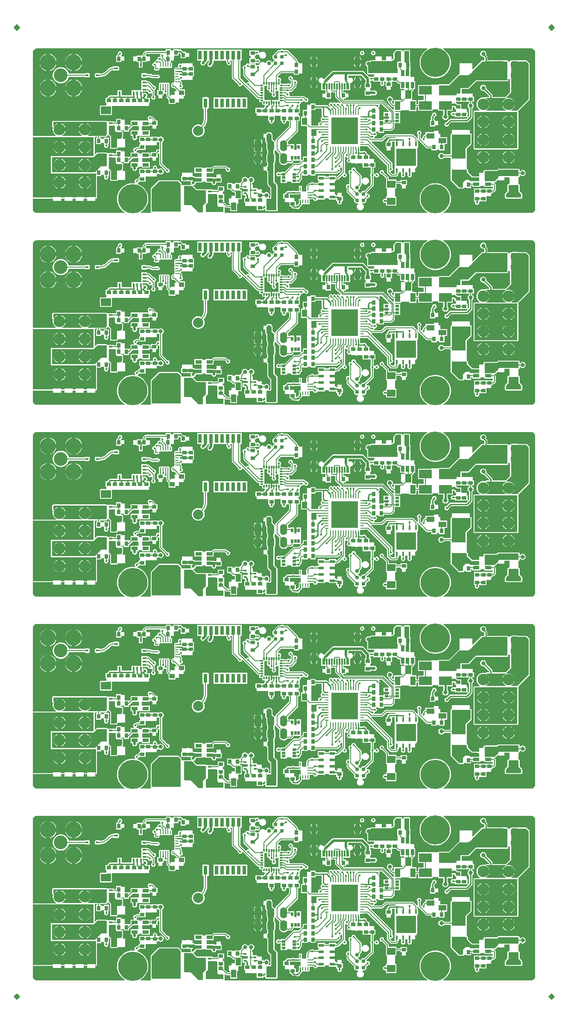
<source format=gtl>
G04*
G04 #@! TF.GenerationSoftware,Altium Limited,Altium Designer,22.1.2 (22)*
G04*
G04 Layer_Physical_Order=1*
G04 Layer_Color=255*
%FSLAX44Y44*%
%MOMM*%
G71*
G04*
G04 #@! TF.SameCoordinates,E043F6CF-6A60-43DD-A528-41309D8B8766*
G04*
G04*
G04 #@! TF.FilePolarity,Positive*
G04*
G01*
G75*
%ADD10C,0.1000*%
%ADD11C,0.2540*%
%ADD12C,0.1524*%
%ADD13R,0.8890X0.6350*%
%ADD14R,0.6350X0.8890*%
%ADD15R,0.5000X0.8000*%
%ADD16C,0.7870*%
%ADD17R,0.8500X2.0000*%
%ADD18R,0.7000X1.2000*%
%ADD19R,1.1000X1.4000*%
%ADD20R,1.2500X1.0000*%
G04:AMPARAMS|DCode=21|XSize=5mm|YSize=3.5mm|CornerRadius=0.875mm|HoleSize=0mm|Usage=FLASHONLY|Rotation=180.000|XOffset=0mm|YOffset=0mm|HoleType=Round|Shape=RoundedRectangle|*
%AMROUNDEDRECTD21*
21,1,5.0000,1.7500,0,0,180.0*
21,1,3.2500,3.5000,0,0,180.0*
1,1,1.7500,-1.6250,0.8750*
1,1,1.7500,1.6250,0.8750*
1,1,1.7500,1.6250,-0.8750*
1,1,1.7500,-1.6250,-0.8750*
%
%ADD21ROUNDEDRECTD21*%
G04:AMPARAMS|DCode=22|XSize=1.5mm|YSize=1.5mm|CornerRadius=0.375mm|HoleSize=0mm|Usage=FLASHONLY|Rotation=180.000|XOffset=0mm|YOffset=0mm|HoleType=Round|Shape=RoundedRectangle|*
%AMROUNDEDRECTD22*
21,1,1.5000,0.7500,0,0,180.0*
21,1,0.7500,1.5000,0,0,180.0*
1,1,0.7500,-0.3750,0.3750*
1,1,0.7500,0.3750,0.3750*
1,1,0.7500,0.3750,-0.3750*
1,1,0.7500,-0.3750,-0.3750*
%
%ADD22ROUNDEDRECTD22*%
%ADD23C,0.8000*%
%ADD24R,1.0160X1.7780*%
%ADD25R,0.8000X0.5000*%
%ADD26R,1.7780X1.0160*%
%ADD27R,1.5000X1.0000*%
%ADD28R,1.8000X2.0000*%
%ADD29R,0.3000X0.3500*%
%ADD30R,0.3000X0.5500*%
%ADD31R,0.3500X0.3000*%
%ADD32R,0.5500X0.3000*%
%ADD33R,1.2000X0.7000*%
%ADD34R,0.2500X0.6750*%
%ADD35R,0.6750X0.2500*%
%ADD36R,1.2500X0.5500*%
%ADD37R,0.5500X0.3500*%
%ADD38R,1.0000X0.9000*%
%ADD39R,0.6000X0.4200*%
%ADD40R,2.5000X1.7000*%
%ADD41R,1.7000X1.4000*%
%ADD42R,1.0000X1.5000*%
%ADD43R,5.3000X5.3000*%
%ADD44O,0.2500X0.8000*%
%ADD45O,0.8000X0.2500*%
%ADD46R,0.7000X1.8000*%
%ADD47R,0.8000X1.8000*%
%ADD48R,0.3000X1.2500*%
%ADD49R,0.6000X1.2500*%
%ADD50R,0.8000X0.3500*%
%ADD51R,0.4500X1.6800*%
%ADD52R,1.5500X2.3600*%
%ADD53R,1.6510X1.1430*%
%ADD54R,0.9000X0.9000*%
%ADD55O,0.2200X0.7000*%
%ADD56O,0.7000X0.2200*%
%ADD57R,2.6800X2.6800*%
%ADD58R,3.8750X3.8750*%
%ADD59R,0.7000X0.4000*%
%ADD60R,0.4000X0.7000*%
%ADD61R,4.0000X3.4000*%
%ADD62R,0.4500X0.9000*%
%ADD63R,2.7900X2.0000*%
%ADD64R,1.1430X1.6510*%
%ADD65R,1.1000X0.6000*%
%ADD66C,1.0160*%
%ADD67C,0.5080*%
%ADD68C,0.3810*%
%ADD69C,0.6350*%
%ADD70C,0.2032*%
%ADD71C,0.3048*%
%ADD72C,2.3000*%
%ADD73O,1.2000X2.1000*%
%ADD74O,1.2000X2.3000*%
%ADD75O,1.4000X2.2000*%
%ADD76R,1.4000X2.2000*%
%ADD77C,2.0000*%
%ADD78C,3.2000*%
%ADD79C,2.7000*%
%ADD80C,5.8000*%
%ADD81C,0.4500*%
%ADD82C,0.6000*%
G36*
X1085000Y1940000D02*
X1080000Y1935000D01*
X1075000Y1940000D01*
X1080000Y1945000D01*
X1085000Y1940000D01*
D02*
G37*
G36*
X25000D02*
X20000Y1935000D01*
X15000Y1940000D01*
X20000Y1945000D01*
X25000Y1940000D01*
D02*
G37*
G36*
X782000Y1873000D02*
X777000D01*
X775445Y1871445D01*
X774705D01*
Y1858555D01*
X775000D01*
Y1849000D01*
X717000D01*
Y1867000D01*
X723000Y1873000D01*
X764250D01*
X769000Y1877750D01*
Y1889000D01*
X773000Y1893000D01*
X782000D01*
Y1873000D01*
D02*
G37*
G36*
X798000Y1843000D02*
X792000D01*
Y1869000D01*
X789000Y1872000D01*
Y1893000D01*
X798000D01*
Y1843000D01*
D02*
G37*
G36*
X1042322Y1897655D02*
X1043771Y1897055D01*
X1045075Y1896184D01*
X1046184Y1895075D01*
X1047055Y1893771D01*
X1047655Y1892322D01*
X1047961Y1890784D01*
Y1890000D01*
Y1580000D01*
X1047961Y1579216D01*
X1047655Y1577678D01*
X1047055Y1576229D01*
X1046184Y1574925D01*
X1045075Y1573816D01*
X1043771Y1572945D01*
X1042322Y1572345D01*
X1040784Y1572039D01*
X866133D01*
X865775Y1573309D01*
X868278Y1574843D01*
X871988Y1578012D01*
X875157Y1581722D01*
X877707Y1585883D01*
X879574Y1590391D01*
X880713Y1595135D01*
X881096Y1600000D01*
X880713Y1604865D01*
X879574Y1609609D01*
X877707Y1614117D01*
X875157Y1618278D01*
X871988Y1621988D01*
X868278Y1625157D01*
X864117Y1627707D01*
X859609Y1629574D01*
X854865Y1630713D01*
X850000Y1631096D01*
X845136Y1630713D01*
X840391Y1629574D01*
X835883Y1627707D01*
X831722Y1625157D01*
X828012Y1621988D01*
X824843Y1618278D01*
X822293Y1614117D01*
X820426Y1609609D01*
X819287Y1604865D01*
X818904Y1600000D01*
X819287Y1595135D01*
X820426Y1590391D01*
X822293Y1585883D01*
X824843Y1581722D01*
X828012Y1578012D01*
X831722Y1574843D01*
X834225Y1573309D01*
X833867Y1572039D01*
X432623D01*
X431908Y1573181D01*
X431902Y1573309D01*
X432039Y1574000D01*
Y1583572D01*
X433168Y1584132D01*
X433264Y1584143D01*
X434406Y1583002D01*
X435320Y1582391D01*
X436397Y1582177D01*
X443001D01*
Y1575493D01*
X457001D01*
Y1590000D01*
X459000D01*
Y1599493D01*
X466501D01*
Y1618493D01*
X464039D01*
X462795Y1618555D01*
Y1621184D01*
X468000D01*
Y1619900D01*
X476893D01*
X477780Y1618991D01*
X477686Y1615100D01*
X468000D01*
Y1606900D01*
X472250D01*
X473293Y1605633D01*
X473167Y1605000D01*
X473353Y1604065D01*
X472451Y1602795D01*
X471055D01*
Y1592445D01*
X473000D01*
Y1586000D01*
X496055D01*
Y1577205D01*
X508945D01*
Y1579046D01*
X509380D01*
X510656Y1579300D01*
X511292Y1579725D01*
X511691Y1579804D01*
X512961Y1578788D01*
Y1577500D01*
X513116Y1576720D01*
X513558Y1576058D01*
X514220Y1575616D01*
X515000Y1575461D01*
X535000D01*
X535780Y1575616D01*
X536442Y1576058D01*
X536884Y1576720D01*
X537039Y1577500D01*
Y1589226D01*
X537141Y1590000D01*
Y1625000D01*
X537141Y1625000D01*
X536898Y1626848D01*
X536184Y1628571D01*
X535050Y1630049D01*
X535049Y1630050D01*
X531141Y1633958D01*
Y1670522D01*
X531861Y1671461D01*
X532768Y1673651D01*
X533078Y1676000D01*
Y1684000D01*
X532768Y1686349D01*
X531861Y1688539D01*
X531141Y1689478D01*
Y1695922D01*
X531861Y1696861D01*
X531953Y1697081D01*
X533273Y1696951D01*
X533398Y1696322D01*
X534009Y1695409D01*
X541345Y1688072D01*
X540632Y1686349D01*
X540322Y1684000D01*
Y1676000D01*
X540632Y1673651D01*
X541539Y1671461D01*
X542981Y1669581D01*
X544861Y1668138D01*
X547051Y1667232D01*
X549400Y1666922D01*
X551749Y1667232D01*
X553939Y1668138D01*
X555819Y1669581D01*
X556752Y1670797D01*
X564613D01*
X565690Y1671011D01*
X566604Y1671622D01*
X567991Y1673009D01*
X568602Y1673922D01*
X568816Y1675000D01*
Y1676000D01*
X582553Y1676000D01*
X582619D01*
D01*
X582721Y1676000D01*
X582806Y1675796D01*
X583247Y1674730D01*
X579084Y1670566D01*
X569750D01*
X568672Y1670352D01*
X567759Y1669741D01*
X551517Y1653500D01*
X543500D01*
Y1651816D01*
X542230D01*
X542064Y1652064D01*
X540658Y1653003D01*
X539000Y1653333D01*
X537342Y1653003D01*
X535936Y1652064D01*
X534997Y1650658D01*
X534667Y1649000D01*
X534997Y1647342D01*
X535936Y1645936D01*
X537342Y1644997D01*
X539000Y1644667D01*
X540658Y1644997D01*
X542064Y1645936D01*
X542230Y1646184D01*
X543500D01*
Y1637999D01*
Y1631500D01*
X555500D01*
Y1634000D01*
X564500D01*
Y1631500D01*
X576500D01*
X576500Y1631500D01*
Y1631500D01*
X577770Y1631812D01*
X578500Y1631667D01*
X580158Y1631997D01*
X581564Y1632936D01*
X582503Y1634342D01*
X582833Y1636000D01*
X582775Y1636293D01*
X584991Y1638509D01*
X585602Y1639422D01*
X585816Y1640500D01*
Y1646764D01*
X585935Y1646843D01*
X587205Y1646164D01*
Y1646055D01*
X597555D01*
Y1648000D01*
X602445D01*
Y1646055D01*
X612795D01*
Y1649684D01*
X654500D01*
X655578Y1649898D01*
X656491Y1650509D01*
X657708Y1651725D01*
X658000Y1651667D01*
X659658Y1651997D01*
X661064Y1652936D01*
X662003Y1654342D01*
X662333Y1656000D01*
X662003Y1657658D01*
X661064Y1659064D01*
X660465Y1659464D01*
X660733Y1660813D01*
X661658Y1660997D01*
X663064Y1661936D01*
X663239Y1662197D01*
X664955Y1662479D01*
X665184Y1662303D01*
Y1654167D01*
X654834Y1643816D01*
X653500D01*
Y1646250D01*
X638500D01*
Y1644000D01*
X631500D01*
Y1646250D01*
X616500D01*
Y1636250D01*
X619000D01*
Y1633750D01*
X616500D01*
Y1631816D01*
X609230D01*
X609064Y1632064D01*
X607658Y1633003D01*
X606000Y1633333D01*
X604342Y1633003D01*
X602936Y1632064D01*
X602770Y1631816D01*
X601000D01*
X599922Y1631602D01*
X599009Y1630991D01*
X595509Y1627491D01*
X594898Y1626578D01*
X594684Y1625500D01*
X594250D01*
Y1615000D01*
X585750D01*
Y1625500D01*
X579250D01*
Y1615834D01*
X571390D01*
X570388Y1616503D01*
X568730Y1616833D01*
X567072Y1616503D01*
X566070Y1615834D01*
X557500D01*
X556224Y1615580D01*
X555142Y1614857D01*
X552643Y1612357D01*
X551920Y1611276D01*
X551824Y1610795D01*
X548555D01*
Y1600445D01*
X552000D01*
Y1593000D01*
X560555D01*
Y1585205D01*
X563824D01*
X563920Y1584724D01*
X564642Y1583642D01*
X566642Y1581642D01*
X567724Y1580920D01*
X569000Y1580666D01*
X574340D01*
X575342Y1579997D01*
X577000Y1579667D01*
X578658Y1579997D01*
X580064Y1580936D01*
X581003Y1582342D01*
X581238Y1583523D01*
X584857Y1587142D01*
X585580Y1588224D01*
X585834Y1589500D01*
X600750D01*
Y1599250D01*
X605415D01*
Y1599590D01*
X607622D01*
X607780Y1599433D01*
X607997Y1598342D01*
X608936Y1596936D01*
X610342Y1595997D01*
X612000Y1595667D01*
X613658Y1595997D01*
X615064Y1596936D01*
X615660Y1597828D01*
X616500Y1598750D01*
X631500D01*
Y1601000D01*
X638500D01*
Y1598750D01*
X653500D01*
X653555Y1597503D01*
Y1595205D01*
X654951D01*
X655853Y1593935D01*
X655667Y1593000D01*
X655997Y1591342D01*
X656936Y1589936D01*
X658342Y1588997D01*
X660000Y1588667D01*
X661658Y1588997D01*
X663064Y1589936D01*
X664003Y1591342D01*
X664333Y1593000D01*
X664147Y1593935D01*
X665049Y1595205D01*
X666445D01*
Y1605555D01*
X664000D01*
Y1612000D01*
X656000D01*
X655635Y1607292D01*
X655360Y1607084D01*
X653500D01*
Y1608750D01*
X651000D01*
Y1636250D01*
X653500D01*
Y1638184D01*
X656000D01*
X657078Y1638398D01*
X657991Y1639009D01*
X664767Y1645784D01*
X665838Y1645459D01*
X666046Y1645268D01*
X666936Y1643936D01*
X668342Y1642997D01*
X670000Y1642667D01*
X671658Y1642997D01*
X673064Y1643936D01*
X674003Y1645342D01*
X674333Y1647000D01*
X674003Y1648658D01*
X673064Y1650064D01*
X671658Y1651003D01*
X670922Y1651150D01*
X670602Y1651922D01*
X670816Y1653000D01*
Y1682489D01*
X672086Y1683167D01*
X672342Y1682997D01*
X674000Y1682667D01*
X674914Y1682849D01*
X676184Y1681937D01*
Y1679230D01*
X675936Y1679064D01*
X674997Y1677658D01*
X674667Y1676000D01*
X674997Y1674342D01*
X675936Y1672936D01*
X677342Y1671997D01*
X679000Y1671667D01*
X680658Y1671997D01*
X681730Y1672713D01*
X683000Y1672225D01*
Y1670000D01*
X706055D01*
Y1662205D01*
X722184D01*
Y1650230D01*
X721936Y1650064D01*
X720997Y1648658D01*
X720667Y1647000D01*
X720997Y1645342D01*
X721936Y1643936D01*
X722184Y1643770D01*
Y1628667D01*
X709225Y1615708D01*
X707500Y1616051D01*
X705184Y1615591D01*
X703221Y1614279D01*
X701909Y1612316D01*
X701797Y1611753D01*
X700502D01*
X700391Y1612316D01*
X699079Y1614279D01*
X697116Y1615591D01*
X696553Y1615703D01*
Y1616998D01*
X697116Y1617109D01*
X699079Y1618421D01*
X700391Y1620384D01*
X700851Y1622700D01*
X700508Y1624426D01*
X702991Y1626909D01*
X703602Y1627822D01*
X703816Y1628900D01*
Y1631999D01*
X705086Y1632251D01*
X705235Y1631893D01*
X706350Y1630440D01*
X707803Y1629325D01*
X709494Y1628624D01*
X711310Y1628385D01*
X713126Y1628624D01*
X714818Y1629325D01*
X716270Y1630440D01*
X717385Y1631893D01*
X718086Y1633584D01*
X718325Y1635400D01*
X718086Y1637216D01*
X717385Y1638907D01*
X716270Y1640360D01*
X714818Y1641475D01*
X713126Y1642176D01*
X711310Y1642415D01*
X709494Y1642176D01*
X707803Y1641475D01*
X706350Y1640360D01*
X705235Y1638907D01*
X705086Y1638548D01*
X703816Y1638801D01*
Y1645000D01*
X703602Y1646078D01*
X702991Y1646991D01*
X692275Y1657708D01*
X692333Y1658000D01*
X692003Y1659658D01*
X691064Y1661064D01*
X689658Y1662003D01*
X688000Y1662333D01*
X686342Y1662003D01*
X684936Y1661064D01*
X683997Y1659658D01*
X683667Y1658000D01*
X682525Y1657229D01*
X682000Y1657333D01*
X680342Y1657003D01*
X678936Y1656064D01*
X677997Y1654658D01*
X677667Y1653000D01*
X677997Y1651342D01*
X678936Y1649936D01*
X679184Y1649770D01*
Y1630063D01*
X677914Y1629151D01*
X677000Y1629333D01*
X675342Y1629003D01*
X673936Y1628064D01*
X672997Y1626658D01*
X672667Y1625000D01*
X672997Y1623342D01*
X673936Y1621936D01*
X674184Y1621770D01*
Y1615100D01*
X674398Y1614022D01*
X675009Y1613109D01*
X689092Y1599026D01*
X688749Y1597300D01*
X689209Y1594984D01*
X690521Y1593021D01*
X692484Y1591709D01*
X694800Y1591249D01*
X696830Y1591653D01*
X697391Y1590482D01*
X696190Y1589560D01*
X695075Y1588107D01*
X694374Y1586416D01*
X694135Y1584600D01*
X694374Y1582784D01*
X695075Y1581093D01*
X696190Y1579640D01*
X697643Y1578525D01*
X699334Y1577824D01*
X701150Y1577585D01*
X702966Y1577824D01*
X704658Y1578525D01*
X706110Y1579640D01*
X707225Y1581093D01*
X707926Y1582784D01*
X708165Y1584600D01*
X707926Y1586416D01*
X707225Y1588107D01*
X706110Y1589560D01*
X704910Y1590482D01*
X705470Y1591653D01*
X707500Y1591249D01*
X709816Y1591709D01*
X711779Y1593021D01*
X713091Y1594984D01*
X713551Y1597300D01*
X713191Y1599109D01*
X715791Y1601708D01*
X716000Y1601667D01*
X717658Y1601997D01*
X719064Y1602936D01*
X720003Y1604342D01*
X720333Y1606000D01*
X720003Y1607658D01*
X719064Y1609064D01*
X717658Y1610003D01*
X716000Y1610333D01*
X714732Y1610081D01*
X714697Y1610078D01*
X713621Y1611028D01*
X713551Y1612069D01*
X726991Y1625509D01*
X727602Y1626422D01*
X727816Y1627500D01*
Y1643770D01*
X728064Y1643936D01*
X728794Y1645029D01*
X729096Y1645108D01*
X729904D01*
X730206Y1645029D01*
X730936Y1643936D01*
X732342Y1642997D01*
X734000Y1642667D01*
X735658Y1642997D01*
X737064Y1643936D01*
X738003Y1645342D01*
X738333Y1647000D01*
X738003Y1648658D01*
X737064Y1650064D01*
X735658Y1651003D01*
X734000Y1651333D01*
X732342Y1651003D01*
X730936Y1650064D01*
X730206Y1648971D01*
X729904Y1648893D01*
X729096D01*
X728794Y1648971D01*
X728064Y1650064D01*
X727816Y1650230D01*
Y1662205D01*
X731445D01*
Y1672555D01*
X729000D01*
Y1680000D01*
X718945D01*
Y1687795D01*
X715775D01*
X715580Y1688776D01*
X714857Y1689858D01*
X713238Y1691477D01*
X713003Y1692658D01*
X712064Y1694064D01*
X710658Y1695003D01*
X709000Y1695333D01*
X707342Y1695003D01*
X706340Y1694334D01*
X700834D01*
Y1700000D01*
X700814Y1700103D01*
Y1702750D01*
X700724Y1703200D01*
X701800Y1704276D01*
X702250Y1704186D01*
X707750D01*
X709018Y1704439D01*
X709385Y1704684D01*
X715333D01*
X754184Y1665833D01*
Y1653000D01*
X754398Y1651922D01*
X755009Y1651009D01*
X761009Y1645009D01*
X761922Y1644398D01*
X763000Y1644184D01*
X772107D01*
X773185Y1644398D01*
X774099Y1645009D01*
X775441Y1646351D01*
X776052Y1647265D01*
X776266Y1648343D01*
Y1650000D01*
X777700D01*
Y1653000D01*
X781900D01*
Y1650000D01*
X781900D01*
X782341Y1649174D01*
X781997Y1648658D01*
X781667Y1647000D01*
X781997Y1645342D01*
X782936Y1643936D01*
X784342Y1642997D01*
X786000Y1642667D01*
X787658Y1642997D01*
X789064Y1643936D01*
X790003Y1645342D01*
X790333Y1647000D01*
X790003Y1648658D01*
X789825Y1648925D01*
X790400Y1650000D01*
X790400D01*
Y1653000D01*
X794600D01*
Y1650000D01*
X794600D01*
X795044Y1648730D01*
X794997Y1648658D01*
X794667Y1647000D01*
X794997Y1645342D01*
X795936Y1643936D01*
X797342Y1642997D01*
X799000Y1642667D01*
X800658Y1642997D01*
X802064Y1643936D01*
X803003Y1645342D01*
X803333Y1647000D01*
X803003Y1648658D01*
X802955Y1648730D01*
X803100Y1650000D01*
X803100D01*
Y1653000D01*
X812000D01*
Y1663500D01*
X814500D01*
Y1701500D01*
X815563Y1702000D01*
X815800D01*
Y1715000D01*
X814366D01*
Y1717181D01*
X815636Y1717566D01*
X816009Y1717009D01*
X832009Y1701009D01*
X832922Y1700398D01*
X834000Y1700184D01*
X842325D01*
Y1696055D01*
X852675D01*
Y1698000D01*
X857565D01*
Y1696055D01*
X867915D01*
Y1708499D01*
X873493D01*
Y1722499D01*
X860000D01*
Y1735000D01*
X847000D01*
Y1731999D01*
X830493D01*
Y1727815D01*
X829999D01*
X828922Y1727601D01*
X828008Y1726991D01*
X825545Y1724527D01*
X824934Y1723614D01*
X824720Y1722536D01*
Y1721588D01*
X823936Y1721064D01*
X823046Y1719733D01*
X822838Y1719541D01*
X821767Y1719216D01*
X820816Y1720166D01*
Y1727770D01*
X821064Y1727936D01*
X822003Y1729342D01*
X822333Y1731000D01*
X822003Y1732658D01*
X821064Y1734064D01*
X819658Y1735003D01*
X818000Y1735333D01*
X816342Y1735003D01*
X814936Y1734064D01*
X813997Y1732658D01*
X813667Y1731000D01*
X813997Y1729342D01*
X814936Y1727936D01*
X815184Y1727770D01*
Y1720269D01*
X813914Y1719884D01*
X813541Y1720441D01*
X806991Y1726991D01*
X806078Y1727602D01*
X805000Y1727816D01*
X752000D01*
X750922Y1727602D01*
X750009Y1726991D01*
X742833Y1719816D01*
X729511D01*
X728833Y1721086D01*
X729003Y1721342D01*
X729238Y1722523D01*
X729733Y1723267D01*
X730477Y1723762D01*
X731658Y1723997D01*
X733064Y1724936D01*
X734003Y1726342D01*
X734333Y1728000D01*
X734003Y1729658D01*
X733064Y1731064D01*
X732555Y1731404D01*
Y1733000D01*
X737445D01*
Y1731055D01*
X747795D01*
Y1734684D01*
X762500D01*
X763578Y1734898D01*
X764491Y1735509D01*
X768531Y1739549D01*
X769142Y1740462D01*
X769356Y1741540D01*
Y1750000D01*
X780500D01*
Y1756501D01*
Y1763000D01*
Y1772000D01*
X770146D01*
X769683Y1773042D01*
X770401Y1774110D01*
X781840D01*
Y1776000D01*
X798160D01*
Y1774110D01*
X812320D01*
Y1782184D01*
X815500D01*
Y1774500D01*
X844500D01*
Y1777000D01*
X855500D01*
Y1774500D01*
X866019D01*
Y1767056D01*
X865674Y1766826D01*
X864348Y1764841D01*
X863882Y1762500D01*
X864348Y1760159D01*
X865674Y1758174D01*
X867659Y1756848D01*
X870000Y1756382D01*
X872341Y1756848D01*
X874326Y1758174D01*
X875652Y1760159D01*
X876117Y1762500D01*
X875652Y1764841D01*
X874326Y1766826D01*
X873981Y1767056D01*
Y1774500D01*
X884500D01*
Y1781246D01*
X885770Y1782147D01*
X887000Y1781902D01*
X887285Y1781959D01*
X888555Y1780916D01*
Y1777445D01*
X891000D01*
Y1772555D01*
X888555D01*
Y1772402D01*
X887285Y1771723D01*
X886552Y1772213D01*
X884894Y1772543D01*
X883236Y1772213D01*
X881830Y1771274D01*
X880891Y1769868D01*
X880561Y1768210D01*
X880891Y1766551D01*
X881830Y1765146D01*
X883236Y1764206D01*
X884894Y1763876D01*
X886552Y1764206D01*
X887285Y1764696D01*
X888555Y1764017D01*
Y1762205D01*
X913194D01*
X913720Y1760935D01*
X911119Y1758334D01*
X880000D01*
X878724Y1758080D01*
X877643Y1757357D01*
X872023Y1751738D01*
X870842Y1751503D01*
X869436Y1750564D01*
X868497Y1749158D01*
X868167Y1747500D01*
X868497Y1745842D01*
X869436Y1744436D01*
X870842Y1743497D01*
X872500Y1743167D01*
X874158Y1743497D01*
X875564Y1744436D01*
X876503Y1745842D01*
X876738Y1747023D01*
X881381Y1751666D01*
X912500D01*
X913776Y1751920D01*
X914857Y1752643D01*
X922357Y1760143D01*
X923080Y1761224D01*
X923334Y1762500D01*
Y1780012D01*
X924326Y1780674D01*
X925652Y1782659D01*
X926117Y1785000D01*
X925652Y1787341D01*
X924326Y1789326D01*
X922816Y1790334D01*
Y1792205D01*
X926445D01*
Y1802555D01*
X924000D01*
Y1809000D01*
X903135D01*
X902039Y1810000D01*
Y1817961D01*
X915000D01*
X915780Y1818116D01*
X916442Y1818558D01*
X916442Y1818558D01*
X920384Y1822500D01*
X921000D01*
Y1823116D01*
X930845Y1832961D01*
X992500D01*
X993280Y1833116D01*
X993942Y1833558D01*
X994384Y1834220D01*
X994539Y1835000D01*
Y1837000D01*
X997961D01*
Y1810845D01*
X989149Y1802033D01*
X989145Y1802026D01*
X989079Y1802039D01*
X963334D01*
Y1805000D01*
X963080Y1806276D01*
X962357Y1807358D01*
X950885Y1818830D01*
X951118Y1820000D01*
X950652Y1822341D01*
X949326Y1824326D01*
X947341Y1825652D01*
X945000Y1826118D01*
X942659Y1825652D01*
X940674Y1824326D01*
X939348Y1822341D01*
X938883Y1820000D01*
X939348Y1817659D01*
X940674Y1815674D01*
X942659Y1814348D01*
X945000Y1813882D01*
X946170Y1814115D01*
X956666Y1803619D01*
Y1802039D01*
X950921D01*
X950790Y1802013D01*
X950655Y1802022D01*
X950403Y1801936D01*
X950141Y1801884D01*
X950029Y1801809D01*
X949902Y1801766D01*
X949701Y1801590D01*
X949480Y1801442D01*
X949405Y1801330D01*
X949304Y1801241D01*
X949186Y1801002D01*
X949037Y1800780D01*
X948524Y1800652D01*
X945000Y1801116D01*
X941476Y1800652D01*
X938192Y1799292D01*
X935372Y1797128D01*
X933208Y1794308D01*
X931848Y1791024D01*
X931384Y1787500D01*
X931848Y1783976D01*
X933208Y1780692D01*
X935372Y1777872D01*
X938060Y1775809D01*
X938031Y1774900D01*
X937959Y1774539D01*
X927500D01*
X926720Y1774384D01*
X926058Y1773942D01*
X925616Y1773280D01*
X925461Y1772500D01*
Y1700000D01*
X925616Y1699220D01*
X926058Y1698558D01*
X926720Y1698116D01*
X927500Y1697961D01*
X1012500D01*
X1013280Y1698116D01*
X1013942Y1698558D01*
X1014384Y1699220D01*
X1014539Y1700000D01*
Y1772500D01*
X1014384Y1773280D01*
X1014096Y1773712D01*
X1036442Y1796058D01*
X1036884Y1796720D01*
X1037039Y1797500D01*
Y1867500D01*
X1037039Y1867500D01*
X1036884Y1868280D01*
X1036442Y1868942D01*
X1031442Y1873942D01*
X1030780Y1874384D01*
X1030000Y1874539D01*
X1013534D01*
X1013494Y1874566D01*
X1011250Y1875013D01*
X1003750D01*
X1001507Y1874566D01*
X1001466Y1874539D01*
X1000000D01*
X999220Y1874384D01*
X998558Y1873942D01*
X998116Y1873280D01*
X997961Y1872500D01*
X994539D01*
X994384Y1873280D01*
X993942Y1873942D01*
X993280Y1874384D01*
X992500Y1874539D01*
X984157D01*
X983750Y1874593D01*
X953334D01*
Y1881455D01*
X953080Y1882731D01*
X952357Y1883813D01*
X950712Y1885459D01*
X951117Y1887500D01*
X950652Y1889841D01*
X949326Y1891826D01*
X947341Y1893152D01*
X945000Y1893618D01*
X942659Y1893152D01*
X940674Y1891826D01*
X939348Y1889841D01*
X938883Y1887500D01*
X939348Y1885159D01*
X940674Y1883174D01*
X942659Y1881848D01*
X945000Y1881382D01*
X945298Y1881442D01*
X946666Y1880074D01*
Y1874539D01*
X942500D01*
X942500Y1874539D01*
X941720Y1874384D01*
X941058Y1873942D01*
X924173Y1857057D01*
X923000Y1857543D01*
Y1869000D01*
X898000D01*
Y1848116D01*
X897500Y1847039D01*
X896720Y1846884D01*
X896058Y1846442D01*
X896058Y1846442D01*
X876655Y1827039D01*
X857500D01*
X856720Y1826884D01*
X856058Y1826442D01*
X855616Y1826000D01*
X842000D01*
Y1826000D01*
X841510Y1825500D01*
X815500D01*
Y1804500D01*
X827184D01*
Y1795500D01*
X815500D01*
Y1787816D01*
X812320D01*
Y1795890D01*
X804791D01*
X803875Y1796745D01*
Y1813272D01*
X804047Y1813445D01*
X804500Y1813535D01*
X805414Y1814145D01*
X806491Y1815223D01*
X807102Y1816136D01*
X807316Y1817214D01*
Y1817500D01*
X810000D01*
Y1833500D01*
X808000D01*
Y1842000D01*
X800500D01*
Y1857370D01*
X800500Y1857500D01*
X800500Y1857500D01*
X800295Y1858555D01*
X800295Y1858555D01*
Y1871445D01*
X800039D01*
Y1893000D01*
X799884Y1893780D01*
X799750Y1893981D01*
Y1894500D01*
X799355D01*
X798780Y1894884D01*
X798000Y1895039D01*
X789000D01*
X788220Y1894884D01*
X787645Y1894500D01*
X787250D01*
Y1893981D01*
X787116Y1893780D01*
X786961Y1893000D01*
X784039D01*
X783884Y1893780D01*
X783750Y1893981D01*
Y1894500D01*
X783355D01*
X782780Y1894884D01*
X782000Y1895039D01*
X773000D01*
X772220Y1894884D01*
X771645Y1894500D01*
X771250D01*
Y1894134D01*
X767558Y1890442D01*
X767116Y1889780D01*
X766961Y1889000D01*
Y1878595D01*
X764427Y1876061D01*
X764270Y1876030D01*
X763000Y1876985D01*
Y1882000D01*
X752000D01*
Y1875039D01*
X744000D01*
Y1882000D01*
X731000D01*
Y1875039D01*
X723000D01*
X723000Y1875039D01*
X722220Y1874884D01*
X721558Y1874442D01*
X720097Y1872981D01*
X719841Y1873152D01*
X717500Y1873618D01*
X715159Y1873152D01*
X713174Y1871826D01*
X711848Y1869841D01*
X711382Y1867500D01*
X711848Y1865159D01*
X713174Y1863174D01*
X714961Y1861980D01*
Y1849000D01*
X715116Y1848220D01*
X715558Y1847558D01*
X716220Y1847116D01*
X717000Y1846961D01*
X729000D01*
Y1842555D01*
X726555D01*
Y1842263D01*
X725285Y1841585D01*
X724658Y1842003D01*
X723000Y1842333D01*
X721342Y1842003D01*
X720630Y1841528D01*
X719505Y1841317D01*
X718839Y1841708D01*
X708273Y1852273D01*
X706771Y1853277D01*
X705000Y1853629D01*
X705000Y1853629D01*
X647937D01*
X647937Y1853629D01*
X646165Y1853277D01*
X644664Y1852273D01*
X644664Y1852273D01*
X629729Y1837339D01*
X629613Y1837305D01*
X628164Y1837569D01*
X627385Y1838735D01*
X625648Y1839895D01*
X623600Y1840303D01*
X621552Y1839895D01*
X619815Y1838735D01*
X618655Y1836998D01*
X618247Y1834950D01*
X618655Y1832902D01*
X619815Y1831165D01*
X621552Y1830005D01*
X623500Y1829617D01*
Y1815000D01*
X632184D01*
Y1813000D01*
X632256Y1812637D01*
X632445Y1811445D01*
X632445Y1811445D01*
X632445Y1811445D01*
Y1809000D01*
X626000D01*
Y1801000D01*
X632445D01*
Y1798555D01*
X642795D01*
Y1811426D01*
X643706Y1812311D01*
X644009Y1812009D01*
X644922Y1811398D01*
X646000Y1811184D01*
X651184D01*
Y1803000D01*
X651398Y1801922D01*
X652009Y1801009D01*
X661810Y1791208D01*
X661685Y1789638D01*
X660170Y1789906D01*
X660064Y1790064D01*
X658658Y1791003D01*
X657000Y1791333D01*
X655342Y1791003D01*
X653936Y1790064D01*
X653064D01*
X651658Y1791003D01*
X650000Y1791333D01*
X648342Y1791003D01*
X646936Y1790064D01*
X646064D01*
X644658Y1791003D01*
X643000Y1791333D01*
X641342Y1791003D01*
X639936Y1790064D01*
X638997Y1788658D01*
X638667Y1787000D01*
X638997Y1785342D01*
X639936Y1783936D01*
X641199Y1783092D01*
X640658Y1782003D01*
X639477Y1782238D01*
X636857Y1784857D01*
X635776Y1785580D01*
X634500Y1785834D01*
X612795D01*
Y1788945D01*
X602445D01*
Y1787000D01*
X596000D01*
Y1776445D01*
X587205D01*
Y1763555D01*
X586686Y1762500D01*
X583500D01*
Y1744500D01*
X594517D01*
X596000Y1743017D01*
Y1683945D01*
X587205D01*
Y1677757D01*
X586422Y1677602D01*
X585509Y1676991D01*
X584770Y1676253D01*
X583500Y1676779D01*
X583500Y1676881D01*
X583500Y1676881D01*
X583500Y1676947D01*
Y1688000D01*
Y1697000D01*
Y1709000D01*
X574500D01*
X574500Y1697000D01*
X573230Y1697000D01*
X571770D01*
X570500Y1698270D01*
Y1709000D01*
X561500D01*
Y1708216D01*
X558478D01*
Y1709400D01*
X558168Y1711750D01*
X557455Y1713472D01*
X576991Y1733009D01*
X577602Y1733922D01*
X577816Y1735000D01*
Y1754705D01*
X581445D01*
Y1765055D01*
X579000D01*
Y1769945D01*
X581445D01*
Y1780295D01*
X581163D01*
X580484Y1781565D01*
X581003Y1782342D01*
X581333Y1784000D01*
X581003Y1785658D01*
X580879Y1785844D01*
X581335Y1787448D01*
X582064Y1787936D01*
X583003Y1789342D01*
X583333Y1791000D01*
X584475Y1791771D01*
X585000Y1791667D01*
X586658Y1791997D01*
X588064Y1792936D01*
X588794Y1794029D01*
X589096Y1794108D01*
X589904D01*
X590206Y1794029D01*
X590936Y1792936D01*
X592342Y1791997D01*
X594000Y1791667D01*
X595658Y1791997D01*
X597064Y1792936D01*
X598003Y1794342D01*
X598333Y1796000D01*
X598003Y1797658D01*
X597064Y1799064D01*
X595658Y1800003D01*
X594000Y1800333D01*
X593708Y1800275D01*
X590991Y1802991D01*
X590078Y1803602D01*
X589000Y1803816D01*
X561511D01*
X560833Y1805086D01*
X561003Y1805342D01*
X561333Y1807000D01*
X561003Y1808658D01*
X560064Y1810064D01*
X560044Y1810078D01*
X559948Y1811495D01*
X560656Y1812184D01*
X564000D01*
X565078Y1812398D01*
X565991Y1813009D01*
X573991Y1821009D01*
X574602Y1821922D01*
X574816Y1823000D01*
Y1827770D01*
X575064Y1827936D01*
X576003Y1829342D01*
X576333Y1831000D01*
X576003Y1832658D01*
X575064Y1834064D01*
X573658Y1835003D01*
X572000Y1835333D01*
X570342Y1835003D01*
X570086Y1834833D01*
X568816Y1835511D01*
Y1835585D01*
X568602Y1836663D01*
X567991Y1837576D01*
X567206Y1838361D01*
X567333Y1839000D01*
X567003Y1840658D01*
X566064Y1842064D01*
X564658Y1843003D01*
X563000Y1843333D01*
X561342Y1843003D01*
X559936Y1842064D01*
X558997Y1840658D01*
X558667Y1839000D01*
X558997Y1837342D01*
X559936Y1835936D01*
X561342Y1834997D01*
X562920Y1834683D01*
X563184Y1834419D01*
Y1828674D01*
X562563Y1828336D01*
X561914Y1828164D01*
X560658Y1829003D01*
X559000Y1829333D01*
X557342Y1829003D01*
X555936Y1828064D01*
X555770Y1827816D01*
X548750D01*
Y1828500D01*
X545197D01*
X545000Y1828539D01*
X543539D01*
Y1830000D01*
X543500Y1830197D01*
Y1833588D01*
X544003Y1834342D01*
X544333Y1836000D01*
X544003Y1837658D01*
X543064Y1839064D01*
X541658Y1840003D01*
X540000Y1840333D01*
X539086Y1840152D01*
X537816Y1841063D01*
Y1842834D01*
X544166Y1849184D01*
X569205D01*
Y1845555D01*
X579555D01*
Y1848000D01*
X586000D01*
Y1869000D01*
X579555D01*
Y1871445D01*
X577196D01*
Y1873620D01*
X576982Y1874698D01*
X576371Y1875611D01*
X557991Y1893991D01*
X557078Y1894602D01*
X556000Y1894816D01*
X549230D01*
X549064Y1895064D01*
X547658Y1896003D01*
X546000Y1896333D01*
X544342Y1896003D01*
X542936Y1895064D01*
X542770Y1894816D01*
X539000D01*
X537922Y1894602D01*
X537009Y1893991D01*
X531009Y1887991D01*
X530398Y1887078D01*
X530243Y1886296D01*
X528721Y1885279D01*
X527409Y1883316D01*
X526949Y1881000D01*
X527409Y1878684D01*
X528721Y1876721D01*
X530684Y1875409D01*
X531247Y1875297D01*
Y1874003D01*
X530684Y1873891D01*
X528721Y1872579D01*
X527409Y1870616D01*
X527297Y1870053D01*
X526003D01*
X525891Y1870616D01*
X524579Y1872579D01*
X522616Y1873891D01*
X520300Y1874351D01*
X517984Y1873891D01*
X516021Y1872579D01*
X514709Y1870616D01*
X514412Y1869123D01*
X513055Y1868806D01*
X512560Y1869450D01*
X511107Y1870565D01*
X509416Y1871266D01*
X507600Y1871505D01*
X505784Y1871266D01*
X504092Y1870565D01*
X502640Y1869450D01*
X501525Y1867997D01*
X500824Y1866306D01*
X500757Y1865797D01*
X500204Y1865397D01*
X499379Y1865059D01*
X498000Y1865333D01*
X496342Y1865003D01*
X495715Y1864585D01*
X494445Y1865264D01*
Y1866795D01*
X482070D01*
X482005Y1866935D01*
X482800Y1868205D01*
X482801Y1868205D01*
X494445D01*
Y1868737D01*
X495715Y1869415D01*
X496342Y1868997D01*
X498000Y1868667D01*
X499658Y1868997D01*
X501064Y1869936D01*
X502003Y1871342D01*
X502333Y1873000D01*
X502003Y1874658D01*
X501064Y1876064D01*
X499658Y1877003D01*
X498000Y1877333D01*
X496342Y1877003D01*
X495715Y1876585D01*
X494445Y1877263D01*
Y1878555D01*
X492000D01*
Y1883445D01*
X494445D01*
Y1885557D01*
X495662Y1885933D01*
X497000Y1885667D01*
X498658Y1885997D01*
X499538Y1886584D01*
X500722Y1885848D01*
X500585Y1884810D01*
X500824Y1882994D01*
X501525Y1881302D01*
X502640Y1879850D01*
X504092Y1878735D01*
X505784Y1878034D01*
X507600Y1877795D01*
X509416Y1878034D01*
X511107Y1878735D01*
X512560Y1879850D01*
X513675Y1881302D01*
X514376Y1882994D01*
X514615Y1884810D01*
X514376Y1886626D01*
X513675Y1888318D01*
X512560Y1889770D01*
X511107Y1890885D01*
X509416Y1891586D01*
X507600Y1891825D01*
X505784Y1891586D01*
X504092Y1890885D01*
X502640Y1889770D01*
X502562Y1889670D01*
X501708Y1889899D01*
X501309Y1890122D01*
X501003Y1891658D01*
X500064Y1893064D01*
X498658Y1894003D01*
X497000Y1894333D01*
X495342Y1894003D01*
X494445Y1893795D01*
Y1893795D01*
X494445Y1893795D01*
X481555D01*
Y1883445D01*
X484000D01*
Y1878555D01*
X481555D01*
Y1869458D01*
X481555Y1869215D01*
X481497Y1868206D01*
X481492Y1868201D01*
X481095Y1867871D01*
X480856Y1867771D01*
X479834Y1867888D01*
X479658Y1868003D01*
X478000Y1868333D01*
X476342Y1868003D01*
X474936Y1867064D01*
X473997Y1865658D01*
X473896Y1865152D01*
X473658Y1864003D01*
X472000Y1864333D01*
X470342Y1864003D01*
X468936Y1863064D01*
X467997Y1861658D01*
X467667Y1860000D01*
X467997Y1858342D01*
X468936Y1856936D01*
X469184Y1856770D01*
Y1845000D01*
X469398Y1843922D01*
X470009Y1843009D01*
X480734Y1832283D01*
X480109Y1831113D01*
X479000Y1831333D01*
X477342Y1831003D01*
X475936Y1830064D01*
X475447Y1829332D01*
X473887Y1829095D01*
X463316Y1839666D01*
Y1874000D01*
X466500D01*
Y1896000D01*
X378000D01*
Y1874000D01*
X385794D01*
X386280Y1872827D01*
X385727Y1872273D01*
X384723Y1870771D01*
X384371Y1869000D01*
X384723Y1867229D01*
X385727Y1865727D01*
X387229Y1864723D01*
X389000Y1864371D01*
X390771Y1864723D01*
X392273Y1865727D01*
X397773Y1871227D01*
X397773Y1871227D01*
X398777Y1872729D01*
X399030Y1874000D01*
X400871D01*
Y1871223D01*
X399755Y1870106D01*
X398751Y1868605D01*
X398399Y1866833D01*
X398399Y1866833D01*
Y1866028D01*
X398751Y1864256D01*
X399755Y1862755D01*
X401256Y1861751D01*
X403028Y1861399D01*
X404799Y1861751D01*
X406301Y1862755D01*
X407304Y1864256D01*
X407381Y1864640D01*
X408773Y1866032D01*
X409777Y1867534D01*
X410129Y1869305D01*
X410129Y1869305D01*
Y1874000D01*
X435684D01*
Y1871500D01*
X435898Y1870422D01*
X436509Y1869509D01*
X436725Y1869292D01*
X436667Y1869000D01*
X436997Y1867342D01*
X437936Y1865936D01*
X439342Y1864997D01*
X441000Y1864667D01*
X442658Y1864997D01*
X444064Y1865936D01*
X445003Y1867342D01*
X445333Y1869000D01*
X445003Y1870658D01*
X444064Y1872064D01*
X443067Y1872730D01*
X443453Y1874000D01*
X446684D01*
Y1840500D01*
X446898Y1839422D01*
X447509Y1838509D01*
X458725Y1827292D01*
X458667Y1827000D01*
X458997Y1825342D01*
X459936Y1823936D01*
X461342Y1822997D01*
X463000Y1822667D01*
X464658Y1822997D01*
X466064Y1823936D01*
X467003Y1825342D01*
X467149Y1826073D01*
X468527Y1826491D01*
X497009Y1798009D01*
X497922Y1797398D01*
X499000Y1797184D01*
X501250D01*
Y1791500D01*
X504803D01*
X505000Y1791461D01*
X506461D01*
Y1790000D01*
X506500Y1789803D01*
Y1786250D01*
X511533D01*
X512212Y1784980D01*
X511997Y1784658D01*
X511762Y1783477D01*
X511230Y1782944D01*
X510507Y1781863D01*
X510253Y1780587D01*
Y1780295D01*
X493555D01*
Y1769945D01*
X496000D01*
Y1765000D01*
X518555D01*
Y1754705D01*
X519711D01*
X520753Y1753435D01*
X520667Y1753000D01*
X520997Y1751342D01*
X521936Y1749936D01*
X523342Y1748997D01*
X525000Y1748667D01*
X526658Y1748997D01*
X528064Y1749936D01*
X529003Y1751342D01*
X529333Y1753000D01*
X529247Y1753435D01*
X530289Y1754705D01*
X531445D01*
Y1765000D01*
X543555D01*
Y1754705D01*
X544711D01*
X545753Y1753435D01*
X545667Y1753000D01*
X545997Y1751342D01*
X546936Y1749936D01*
X548342Y1748997D01*
X550000Y1748667D01*
X551658Y1748997D01*
X553064Y1749936D01*
X554003Y1751342D01*
X554333Y1753000D01*
X554247Y1753435D01*
X555289Y1754705D01*
X559684D01*
Y1743667D01*
X534009Y1717991D01*
X533398Y1717078D01*
X533184Y1716000D01*
Y1714065D01*
X531914Y1713812D01*
X531861Y1713939D01*
X530419Y1715819D01*
X528539Y1717262D01*
X528144Y1717425D01*
X527261Y1718308D01*
Y1725000D01*
X527018Y1726848D01*
X526304Y1728571D01*
X525295Y1729886D01*
Y1731445D01*
X523061D01*
X521968Y1731898D01*
X520120Y1732141D01*
X518272Y1731898D01*
X517179Y1731445D01*
X514945D01*
Y1729886D01*
X514265Y1729000D01*
X509000D01*
Y1721000D01*
X512979D01*
Y1715350D01*
X512979Y1715350D01*
X513222Y1713502D01*
X513936Y1711780D01*
X515045Y1710333D01*
X514922Y1709400D01*
Y1701400D01*
X515232Y1699050D01*
X516138Y1696861D01*
X516859Y1695922D01*
Y1689478D01*
X516138Y1688539D01*
X515232Y1686349D01*
X514922Y1684000D01*
Y1676000D01*
X515232Y1673651D01*
X516138Y1671461D01*
X516859Y1670522D01*
Y1666445D01*
X514945D01*
Y1664000D01*
X509000D01*
Y1656000D01*
X514945D01*
Y1653555D01*
X516859D01*
Y1631000D01*
X516859Y1631000D01*
X517102Y1629152D01*
X517816Y1627430D01*
X518951Y1625950D01*
X522859Y1622042D01*
Y1602039D01*
X519739D01*
X519416Y1603309D01*
X520652Y1605159D01*
X521118Y1607500D01*
X520652Y1609841D01*
X519326Y1611826D01*
X517341Y1613152D01*
X515000Y1613618D01*
X512659Y1613152D01*
X510674Y1611826D01*
X510215Y1611138D01*
X508945Y1611524D01*
Y1612555D01*
X506000D01*
Y1619000D01*
X498000D01*
X497000Y1619630D01*
Y1621600D01*
X488000D01*
Y1628000D01*
X486816D01*
Y1631744D01*
X487341Y1631848D01*
X489326Y1633174D01*
X490652Y1635159D01*
X491118Y1637500D01*
X490652Y1639841D01*
X489326Y1641826D01*
X487341Y1643152D01*
X485000Y1643618D01*
X482659Y1643152D01*
X480674Y1641826D01*
X479424Y1639955D01*
X478750Y1639895D01*
X478076Y1639955D01*
X476826Y1641826D01*
X474841Y1643152D01*
X472500Y1643618D01*
X470159Y1643152D01*
X468174Y1641826D01*
X466848Y1639841D01*
X466382Y1637500D01*
X466737Y1635719D01*
X463819Y1632801D01*
X463552Y1632402D01*
X462795Y1631445D01*
X452445D01*
Y1630000D01*
X447555D01*
Y1631445D01*
X437205D01*
Y1618555D01*
X443572D01*
X448388Y1613739D01*
X449301Y1613129D01*
X450379Y1612915D01*
X452501D01*
Y1606000D01*
X441000D01*
Y1590000D01*
X443001D01*
Y1587809D01*
X437564D01*
X431445Y1593928D01*
Y1599705D01*
Y1610055D01*
X429000D01*
Y1614945D01*
X431445D01*
Y1625295D01*
X418555D01*
Y1618928D01*
X417494Y1617866D01*
X408750D01*
Y1618800D01*
X397250D01*
Y1618800D01*
X395906D01*
X395780Y1618884D01*
X395000Y1619039D01*
X377536D01*
X370807Y1625768D01*
X371225Y1627146D01*
X371951Y1627290D01*
X373605Y1628395D01*
X374710Y1630049D01*
X374964Y1631325D01*
X375273Y1631532D01*
X375920Y1632500D01*
X388500D01*
Y1634000D01*
X394500D01*
Y1632500D01*
X405194D01*
X406311Y1632060D01*
X406663Y1630289D01*
X407667Y1628787D01*
X407727Y1628727D01*
X409229Y1627723D01*
X411000Y1627371D01*
X412771Y1627723D01*
X414273Y1628727D01*
X415277Y1630229D01*
X415629Y1632000D01*
X415797Y1632205D01*
X426445D01*
Y1642555D01*
X426086D01*
X425000Y1643000D01*
X425000Y1643825D01*
Y1649000D01*
X416000D01*
X416000Y1643000D01*
X414884Y1642629D01*
X410500D01*
Y1643500D01*
X397000D01*
Y1651500D01*
X410500D01*
Y1658517D01*
X412166Y1660184D01*
X432834D01*
X434725Y1658293D01*
X434667Y1658000D01*
X434997Y1656342D01*
X435936Y1654936D01*
X437342Y1653997D01*
X439000Y1653667D01*
X440658Y1653997D01*
X442064Y1654936D01*
X443003Y1656342D01*
X443333Y1658000D01*
X443003Y1659658D01*
X442064Y1661064D01*
X440658Y1662003D01*
X439000Y1662333D01*
X438708Y1662275D01*
X435991Y1664991D01*
X435078Y1665602D01*
X434000Y1665816D01*
X411000D01*
X409922Y1665602D01*
X409009Y1664991D01*
X406517Y1662500D01*
X394500D01*
Y1661000D01*
X388500D01*
Y1662500D01*
X372500D01*
Y1651500D01*
X386352D01*
X386614Y1644414D01*
X385733Y1643500D01*
X373934D01*
X372771Y1644277D01*
X371445Y1644541D01*
Y1645055D01*
X369000D01*
Y1652000D01*
X348000D01*
Y1645055D01*
X346055D01*
Y1634705D01*
X364383D01*
X365187Y1633435D01*
X364902Y1632000D01*
X365290Y1630049D01*
X365921Y1629105D01*
X365242Y1627835D01*
X347039D01*
Y1630000D01*
X347039Y1630000D01*
X346884Y1630780D01*
X346442Y1631442D01*
X341442Y1636442D01*
X340780Y1636884D01*
X340000Y1637039D01*
X302500D01*
X302500Y1637039D01*
X301720Y1636884D01*
X301058Y1636442D01*
X301058Y1636442D01*
X286058Y1621442D01*
X285616Y1620780D01*
X285461Y1620000D01*
Y1575000D01*
X285616Y1574220D01*
X286058Y1573558D01*
X286431Y1573309D01*
X286119Y1572039D01*
X266133D01*
X265775Y1573309D01*
X268278Y1574843D01*
X271988Y1578012D01*
X275157Y1581722D01*
X277707Y1585883D01*
X279574Y1590391D01*
X280713Y1595135D01*
X281096Y1600000D01*
X280713Y1604865D01*
X279574Y1609609D01*
X277707Y1614117D01*
X275157Y1618278D01*
X271988Y1621988D01*
X268278Y1625157D01*
X264117Y1627707D01*
X259609Y1629574D01*
X259340Y1629639D01*
X259366Y1630938D01*
X259658Y1630997D01*
X261064Y1631936D01*
X262003Y1633342D01*
X262555Y1634205D01*
X263255Y1634205D01*
X275445D01*
Y1644000D01*
X298000D01*
Y1649065D01*
X300445D01*
Y1649154D01*
X301715Y1649813D01*
X303159Y1648848D01*
X305500Y1648383D01*
X307841Y1648848D01*
X309826Y1650174D01*
X311152Y1652159D01*
X311618Y1654500D01*
X311152Y1656841D01*
X309826Y1658826D01*
X307841Y1660152D01*
X305500Y1660618D01*
X303159Y1660152D01*
X301715Y1659187D01*
X300445Y1659415D01*
Y1659415D01*
X300445Y1659415D01*
X298795D01*
X298072Y1660685D01*
X298333Y1662000D01*
X298003Y1663658D01*
X297064Y1665064D01*
X295658Y1666003D01*
X294000Y1666333D01*
X292342Y1666003D01*
X290936Y1665064D01*
X289997Y1663658D01*
X289667Y1662000D01*
X289928Y1660685D01*
X289205Y1659415D01*
X287555D01*
X287445Y1659795D01*
X262555D01*
Y1649445D01*
X265000D01*
Y1644555D01*
X262555D01*
Y1642196D01*
X262380D01*
X261302Y1641982D01*
X260389Y1641371D01*
X258293Y1639275D01*
X258000Y1639333D01*
X256342Y1639003D01*
X254936Y1638064D01*
X253997Y1636658D01*
X253667Y1635000D01*
X253997Y1633342D01*
X254904Y1631984D01*
X254847Y1631728D01*
X254429Y1630747D01*
X250000Y1631096D01*
X245136Y1630713D01*
X240391Y1629574D01*
X235883Y1627707D01*
X231722Y1625157D01*
X228012Y1621988D01*
X224843Y1618278D01*
X222293Y1614117D01*
X220426Y1609609D01*
X219287Y1604865D01*
X218904Y1600000D01*
X219287Y1595135D01*
X220426Y1590391D01*
X222293Y1585883D01*
X224843Y1581722D01*
X228012Y1578012D01*
X231722Y1574843D01*
X234225Y1573309D01*
X233867Y1572039D01*
X59216D01*
X57678Y1572345D01*
X56229Y1572945D01*
X54925Y1573816D01*
X53816Y1574925D01*
X52945Y1576229D01*
X52345Y1577678D01*
X52039Y1579216D01*
Y1600083D01*
X52500Y1600461D01*
X92000D01*
Y1596000D01*
X108000D01*
Y1600461D01*
X114500D01*
Y1596000D01*
X130500D01*
Y1600461D01*
X137000D01*
Y1596000D01*
X153000D01*
Y1600461D01*
X159500D01*
Y1596000D01*
X175500D01*
Y1600461D01*
X177000D01*
X177780Y1600616D01*
X178442Y1601058D01*
X178884Y1601720D01*
X179039Y1602500D01*
Y1645555D01*
X187555D01*
Y1648000D01*
X192445D01*
Y1645555D01*
X193083D01*
X193682Y1644435D01*
X193497Y1644158D01*
X193167Y1642500D01*
X193497Y1640842D01*
X194436Y1639436D01*
X195842Y1638497D01*
X197500Y1638167D01*
X199158Y1638497D01*
X200564Y1639436D01*
X201503Y1640842D01*
X201833Y1642500D01*
X201503Y1644158D01*
X201318Y1644435D01*
X201917Y1645555D01*
X202795D01*
Y1655662D01*
X203968Y1656148D01*
X204961Y1655155D01*
Y1638000D01*
X205116Y1637220D01*
X205180Y1637124D01*
Y1636110D01*
X206250D01*
X207000Y1635961D01*
X218000D01*
X218000Y1635961D01*
X218750Y1636110D01*
X219340D01*
Y1636490D01*
X219442Y1636558D01*
X219442Y1636558D01*
X220442Y1637558D01*
X220737Y1638000D01*
X235000D01*
Y1655000D01*
X229543D01*
X229057Y1656173D01*
X230442Y1657558D01*
X230737Y1658000D01*
X230912D01*
Y1658360D01*
X231039Y1659000D01*
Y1669000D01*
X230912Y1669639D01*
Y1671000D01*
X229197D01*
X229000Y1671039D01*
X227555D01*
Y1673000D01*
X232445D01*
Y1670555D01*
X242795D01*
Y1674342D01*
X243078Y1674398D01*
X243991Y1675009D01*
X249928Y1680946D01*
X251262D01*
X251534Y1681000D01*
X261000D01*
Y1673000D01*
X246000D01*
Y1662000D01*
X249371D01*
Y1660000D01*
X249723Y1658229D01*
X250727Y1656727D01*
X252229Y1655724D01*
X254000Y1655371D01*
X255772Y1655724D01*
X257273Y1656727D01*
X258277Y1658229D01*
X258629Y1660000D01*
Y1662000D01*
X262000D01*
Y1664000D01*
X268000D01*
Y1662000D01*
X284000D01*
Y1673000D01*
X269000D01*
Y1681000D01*
X284000D01*
Y1683684D01*
X286055D01*
Y1681945D01*
X289000D01*
Y1676000D01*
X296000D01*
Y1681945D01*
X298945D01*
Y1688312D01*
X300374Y1689741D01*
X301414Y1689948D01*
X302684Y1689271D01*
Y1669500D01*
X302898Y1668422D01*
X303509Y1667509D01*
X314725Y1656293D01*
X314667Y1656000D01*
X314997Y1654342D01*
X315936Y1652936D01*
X317342Y1651997D01*
X319000Y1651667D01*
X320658Y1651997D01*
X322064Y1652936D01*
X323003Y1654342D01*
X323333Y1656000D01*
X323003Y1657658D01*
X322064Y1659064D01*
X320658Y1660003D01*
X319000Y1660333D01*
X318708Y1660275D01*
X308316Y1670667D01*
Y1712166D01*
X309826Y1713174D01*
X311152Y1715159D01*
X311618Y1717500D01*
X311152Y1719841D01*
X309826Y1721826D01*
X307841Y1723152D01*
X305500Y1723618D01*
X303159Y1723152D01*
X301715Y1722187D01*
X300445Y1722795D01*
Y1722795D01*
X287555D01*
Y1722795D01*
X287445D01*
Y1722795D01*
X262555D01*
Y1712445D01*
X265000D01*
Y1707555D01*
X262555D01*
Y1702783D01*
X258448D01*
X257370Y1702569D01*
X256457Y1701958D01*
X255694Y1701195D01*
X255000Y1701333D01*
X253342Y1701003D01*
X251936Y1700064D01*
X250997Y1698658D01*
X250667Y1697000D01*
X250997Y1695342D01*
X251936Y1693936D01*
X252932Y1693270D01*
X252547Y1692000D01*
X246000D01*
Y1684983D01*
X243968Y1682951D01*
X242795Y1683437D01*
Y1683445D01*
X234000D01*
Y1694000D01*
X227555D01*
Y1695945D01*
X217205D01*
Y1690127D01*
X212250D01*
Y1690802D01*
X200750D01*
Y1690802D01*
X199370D01*
X198942Y1691442D01*
X198280Y1691884D01*
X197500Y1692039D01*
X180000D01*
X180000Y1692039D01*
X179220Y1691884D01*
X178558Y1691442D01*
X177918Y1690802D01*
X177750D01*
Y1690634D01*
X175713Y1688596D01*
X174539Y1689082D01*
Y1722500D01*
X174917Y1722961D01*
X179564D01*
Y1721445D01*
X177205D01*
Y1708555D01*
X187555D01*
Y1711000D01*
X192445D01*
Y1708555D01*
X193237D01*
X193915Y1707285D01*
X193497Y1706658D01*
X193167Y1705000D01*
X193497Y1703342D01*
X194436Y1701936D01*
X195842Y1700997D01*
X197500Y1700667D01*
X199158Y1700997D01*
X200564Y1701936D01*
X201503Y1703342D01*
X201833Y1705000D01*
X201503Y1706658D01*
X201085Y1707285D01*
X201763Y1708555D01*
X202795D01*
Y1721445D01*
X192445D01*
Y1719000D01*
X187555D01*
Y1721445D01*
X185196D01*
Y1722961D01*
X197500D01*
X198280Y1723116D01*
X198942Y1723558D01*
X199384Y1724220D01*
X199539Y1725000D01*
Y1725202D01*
X200222Y1726190D01*
X201926D01*
X204961Y1723155D01*
Y1701000D01*
X205116Y1700220D01*
X205180Y1700124D01*
Y1699110D01*
X206250D01*
X207000Y1698961D01*
X217000D01*
X217750Y1699110D01*
X219340D01*
Y1700456D01*
X220067Y1701183D01*
X221000Y1702000D01*
X235000D01*
Y1719000D01*
X230788D01*
X230269Y1720157D01*
X230890Y1721000D01*
X230912D01*
Y1721360D01*
X231039Y1722000D01*
Y1732000D01*
X230912Y1732639D01*
Y1734000D01*
X229197D01*
X229000Y1734039D01*
X227555D01*
Y1736000D01*
X232445D01*
Y1733555D01*
X242795D01*
Y1737342D01*
X243078Y1737398D01*
X243991Y1738009D01*
X249928Y1743946D01*
X251262D01*
X251534Y1744000D01*
X262000D01*
Y1736000D01*
X246000D01*
Y1725000D01*
X249371D01*
Y1721000D01*
X249723Y1719229D01*
X250727Y1717727D01*
X252229Y1716723D01*
X254000Y1716371D01*
X255771Y1716723D01*
X257273Y1717727D01*
X258277Y1719229D01*
X258629Y1721000D01*
Y1725000D01*
X262000D01*
X262000Y1725000D01*
X284000D01*
Y1736000D01*
X268000D01*
Y1744000D01*
X284000D01*
Y1746684D01*
X286055D01*
Y1744945D01*
X289000D01*
Y1739000D01*
X297000D01*
Y1744945D01*
X298945D01*
Y1755295D01*
X295316D01*
Y1756500D01*
X295102Y1757578D01*
X294491Y1758491D01*
X290991Y1761991D01*
X290078Y1762602D01*
X289000Y1762816D01*
X287230D01*
X287064Y1763064D01*
X285658Y1764003D01*
X284000Y1764333D01*
X282342Y1764003D01*
X280936Y1763064D01*
X279997Y1761658D01*
X279667Y1760000D01*
X279997Y1758342D01*
X280936Y1756936D01*
X281932Y1756270D01*
X281547Y1755000D01*
X246000D01*
Y1747983D01*
X243968Y1745951D01*
X242795Y1746437D01*
Y1746445D01*
X234000D01*
Y1757000D01*
X227555D01*
Y1758945D01*
X217205D01*
Y1753127D01*
X212250D01*
Y1753802D01*
X200750D01*
Y1753802D01*
X199036D01*
X198942Y1753942D01*
X198280Y1754384D01*
X197500Y1754539D01*
X92500D01*
X91720Y1754384D01*
X91058Y1753942D01*
X90616Y1753280D01*
X90461Y1752500D01*
Y1743421D01*
X90487Y1743290D01*
X90478Y1743155D01*
X90564Y1742903D01*
X90616Y1742641D01*
X90691Y1742529D01*
X90734Y1742402D01*
X90910Y1742201D01*
X91058Y1741980D01*
X91170Y1741905D01*
X91259Y1741804D01*
X91498Y1741686D01*
X91720Y1741537D01*
X91847Y1741024D01*
X91383Y1737500D01*
X91847Y1733976D01*
X93208Y1730692D01*
X95372Y1727872D01*
X98060Y1725809D01*
X98031Y1724899D01*
X97959Y1724539D01*
X52500D01*
X52039Y1724917D01*
Y1890000D01*
Y1890784D01*
X52345Y1892322D01*
X52945Y1893771D01*
X53816Y1895075D01*
X54925Y1896184D01*
X56229Y1897055D01*
X57678Y1897655D01*
X59216Y1897961D01*
X833867D01*
X834225Y1896691D01*
X831722Y1895157D01*
X828012Y1891988D01*
X824843Y1888278D01*
X822293Y1884117D01*
X820426Y1879609D01*
X819287Y1874865D01*
X818904Y1870000D01*
X819287Y1865136D01*
X820426Y1860391D01*
X822293Y1855883D01*
X824843Y1851722D01*
X828012Y1848012D01*
X831722Y1844843D01*
X835883Y1842293D01*
X840391Y1840426D01*
X845136Y1839287D01*
X850000Y1838904D01*
X854865Y1839287D01*
X859609Y1840426D01*
X864117Y1842293D01*
X868278Y1844843D01*
X871988Y1848012D01*
X875157Y1851722D01*
X877707Y1855883D01*
X879574Y1860391D01*
X880713Y1865136D01*
X881096Y1870000D01*
X880713Y1874865D01*
X879574Y1879609D01*
X877707Y1884117D01*
X875157Y1888278D01*
X871988Y1891988D01*
X868278Y1895157D01*
X865775Y1896691D01*
X866133Y1897961D01*
X1040784D01*
X1042322Y1897655D01*
D02*
G37*
G36*
X541500Y1827750D02*
X540000Y1826250D01*
X538500D01*
Y1830000D01*
X541500D01*
Y1827750D01*
D02*
G37*
G36*
X511500Y1826250D02*
X510000D01*
X508500Y1827750D01*
Y1830000D01*
X511500D01*
Y1826250D01*
D02*
G37*
G36*
X545000Y1823500D02*
X541250D01*
Y1825000D01*
X542750Y1826500D01*
X545000D01*
Y1823500D01*
D02*
G37*
G36*
X508750Y1825000D02*
Y1823500D01*
X505000D01*
Y1826500D01*
X507250D01*
X508750Y1825000D01*
D02*
G37*
G36*
X992500Y1835000D02*
X930000D01*
X915000Y1820000D01*
X900000D01*
Y1810000D01*
X899000Y1809000D01*
X892000D01*
Y1805000D01*
X857500D01*
Y1825000D01*
X877500D01*
X897500Y1845000D01*
X915000D01*
X917000Y1847000D01*
X918000D01*
X923000Y1852000D01*
Y1853000D01*
X942500Y1872500D01*
X992500D01*
Y1835000D01*
D02*
G37*
G36*
X711371Y1836083D02*
Y1829795D01*
X709555D01*
Y1819445D01*
X712000D01*
Y1814555D01*
X709555D01*
Y1804205D01*
X722445D01*
Y1805371D01*
X726928D01*
X727049Y1805290D01*
X729000Y1804902D01*
X730951Y1805290D01*
X732605Y1806395D01*
X733710Y1808049D01*
X734098Y1810000D01*
X733710Y1811951D01*
X732605Y1813605D01*
X730951Y1814710D01*
X729000Y1815098D01*
X727049Y1814710D01*
X726928Y1814629D01*
X721000D01*
Y1819445D01*
X722445D01*
Y1829795D01*
X720629D01*
Y1833062D01*
X721899Y1833886D01*
X723000Y1833667D01*
X724658Y1833997D01*
X725285Y1834415D01*
X726555Y1833737D01*
Y1832205D01*
X741357D01*
X741702Y1831526D01*
X741850Y1830935D01*
X740997Y1829658D01*
X740667Y1828000D01*
X740997Y1826342D01*
X741936Y1824936D01*
X743342Y1823997D01*
X745000Y1823667D01*
X746658Y1823997D01*
X748064Y1824936D01*
X749003Y1826342D01*
X749333Y1828000D01*
X749003Y1829658D01*
X748150Y1830935D01*
X748298Y1831526D01*
X748642Y1832205D01*
X751055D01*
Y1822445D01*
X753000D01*
Y1816000D01*
X762000D01*
Y1822445D01*
X763945D01*
Y1832205D01*
X772462D01*
X775921Y1828747D01*
X776834Y1828136D01*
X777912Y1827922D01*
X780000D01*
Y1817500D01*
X787277D01*
X788445Y1817255D01*
Y1815000D01*
X782000D01*
Y1799000D01*
X782206Y1798794D01*
X784852D01*
X785338Y1797621D01*
X783661Y1795944D01*
X779078D01*
X778806Y1795890D01*
X770714D01*
X770442Y1795944D01*
X770170Y1795890D01*
X767680D01*
Y1793400D01*
X767626Y1793128D01*
X767680Y1792856D01*
Y1789099D01*
X766410Y1788573D01*
X763824Y1791158D01*
X763949Y1792422D01*
X764326Y1792674D01*
X765652Y1794659D01*
X766117Y1797000D01*
X765652Y1799341D01*
X764326Y1801326D01*
X762341Y1802652D01*
X760000Y1803118D01*
X757659Y1802652D01*
X755674Y1801326D01*
X754348Y1799341D01*
X753883Y1797000D01*
X754348Y1794659D01*
X755674Y1792674D01*
X757184Y1791665D01*
Y1791000D01*
X757398Y1789922D01*
X758009Y1789009D01*
X764009Y1783009D01*
X764922Y1782398D01*
X766000Y1782184D01*
X767680D01*
Y1776962D01*
X766507Y1776476D01*
X747991Y1794991D01*
X747078Y1795602D01*
X746000Y1795816D01*
X669166D01*
X667601Y1797382D01*
X668087Y1798555D01*
X672555D01*
Y1801000D01*
X678000D01*
Y1809000D01*
X672555D01*
Y1811445D01*
X667816D01*
Y1815000D01*
X681500D01*
Y1829617D01*
X683448Y1830005D01*
X685185Y1831165D01*
X686345Y1832902D01*
X686753Y1834950D01*
X686345Y1836998D01*
X685185Y1838735D01*
X683448Y1839895D01*
X681400Y1840303D01*
X679352Y1839895D01*
X678749Y1839493D01*
X677629Y1840092D01*
Y1844371D01*
X703083D01*
X711371Y1836083D01*
D02*
G37*
G36*
X545000Y1793500D02*
X542750D01*
X541250Y1795000D01*
Y1796500D01*
X545000D01*
Y1793500D01*
D02*
G37*
G36*
X508750Y1795000D02*
X507250Y1793500D01*
X505000D01*
Y1796500D01*
X508750D01*
Y1795000D01*
D02*
G37*
G36*
X1035000Y1867500D02*
Y1797500D01*
X1012500Y1775000D01*
X1000921D01*
X1000581Y1776270D01*
X1002685Y1777485D01*
X1005015Y1779815D01*
X1006663Y1782669D01*
X1006937Y1783690D01*
X995000D01*
X983063D01*
X983337Y1782669D01*
X984985Y1779815D01*
X987315Y1777485D01*
X989419Y1776270D01*
X989079Y1775000D01*
X950921D01*
X950581Y1776270D01*
X952685Y1777485D01*
X955015Y1779815D01*
X956663Y1782669D01*
X956937Y1783690D01*
X945000D01*
Y1791310D01*
X956937D01*
X956663Y1792331D01*
X955015Y1795185D01*
X952685Y1797515D01*
X950581Y1798730D01*
X950921Y1800000D01*
X989079D01*
X989419Y1798730D01*
X987315Y1797515D01*
X984985Y1795185D01*
X983337Y1792331D01*
X983063Y1791310D01*
X995000D01*
X1006937D01*
X1006663Y1792331D01*
X1005015Y1795185D01*
X1002685Y1797515D01*
X999831Y1799163D01*
X996648Y1800016D01*
X993352D01*
X991248Y1799452D01*
X990591Y1800591D01*
X1000000Y1810000D01*
Y1837000D01*
Y1872500D01*
X1030000D01*
X1035000Y1867500D01*
D02*
G37*
G36*
X541500Y1792250D02*
Y1790000D01*
X538500D01*
Y1793750D01*
X540000D01*
X541500Y1792250D01*
D02*
G37*
G36*
X511500Y1790000D02*
X508500D01*
Y1792250D01*
X510000Y1793750D01*
X511500D01*
Y1790000D01*
D02*
G37*
G36*
X517184Y1822230D02*
X516936Y1822064D01*
X515997Y1820658D01*
X515667Y1819000D01*
X515997Y1817342D01*
X516936Y1815936D01*
X518342Y1814997D01*
X520000Y1814667D01*
X520639Y1814028D01*
X520969Y1812370D01*
X521908Y1810964D01*
X523314Y1810024D01*
X524972Y1809695D01*
X525914Y1809882D01*
X526138Y1809767D01*
X526576Y1808525D01*
X525997Y1807658D01*
X525667Y1806000D01*
X525997Y1804342D01*
X526936Y1802936D01*
X528342Y1801997D01*
X530000Y1801667D01*
X531658Y1801997D01*
X533064Y1802936D01*
X534003Y1804342D01*
X534333Y1806000D01*
X534003Y1807658D01*
X533064Y1809064D01*
X532816Y1809230D01*
Y1812937D01*
X534086Y1813849D01*
X535000Y1813667D01*
X536658Y1813997D01*
X537980Y1814880D01*
X538420Y1814782D01*
X539250Y1814425D01*
Y1806500D01*
Y1796697D01*
X539211Y1796500D01*
Y1795789D01*
X538500D01*
X538303Y1795750D01*
X526500D01*
Y1787529D01*
X526000Y1786333D01*
X524697Y1786074D01*
X523734Y1786700D01*
X523500Y1786968D01*
Y1795750D01*
X511697D01*
X511500Y1795789D01*
X510789D01*
Y1796500D01*
X510750Y1796697D01*
Y1801500D01*
Y1811500D01*
Y1823303D01*
X510789Y1823500D01*
Y1824211D01*
X511500D01*
X511697Y1824250D01*
X517184D01*
Y1822230D01*
D02*
G37*
G36*
X917184Y1790334D02*
X915674Y1789326D01*
X914348Y1787341D01*
X913882Y1785000D01*
X914348Y1782659D01*
X915674Y1780674D01*
X916666Y1780012D01*
Y1763881D01*
X915215Y1762430D01*
X913945Y1762956D01*
Y1772555D01*
X912000D01*
Y1778000D01*
X901445D01*
Y1787795D01*
X894186D01*
X892584Y1789396D01*
X891293Y1790259D01*
X891105Y1790297D01*
X890648Y1790935D01*
X891297Y1792205D01*
X917184D01*
Y1790334D01*
D02*
G37*
G36*
X758252Y1773173D02*
X757766Y1772000D01*
X747500D01*
Y1763000D01*
X758000D01*
Y1759000D01*
X747500D01*
Y1756445D01*
X739000D01*
Y1779000D01*
X737453D01*
X737067Y1780270D01*
X738064Y1780936D01*
X739003Y1782342D01*
X739333Y1784000D01*
X739003Y1785658D01*
X738644Y1786196D01*
X739323Y1787466D01*
X743959D01*
X758252Y1773173D01*
D02*
G37*
G36*
X624166Y1765500D02*
X624420Y1764224D01*
X625078Y1763239D01*
X625121Y1763040D01*
X624828Y1761660D01*
X623936Y1761064D01*
X622997Y1759658D01*
X622667Y1758000D01*
X622997Y1756342D01*
X623665Y1755341D01*
X623936Y1754936D01*
X623630Y1753613D01*
X622293Y1752275D01*
X622000Y1752333D01*
X620342Y1752003D01*
X618936Y1751064D01*
X617997Y1749658D01*
X617667Y1748000D01*
X617948Y1746586D01*
X617271Y1745316D01*
X604000D01*
Y1776055D01*
X612795D01*
Y1779166D01*
X624166D01*
Y1765500D01*
D02*
G37*
G36*
X197500Y1725000D02*
X160921D01*
X160581Y1726270D01*
X162685Y1727485D01*
X165015Y1729815D01*
X166663Y1732669D01*
X166937Y1733690D01*
X155000D01*
X143063D01*
X143337Y1732669D01*
X144985Y1729815D01*
X147315Y1727485D01*
X149419Y1726270D01*
X149079Y1725000D01*
X110921D01*
X110581Y1726270D01*
X112685Y1727485D01*
X115015Y1729815D01*
X116663Y1732669D01*
X116937Y1733690D01*
X105000D01*
Y1737500D01*
X101190D01*
Y1749437D01*
X100169Y1749163D01*
X97315Y1747515D01*
X94985Y1745185D01*
X93770Y1743081D01*
X92500Y1743421D01*
Y1752500D01*
X197500D01*
Y1725000D01*
D02*
G37*
G36*
X302684Y1712086D02*
Y1698729D01*
X301414Y1698052D01*
X300000Y1698333D01*
X298342Y1698003D01*
X296936Y1697064D01*
X295997Y1695658D01*
X295667Y1694000D01*
X295833Y1693165D01*
X294962Y1692295D01*
X286055D01*
Y1689316D01*
X284000D01*
Y1692000D01*
X268000D01*
Y1690000D01*
X262000D01*
Y1692000D01*
X257453D01*
X257068Y1693270D01*
X258064Y1693936D01*
X259003Y1695342D01*
X259301Y1696837D01*
X259614Y1697151D01*
X266587D01*
X266859Y1697205D01*
X275445D01*
Y1706000D01*
X298000D01*
Y1712445D01*
X300445D01*
Y1712445D01*
X301678Y1712802D01*
X302684Y1712086D01*
D02*
G37*
G36*
X215000Y1735000D02*
X218000Y1732000D01*
X229000D01*
Y1722000D01*
X226000Y1719000D01*
X219000D01*
Y1703000D01*
X217000Y1701000D01*
X207000D01*
Y1724000D01*
X203000Y1728000D01*
Y1745000D01*
X215000D01*
Y1735000D01*
D02*
G37*
G36*
X1012500Y1700000D02*
X927500D01*
Y1772500D01*
X1012500D01*
Y1700000D01*
D02*
G37*
G36*
X770929Y1721955D02*
X770816Y1720637D01*
X770574Y1720334D01*
X759500D01*
X758224Y1720080D01*
X757142Y1719358D01*
X755143Y1717357D01*
X754420Y1716276D01*
X754166Y1715000D01*
Y1712795D01*
X751055D01*
Y1702445D01*
X753000D01*
Y1696000D01*
X762000D01*
Y1702445D01*
X763945D01*
Y1712795D01*
X764854Y1713666D01*
X768299D01*
X769195Y1712767D01*
X769000Y1653000D01*
X769200D01*
Y1650000D01*
X768006Y1649816D01*
X764166D01*
X760504Y1653479D01*
X760874Y1654735D01*
X761086Y1654849D01*
X762000Y1654667D01*
X763658Y1654997D01*
X765064Y1655936D01*
X766003Y1657342D01*
X766333Y1659000D01*
X766003Y1660658D01*
X765064Y1662064D01*
X764816Y1662230D01*
Y1670000D01*
X764602Y1671078D01*
X763991Y1671991D01*
X723069Y1712914D01*
X723595Y1714184D01*
X744000D01*
X745078Y1714398D01*
X745991Y1715009D01*
X753166Y1722184D01*
X770753D01*
X770929Y1721955D01*
D02*
G37*
G36*
X197500Y1665000D02*
X187500D01*
X175000Y1652500D01*
X90000D01*
Y1682500D01*
X172500D01*
X180000Y1690000D01*
X197500D01*
Y1665000D01*
D02*
G37*
G36*
X216000Y1672000D02*
X217205Y1670795D01*
Y1670555D01*
X217445D01*
X219000Y1669000D01*
X229000D01*
Y1659000D01*
X226000Y1656000D01*
X219000D01*
Y1639000D01*
X218000Y1638000D01*
X207000D01*
Y1656000D01*
X203000Y1660000D01*
Y1682000D01*
X216000D01*
Y1672000D01*
D02*
G37*
G36*
X583000Y1600250D02*
X579250D01*
Y1595298D01*
X579166Y1594875D01*
Y1590881D01*
X576523Y1588239D01*
X575342Y1588003D01*
X574715Y1587585D01*
X573445Y1588107D01*
Y1595555D01*
X570000D01*
Y1602000D01*
X561445D01*
Y1609166D01*
X566070D01*
X567072Y1608497D01*
X568730Y1608167D01*
X570388Y1608497D01*
X571390Y1609166D01*
X579960D01*
X580383Y1609250D01*
X583000D01*
Y1600250D01*
D02*
G37*
G36*
X172500Y1685384D02*
X172116Y1685000D01*
X87500D01*
Y1650000D01*
X177000D01*
Y1602500D01*
X175500D01*
Y1604000D01*
X159500D01*
Y1602500D01*
X153000D01*
Y1604000D01*
X137000D01*
Y1602500D01*
X130500D01*
Y1604000D01*
X114500D01*
Y1602500D01*
X108000D01*
Y1604000D01*
X92000D01*
Y1602500D01*
X52500D01*
Y1722500D01*
X172500D01*
Y1685384D01*
D02*
G37*
G36*
X535000Y1592500D02*
Y1577500D01*
X515000D01*
Y1582551D01*
X515250Y1583155D01*
Y1584845D01*
X515000Y1585449D01*
Y1600000D01*
X527500D01*
X535000Y1592500D01*
D02*
G37*
G36*
X345000Y1630000D02*
Y1627500D01*
Y1587500D01*
Y1575000D01*
X287500D01*
Y1620000D01*
X302500Y1635000D01*
X340000D01*
X345000Y1630000D01*
D02*
G37*
G36*
X418000Y1608000D02*
Y1586000D01*
X420000Y1584000D01*
X430000D01*
Y1574000D01*
X395000D01*
Y1589000D01*
X397200Y1591200D01*
X397250D01*
Y1591250D01*
X399000Y1593000D01*
Y1610000D01*
X416000D01*
X418000Y1608000D01*
D02*
G37*
G36*
X376691Y1617000D02*
X395000D01*
Y1593000D01*
X389000Y1587000D01*
Y1584000D01*
Y1574000D01*
Y1573000D01*
X380260D01*
X365461Y1587799D01*
X353510D01*
X352105Y1589205D01*
Y1625795D01*
X367896D01*
X376691Y1617000D01*
D02*
G37*
G36*
X782000Y1493000D02*
X777000D01*
X775445Y1491445D01*
X774705D01*
Y1478555D01*
X775000D01*
Y1469000D01*
X717000D01*
Y1487000D01*
X723000Y1493000D01*
X764250D01*
X769000Y1497750D01*
Y1509000D01*
X773000Y1513000D01*
X782000D01*
Y1493000D01*
D02*
G37*
G36*
X798000Y1463000D02*
X792000D01*
Y1489000D01*
X789000Y1492000D01*
Y1513000D01*
X798000D01*
Y1463000D01*
D02*
G37*
G36*
X1042322Y1517655D02*
X1043771Y1517055D01*
X1045075Y1516184D01*
X1046184Y1515075D01*
X1047055Y1513771D01*
X1047655Y1512322D01*
X1047961Y1510784D01*
Y1510000D01*
Y1200000D01*
X1047961Y1199216D01*
X1047655Y1197678D01*
X1047055Y1196229D01*
X1046184Y1194925D01*
X1045075Y1193816D01*
X1043771Y1192945D01*
X1042322Y1192345D01*
X1040784Y1192039D01*
X866133D01*
X865775Y1193309D01*
X868278Y1194843D01*
X871988Y1198012D01*
X875157Y1201722D01*
X877707Y1205883D01*
X879574Y1210391D01*
X880713Y1215135D01*
X881096Y1220000D01*
X880713Y1224865D01*
X879574Y1229609D01*
X877707Y1234117D01*
X875157Y1238278D01*
X871988Y1241988D01*
X868278Y1245157D01*
X864117Y1247707D01*
X859609Y1249574D01*
X854865Y1250713D01*
X850000Y1251096D01*
X845136Y1250713D01*
X840391Y1249574D01*
X835883Y1247707D01*
X831722Y1245157D01*
X828012Y1241988D01*
X824843Y1238278D01*
X822293Y1234117D01*
X820426Y1229609D01*
X819287Y1224865D01*
X818904Y1220000D01*
X819287Y1215135D01*
X820426Y1210391D01*
X822293Y1205883D01*
X824843Y1201722D01*
X828012Y1198012D01*
X831722Y1194843D01*
X834225Y1193309D01*
X833867Y1192039D01*
X432623D01*
X431908Y1193181D01*
X431902Y1193309D01*
X432039Y1194000D01*
Y1203572D01*
X433168Y1204132D01*
X433264Y1204143D01*
X434406Y1203001D01*
X435320Y1202391D01*
X436397Y1202177D01*
X443001D01*
Y1195493D01*
X457001D01*
Y1210000D01*
X459000D01*
Y1219493D01*
X466501D01*
Y1238493D01*
X464039D01*
X462795Y1238555D01*
Y1241184D01*
X468000D01*
Y1239900D01*
X476893D01*
X477780Y1238991D01*
X477686Y1235100D01*
X468000D01*
Y1226900D01*
X472250D01*
X473293Y1225633D01*
X473167Y1225000D01*
X473353Y1224065D01*
X472451Y1222795D01*
X471055D01*
Y1212445D01*
X473000D01*
Y1206000D01*
X496055D01*
Y1197205D01*
X508945D01*
Y1199046D01*
X509380D01*
X510656Y1199300D01*
X511292Y1199725D01*
X511691Y1199804D01*
X512961Y1198788D01*
Y1197500D01*
X513116Y1196720D01*
X513558Y1196058D01*
X514220Y1195616D01*
X515000Y1195461D01*
X535000D01*
X535780Y1195616D01*
X536442Y1196058D01*
X536884Y1196720D01*
X537039Y1197500D01*
Y1209226D01*
X537141Y1210000D01*
Y1245000D01*
X537141Y1245000D01*
X536898Y1246848D01*
X536184Y1248571D01*
X535050Y1250050D01*
X535049Y1250050D01*
X531141Y1253958D01*
Y1290522D01*
X531861Y1291461D01*
X532768Y1293651D01*
X533078Y1296000D01*
Y1304000D01*
X532768Y1306349D01*
X531861Y1308539D01*
X531141Y1309478D01*
Y1315922D01*
X531861Y1316861D01*
X531953Y1317081D01*
X533273Y1316951D01*
X533398Y1316322D01*
X534009Y1315409D01*
X541345Y1308072D01*
X540632Y1306349D01*
X540322Y1304000D01*
Y1296000D01*
X540632Y1293651D01*
X541539Y1291461D01*
X542981Y1289581D01*
X544861Y1288138D01*
X547051Y1287232D01*
X549400Y1286922D01*
X551749Y1287232D01*
X553939Y1288138D01*
X555819Y1289581D01*
X556752Y1290797D01*
X564613D01*
X565690Y1291011D01*
X566604Y1291622D01*
X567991Y1293009D01*
X568602Y1293922D01*
X568816Y1295000D01*
Y1296000D01*
X582553Y1296000D01*
X582619D01*
D01*
X582721Y1296000D01*
X582806Y1295796D01*
X583247Y1294730D01*
X579084Y1290566D01*
X569750D01*
X568672Y1290352D01*
X567759Y1289741D01*
X551517Y1273500D01*
X543500D01*
Y1271816D01*
X542230D01*
X542064Y1272064D01*
X540658Y1273003D01*
X539000Y1273333D01*
X537342Y1273003D01*
X535936Y1272064D01*
X534997Y1270658D01*
X534667Y1269000D01*
X534997Y1267342D01*
X535936Y1265936D01*
X537342Y1264997D01*
X539000Y1264667D01*
X540658Y1264997D01*
X542064Y1265936D01*
X542230Y1266184D01*
X543500D01*
Y1257999D01*
Y1251500D01*
X555500D01*
Y1254000D01*
X564500D01*
Y1251500D01*
X576500D01*
X576500Y1251500D01*
Y1251500D01*
X577770Y1251812D01*
X578500Y1251667D01*
X580158Y1251997D01*
X581564Y1252936D01*
X582503Y1254342D01*
X582833Y1256000D01*
X582775Y1256292D01*
X584991Y1258509D01*
X585602Y1259422D01*
X585816Y1260500D01*
Y1266764D01*
X585935Y1266843D01*
X587205Y1266164D01*
Y1266055D01*
X597555D01*
Y1268000D01*
X602445D01*
Y1266055D01*
X612795D01*
Y1269684D01*
X654500D01*
X655578Y1269898D01*
X656491Y1270509D01*
X657708Y1271725D01*
X658000Y1271667D01*
X659658Y1271997D01*
X661064Y1272936D01*
X662003Y1274342D01*
X662333Y1276000D01*
X662003Y1277658D01*
X661064Y1279064D01*
X660465Y1279464D01*
X660733Y1280813D01*
X661658Y1280997D01*
X663064Y1281936D01*
X663239Y1282197D01*
X664955Y1282479D01*
X665184Y1282303D01*
Y1274166D01*
X654834Y1263816D01*
X653500D01*
Y1266250D01*
X638500D01*
Y1264000D01*
X631500D01*
Y1266250D01*
X616500D01*
Y1256250D01*
X619000D01*
Y1253750D01*
X616500D01*
Y1251816D01*
X609230D01*
X609064Y1252064D01*
X607658Y1253003D01*
X606000Y1253333D01*
X604342Y1253003D01*
X602936Y1252064D01*
X602770Y1251816D01*
X601000D01*
X599922Y1251602D01*
X599009Y1250991D01*
X595509Y1247491D01*
X594898Y1246578D01*
X594684Y1245500D01*
X594250D01*
Y1235000D01*
X585750D01*
Y1245500D01*
X579250D01*
Y1235834D01*
X571390D01*
X570388Y1236503D01*
X568730Y1236833D01*
X567072Y1236503D01*
X566070Y1235834D01*
X557500D01*
X556224Y1235580D01*
X555142Y1234857D01*
X552643Y1232357D01*
X551920Y1231276D01*
X551824Y1230795D01*
X548555D01*
Y1220445D01*
X552000D01*
Y1213000D01*
X560555D01*
Y1205205D01*
X563824D01*
X563920Y1204724D01*
X564642Y1203643D01*
X566642Y1201643D01*
X567724Y1200920D01*
X569000Y1200666D01*
X574340D01*
X575342Y1199997D01*
X577000Y1199667D01*
X578658Y1199997D01*
X580064Y1200936D01*
X581003Y1202342D01*
X581238Y1203523D01*
X584857Y1207142D01*
X585580Y1208224D01*
X585834Y1209500D01*
X600750D01*
Y1219250D01*
X605415D01*
Y1219590D01*
X607622D01*
X607780Y1219433D01*
X607997Y1218342D01*
X608936Y1216936D01*
X610342Y1215997D01*
X612000Y1215667D01*
X613658Y1215997D01*
X615064Y1216936D01*
X615660Y1217828D01*
X616500Y1218750D01*
X631500D01*
Y1221000D01*
X638500D01*
Y1218750D01*
X653500D01*
X653555Y1217503D01*
Y1215205D01*
X654951D01*
X655853Y1213935D01*
X655667Y1213000D01*
X655997Y1211342D01*
X656936Y1209936D01*
X658342Y1208997D01*
X660000Y1208667D01*
X661658Y1208997D01*
X663064Y1209936D01*
X664003Y1211342D01*
X664333Y1213000D01*
X664147Y1213935D01*
X665049Y1215205D01*
X666445D01*
Y1225555D01*
X664000D01*
Y1232000D01*
X656000D01*
X655635Y1227292D01*
X655360Y1227084D01*
X653500D01*
Y1228750D01*
X651000D01*
Y1256250D01*
X653500D01*
Y1258184D01*
X656000D01*
X657078Y1258398D01*
X657991Y1259009D01*
X664767Y1265784D01*
X665838Y1265459D01*
X666046Y1265267D01*
X666936Y1263936D01*
X668342Y1262997D01*
X670000Y1262667D01*
X671658Y1262997D01*
X673064Y1263936D01*
X674003Y1265342D01*
X674333Y1267000D01*
X674003Y1268658D01*
X673064Y1270064D01*
X671658Y1271003D01*
X670922Y1271150D01*
X670602Y1271922D01*
X670816Y1273000D01*
Y1302489D01*
X672086Y1303167D01*
X672342Y1302997D01*
X674000Y1302667D01*
X674914Y1302849D01*
X676184Y1301937D01*
Y1299230D01*
X675936Y1299064D01*
X674997Y1297658D01*
X674667Y1296000D01*
X674997Y1294342D01*
X675936Y1292936D01*
X677342Y1291997D01*
X679000Y1291667D01*
X680658Y1291997D01*
X681730Y1292713D01*
X683000Y1292225D01*
Y1290000D01*
X706055D01*
Y1282205D01*
X722184D01*
Y1270230D01*
X721936Y1270064D01*
X720997Y1268658D01*
X720667Y1267000D01*
X720997Y1265342D01*
X721936Y1263936D01*
X722184Y1263770D01*
Y1248667D01*
X709225Y1235708D01*
X707500Y1236051D01*
X705184Y1235591D01*
X703221Y1234279D01*
X701909Y1232316D01*
X701797Y1231753D01*
X700502D01*
X700391Y1232316D01*
X699079Y1234279D01*
X697116Y1235591D01*
X696553Y1235703D01*
Y1236997D01*
X697116Y1237109D01*
X699079Y1238421D01*
X700391Y1240384D01*
X700851Y1242700D01*
X700508Y1244426D01*
X702991Y1246909D01*
X703602Y1247822D01*
X703816Y1248900D01*
Y1251999D01*
X705086Y1252252D01*
X705235Y1251892D01*
X706350Y1250440D01*
X707803Y1249325D01*
X709494Y1248624D01*
X711310Y1248385D01*
X713126Y1248624D01*
X714818Y1249325D01*
X716270Y1250440D01*
X717385Y1251892D01*
X718086Y1253584D01*
X718325Y1255400D01*
X718086Y1257216D01*
X717385Y1258907D01*
X716270Y1260360D01*
X714818Y1261475D01*
X713126Y1262176D01*
X711310Y1262415D01*
X709494Y1262176D01*
X707803Y1261475D01*
X706350Y1260360D01*
X705235Y1258907D01*
X705086Y1258549D01*
X703816Y1258801D01*
Y1265000D01*
X703602Y1266078D01*
X702991Y1266991D01*
X692275Y1277708D01*
X692333Y1278000D01*
X692003Y1279658D01*
X691064Y1281064D01*
X689658Y1282003D01*
X688000Y1282333D01*
X686342Y1282003D01*
X684936Y1281064D01*
X683997Y1279658D01*
X683667Y1278000D01*
X682525Y1277229D01*
X682000Y1277333D01*
X680342Y1277003D01*
X678936Y1276064D01*
X677997Y1274658D01*
X677667Y1273000D01*
X677997Y1271342D01*
X678936Y1269936D01*
X679184Y1269770D01*
Y1250063D01*
X677914Y1249152D01*
X677000Y1249333D01*
X675342Y1249003D01*
X673936Y1248064D01*
X672997Y1246658D01*
X672667Y1245000D01*
X672997Y1243342D01*
X673936Y1241936D01*
X674184Y1241770D01*
Y1235100D01*
X674398Y1234022D01*
X675009Y1233109D01*
X689092Y1219025D01*
X688749Y1217300D01*
X689209Y1214984D01*
X690521Y1213021D01*
X692484Y1211709D01*
X694800Y1211249D01*
X696830Y1211653D01*
X697391Y1210482D01*
X696190Y1209560D01*
X695075Y1208108D01*
X694374Y1206416D01*
X694135Y1204600D01*
X694374Y1202784D01*
X695075Y1201093D01*
X696190Y1199640D01*
X697643Y1198525D01*
X699334Y1197824D01*
X701150Y1197585D01*
X702966Y1197824D01*
X704658Y1198525D01*
X706110Y1199640D01*
X707225Y1201093D01*
X707926Y1202784D01*
X708165Y1204600D01*
X707926Y1206416D01*
X707225Y1208108D01*
X706110Y1209560D01*
X704910Y1210482D01*
X705470Y1211653D01*
X707500Y1211249D01*
X709816Y1211709D01*
X711779Y1213021D01*
X713091Y1214984D01*
X713551Y1217300D01*
X713191Y1219109D01*
X715791Y1221708D01*
X716000Y1221667D01*
X717658Y1221997D01*
X719064Y1222936D01*
X720003Y1224342D01*
X720333Y1226000D01*
X720003Y1227658D01*
X719064Y1229064D01*
X717658Y1230003D01*
X716000Y1230333D01*
X714732Y1230081D01*
X714697Y1230079D01*
X713621Y1231028D01*
X713551Y1232069D01*
X726991Y1245509D01*
X727602Y1246422D01*
X727816Y1247500D01*
Y1263770D01*
X728064Y1263936D01*
X728794Y1265029D01*
X729096Y1265107D01*
X729904D01*
X730206Y1265029D01*
X730936Y1263936D01*
X732342Y1262997D01*
X734000Y1262667D01*
X735658Y1262997D01*
X737064Y1263936D01*
X738003Y1265342D01*
X738333Y1267000D01*
X738003Y1268658D01*
X737064Y1270064D01*
X735658Y1271003D01*
X734000Y1271333D01*
X732342Y1271003D01*
X730936Y1270064D01*
X730206Y1268971D01*
X729904Y1268893D01*
X729096D01*
X728794Y1268971D01*
X728064Y1270064D01*
X727816Y1270230D01*
Y1282205D01*
X731445D01*
Y1292555D01*
X729000D01*
Y1300000D01*
X718945D01*
Y1307795D01*
X715775D01*
X715580Y1308776D01*
X714857Y1309858D01*
X713238Y1311477D01*
X713003Y1312658D01*
X712064Y1314064D01*
X710658Y1315003D01*
X709000Y1315333D01*
X707342Y1315003D01*
X706340Y1314334D01*
X700834D01*
Y1320000D01*
X700814Y1320103D01*
Y1322750D01*
X700724Y1323200D01*
X701800Y1324276D01*
X702250Y1324186D01*
X707750D01*
X709018Y1324439D01*
X709385Y1324684D01*
X715333D01*
X754184Y1285833D01*
Y1273000D01*
X754398Y1271922D01*
X755009Y1271009D01*
X761009Y1265009D01*
X761922Y1264398D01*
X763000Y1264184D01*
X772107D01*
X773185Y1264398D01*
X774099Y1265009D01*
X775441Y1266351D01*
X776052Y1267265D01*
X776266Y1268343D01*
Y1270000D01*
X777700D01*
Y1273000D01*
X781900D01*
Y1270000D01*
X781900D01*
X782341Y1269174D01*
X781997Y1268658D01*
X781667Y1267000D01*
X781997Y1265342D01*
X782936Y1263936D01*
X784342Y1262997D01*
X786000Y1262667D01*
X787658Y1262997D01*
X789064Y1263936D01*
X790003Y1265342D01*
X790333Y1267000D01*
X790003Y1268658D01*
X789825Y1268925D01*
X790400Y1270000D01*
X790400D01*
Y1273000D01*
X794600D01*
Y1270000D01*
X794600D01*
X795044Y1268730D01*
X794997Y1268658D01*
X794667Y1267000D01*
X794997Y1265342D01*
X795936Y1263936D01*
X797342Y1262997D01*
X799000Y1262667D01*
X800658Y1262997D01*
X802064Y1263936D01*
X803003Y1265342D01*
X803333Y1267000D01*
X803003Y1268658D01*
X802955Y1268730D01*
X803100Y1270000D01*
X803100D01*
Y1273000D01*
X812000D01*
Y1283500D01*
X814500D01*
Y1321500D01*
X815563Y1322000D01*
X815800D01*
Y1335000D01*
X814366D01*
Y1337181D01*
X815636Y1337566D01*
X816009Y1337009D01*
X832009Y1321009D01*
X832922Y1320398D01*
X834000Y1320184D01*
X842325D01*
Y1316055D01*
X852675D01*
Y1318000D01*
X857565D01*
Y1316055D01*
X867915D01*
Y1328499D01*
X873493D01*
Y1342499D01*
X860000D01*
Y1355000D01*
X847000D01*
Y1351999D01*
X830493D01*
Y1347815D01*
X829999D01*
X828922Y1347601D01*
X828008Y1346991D01*
X825545Y1344527D01*
X824934Y1343614D01*
X824720Y1342536D01*
Y1341588D01*
X823936Y1341064D01*
X823046Y1339733D01*
X822838Y1339541D01*
X821767Y1339216D01*
X820816Y1340166D01*
Y1347770D01*
X821064Y1347936D01*
X822003Y1349342D01*
X822333Y1351000D01*
X822003Y1352658D01*
X821064Y1354064D01*
X819658Y1355003D01*
X818000Y1355333D01*
X816342Y1355003D01*
X814936Y1354064D01*
X813997Y1352658D01*
X813667Y1351000D01*
X813997Y1349342D01*
X814936Y1347936D01*
X815184Y1347770D01*
Y1340269D01*
X813914Y1339884D01*
X813541Y1340441D01*
X806991Y1346991D01*
X806078Y1347602D01*
X805000Y1347816D01*
X752000D01*
X750922Y1347602D01*
X750009Y1346991D01*
X742833Y1339816D01*
X729511D01*
X728833Y1341086D01*
X729003Y1341342D01*
X729238Y1342523D01*
X729733Y1343267D01*
X730477Y1343762D01*
X731658Y1343997D01*
X733064Y1344936D01*
X734003Y1346342D01*
X734333Y1348000D01*
X734003Y1349658D01*
X733064Y1351064D01*
X732555Y1351404D01*
Y1353000D01*
X737445D01*
Y1351055D01*
X747795D01*
Y1354684D01*
X762500D01*
X763578Y1354898D01*
X764491Y1355509D01*
X768531Y1359549D01*
X769142Y1360462D01*
X769356Y1361540D01*
Y1370000D01*
X780500D01*
Y1376501D01*
Y1383000D01*
Y1392000D01*
X770146D01*
X769683Y1393042D01*
X770401Y1394110D01*
X781840D01*
Y1396000D01*
X798160D01*
Y1394110D01*
X812320D01*
Y1402184D01*
X815500D01*
Y1394500D01*
X844500D01*
Y1397000D01*
X855500D01*
Y1394500D01*
X866019D01*
Y1387056D01*
X865674Y1386826D01*
X864348Y1384841D01*
X863882Y1382500D01*
X864348Y1380159D01*
X865674Y1378174D01*
X867659Y1376848D01*
X870000Y1376382D01*
X872341Y1376848D01*
X874326Y1378174D01*
X875652Y1380159D01*
X876117Y1382500D01*
X875652Y1384841D01*
X874326Y1386826D01*
X873981Y1387056D01*
Y1394500D01*
X884500D01*
Y1401246D01*
X885770Y1402147D01*
X887000Y1401902D01*
X887285Y1401959D01*
X888555Y1400916D01*
Y1397445D01*
X891000D01*
Y1392555D01*
X888555D01*
Y1392402D01*
X887285Y1391723D01*
X886552Y1392213D01*
X884894Y1392543D01*
X883236Y1392213D01*
X881830Y1391274D01*
X880891Y1389868D01*
X880561Y1388210D01*
X880891Y1386551D01*
X881830Y1385146D01*
X883236Y1384206D01*
X884894Y1383876D01*
X886552Y1384206D01*
X887285Y1384696D01*
X888555Y1384017D01*
Y1382205D01*
X913194D01*
X913720Y1380935D01*
X911119Y1378334D01*
X880000D01*
X878724Y1378080D01*
X877643Y1377357D01*
X872023Y1371738D01*
X870842Y1371503D01*
X869436Y1370564D01*
X868497Y1369158D01*
X868167Y1367500D01*
X868497Y1365842D01*
X869436Y1364436D01*
X870842Y1363497D01*
X872500Y1363167D01*
X874158Y1363497D01*
X875564Y1364436D01*
X876503Y1365842D01*
X876738Y1367023D01*
X881381Y1371666D01*
X912500D01*
X913776Y1371920D01*
X914857Y1372643D01*
X922357Y1380143D01*
X923080Y1381224D01*
X923334Y1382500D01*
Y1400012D01*
X924326Y1400674D01*
X925652Y1402659D01*
X926117Y1405000D01*
X925652Y1407341D01*
X924326Y1409326D01*
X922816Y1410334D01*
Y1412205D01*
X926445D01*
Y1422555D01*
X924000D01*
Y1429000D01*
X903135D01*
X902039Y1430000D01*
Y1437961D01*
X915000D01*
X915780Y1438116D01*
X916442Y1438558D01*
X916442Y1438558D01*
X920384Y1442500D01*
X921000D01*
Y1443116D01*
X930845Y1452961D01*
X992500D01*
X993280Y1453116D01*
X993942Y1453558D01*
X994384Y1454220D01*
X994539Y1455000D01*
Y1457000D01*
X997961D01*
Y1430845D01*
X989149Y1422033D01*
X989145Y1422026D01*
X989079Y1422039D01*
X963334D01*
Y1425000D01*
X963080Y1426276D01*
X962357Y1427358D01*
X950885Y1438830D01*
X951118Y1440000D01*
X950652Y1442341D01*
X949326Y1444326D01*
X947341Y1445652D01*
X945000Y1446118D01*
X942659Y1445652D01*
X940674Y1444326D01*
X939348Y1442341D01*
X938883Y1440000D01*
X939348Y1437659D01*
X940674Y1435674D01*
X942659Y1434348D01*
X945000Y1433882D01*
X946170Y1434115D01*
X956666Y1423619D01*
Y1422039D01*
X950921D01*
X950790Y1422013D01*
X950655Y1422022D01*
X950403Y1421936D01*
X950141Y1421884D01*
X950029Y1421809D01*
X949902Y1421766D01*
X949701Y1421590D01*
X949480Y1421442D01*
X949405Y1421330D01*
X949304Y1421241D01*
X949186Y1421002D01*
X949037Y1420780D01*
X948524Y1420652D01*
X945000Y1421116D01*
X941476Y1420652D01*
X938192Y1419292D01*
X935372Y1417128D01*
X933208Y1414308D01*
X931848Y1411024D01*
X931384Y1407500D01*
X931848Y1403976D01*
X933208Y1400692D01*
X935372Y1397872D01*
X938060Y1395809D01*
X938031Y1394900D01*
X937959Y1394539D01*
X927500D01*
X926720Y1394384D01*
X926058Y1393942D01*
X925616Y1393280D01*
X925461Y1392500D01*
Y1320000D01*
X925616Y1319220D01*
X926058Y1318558D01*
X926720Y1318116D01*
X927500Y1317961D01*
X1012500D01*
X1013280Y1318116D01*
X1013942Y1318558D01*
X1014384Y1319220D01*
X1014539Y1320000D01*
Y1392500D01*
X1014384Y1393280D01*
X1014096Y1393712D01*
X1036442Y1416058D01*
X1036884Y1416720D01*
X1037039Y1417500D01*
Y1487500D01*
X1037039Y1487500D01*
X1036884Y1488280D01*
X1036442Y1488942D01*
X1031442Y1493942D01*
X1030780Y1494384D01*
X1030000Y1494539D01*
X1013534D01*
X1013494Y1494566D01*
X1011250Y1495013D01*
X1003750D01*
X1001507Y1494566D01*
X1001466Y1494539D01*
X1000000D01*
X999220Y1494384D01*
X998558Y1493942D01*
X998116Y1493280D01*
X997961Y1492500D01*
X994539D01*
X994384Y1493280D01*
X993942Y1493942D01*
X993280Y1494384D01*
X992500Y1494539D01*
X984157D01*
X983750Y1494593D01*
X953334D01*
Y1501455D01*
X953080Y1502731D01*
X952357Y1503813D01*
X950712Y1505459D01*
X951117Y1507500D01*
X950652Y1509841D01*
X949326Y1511826D01*
X947341Y1513152D01*
X945000Y1513618D01*
X942659Y1513152D01*
X940674Y1511826D01*
X939348Y1509841D01*
X938883Y1507500D01*
X939348Y1505159D01*
X940674Y1503174D01*
X942659Y1501848D01*
X945000Y1501382D01*
X945298Y1501442D01*
X946666Y1500074D01*
Y1494539D01*
X942500D01*
X942500Y1494539D01*
X941720Y1494384D01*
X941058Y1493942D01*
X924173Y1477057D01*
X923000Y1477543D01*
Y1489000D01*
X898000D01*
Y1468116D01*
X897500Y1467039D01*
X896720Y1466884D01*
X896058Y1466442D01*
X896058Y1466442D01*
X876655Y1447039D01*
X857500D01*
X856720Y1446884D01*
X856058Y1446442D01*
X855616Y1446000D01*
X842000D01*
Y1446000D01*
X841510Y1445500D01*
X815500D01*
Y1424500D01*
X827184D01*
Y1415500D01*
X815500D01*
Y1407816D01*
X812320D01*
Y1415890D01*
X804791D01*
X803875Y1416745D01*
Y1433272D01*
X804047Y1433445D01*
X804500Y1433535D01*
X805414Y1434145D01*
X806491Y1435223D01*
X807102Y1436136D01*
X807316Y1437214D01*
Y1437500D01*
X810000D01*
Y1453500D01*
X808000D01*
Y1462000D01*
X800500D01*
Y1477370D01*
X800500Y1477500D01*
X800500Y1477500D01*
X800295Y1478555D01*
X800295Y1478555D01*
Y1491445D01*
X800039D01*
Y1513000D01*
X799884Y1513780D01*
X799750Y1513981D01*
Y1514500D01*
X799355D01*
X798780Y1514884D01*
X798000Y1515039D01*
X789000D01*
X788220Y1514884D01*
X787645Y1514500D01*
X787250D01*
Y1513981D01*
X787116Y1513780D01*
X786961Y1513000D01*
X784039D01*
X783884Y1513780D01*
X783750Y1513981D01*
Y1514500D01*
X783355D01*
X782780Y1514884D01*
X782000Y1515039D01*
X773000D01*
X772220Y1514884D01*
X771645Y1514500D01*
X771250D01*
Y1514134D01*
X767558Y1510442D01*
X767116Y1509780D01*
X766961Y1509000D01*
Y1498595D01*
X764427Y1496061D01*
X764270Y1496030D01*
X763000Y1496985D01*
Y1502000D01*
X752000D01*
Y1495039D01*
X744000D01*
Y1502000D01*
X731000D01*
Y1495039D01*
X723000D01*
X723000Y1495039D01*
X722220Y1494884D01*
X721558Y1494442D01*
X720097Y1492981D01*
X719841Y1493152D01*
X717500Y1493618D01*
X715159Y1493152D01*
X713174Y1491826D01*
X711848Y1489841D01*
X711382Y1487500D01*
X711848Y1485159D01*
X713174Y1483174D01*
X714961Y1481980D01*
Y1469000D01*
X715116Y1468220D01*
X715558Y1467558D01*
X716220Y1467116D01*
X717000Y1466961D01*
X729000D01*
Y1462555D01*
X726555D01*
Y1462263D01*
X725285Y1461585D01*
X724658Y1462003D01*
X723000Y1462333D01*
X721342Y1462003D01*
X720630Y1461528D01*
X719505Y1461317D01*
X718839Y1461708D01*
X708273Y1472273D01*
X706771Y1473277D01*
X705000Y1473629D01*
X705000Y1473629D01*
X647937D01*
X647937Y1473629D01*
X646165Y1473277D01*
X644664Y1472273D01*
X644664Y1472273D01*
X629729Y1457339D01*
X629613Y1457305D01*
X628164Y1457569D01*
X627385Y1458735D01*
X625648Y1459895D01*
X623600Y1460303D01*
X621552Y1459895D01*
X619815Y1458735D01*
X618655Y1456998D01*
X618247Y1454950D01*
X618655Y1452902D01*
X619815Y1451165D01*
X621552Y1450005D01*
X623500Y1449617D01*
Y1435000D01*
X632184D01*
Y1433000D01*
X632256Y1432637D01*
X632445Y1431445D01*
X632445Y1431445D01*
X632445Y1431445D01*
Y1429000D01*
X626000D01*
Y1421000D01*
X632445D01*
Y1418555D01*
X642795D01*
Y1431426D01*
X643706Y1432311D01*
X644009Y1432009D01*
X644922Y1431398D01*
X646000Y1431184D01*
X651184D01*
Y1423000D01*
X651398Y1421922D01*
X652009Y1421009D01*
X661810Y1411208D01*
X661685Y1409638D01*
X660170Y1409906D01*
X660064Y1410064D01*
X658658Y1411003D01*
X657000Y1411333D01*
X655342Y1411003D01*
X653936Y1410064D01*
X653064D01*
X651658Y1411003D01*
X650000Y1411333D01*
X648342Y1411003D01*
X646936Y1410064D01*
X646064D01*
X644658Y1411003D01*
X643000Y1411333D01*
X641342Y1411003D01*
X639936Y1410064D01*
X638997Y1408658D01*
X638667Y1407000D01*
X638997Y1405342D01*
X639936Y1403936D01*
X641199Y1403092D01*
X640658Y1402003D01*
X639477Y1402238D01*
X636857Y1404857D01*
X635776Y1405580D01*
X634500Y1405834D01*
X612795D01*
Y1408945D01*
X602445D01*
Y1407000D01*
X596000D01*
Y1396445D01*
X587205D01*
Y1383555D01*
X586686Y1382500D01*
X583500D01*
Y1364500D01*
X594517D01*
X596000Y1363017D01*
Y1303945D01*
X587205D01*
Y1297757D01*
X586422Y1297602D01*
X585509Y1296991D01*
X584770Y1296253D01*
X583500Y1296779D01*
X583500Y1296881D01*
X583500Y1296881D01*
X583500Y1296947D01*
Y1308000D01*
Y1317000D01*
Y1329000D01*
X574500D01*
X574500Y1317000D01*
X573230Y1317000D01*
X571770D01*
X570500Y1318270D01*
Y1329000D01*
X561500D01*
Y1328216D01*
X558478D01*
Y1329400D01*
X558168Y1331750D01*
X557455Y1333472D01*
X576991Y1353009D01*
X577602Y1353922D01*
X577816Y1355000D01*
Y1374705D01*
X581445D01*
Y1385055D01*
X579000D01*
Y1389945D01*
X581445D01*
Y1400295D01*
X581163D01*
X580484Y1401565D01*
X581003Y1402342D01*
X581333Y1404000D01*
X581003Y1405658D01*
X580879Y1405844D01*
X581335Y1407448D01*
X582064Y1407936D01*
X583003Y1409342D01*
X583333Y1411000D01*
X584475Y1411771D01*
X585000Y1411667D01*
X586658Y1411997D01*
X588064Y1412936D01*
X588794Y1414029D01*
X589096Y1414108D01*
X589904D01*
X590206Y1414029D01*
X590936Y1412936D01*
X592342Y1411997D01*
X594000Y1411667D01*
X595658Y1411997D01*
X597064Y1412936D01*
X598003Y1414342D01*
X598333Y1416000D01*
X598003Y1417658D01*
X597064Y1419064D01*
X595658Y1420003D01*
X594000Y1420333D01*
X593708Y1420275D01*
X590991Y1422991D01*
X590078Y1423602D01*
X589000Y1423816D01*
X561511D01*
X560833Y1425086D01*
X561003Y1425342D01*
X561333Y1427000D01*
X561003Y1428658D01*
X560064Y1430064D01*
X560044Y1430078D01*
X559948Y1431495D01*
X560656Y1432184D01*
X564000D01*
X565078Y1432398D01*
X565991Y1433009D01*
X573991Y1441009D01*
X574602Y1441922D01*
X574816Y1443000D01*
Y1447770D01*
X575064Y1447936D01*
X576003Y1449342D01*
X576333Y1451000D01*
X576003Y1452658D01*
X575064Y1454064D01*
X573658Y1455003D01*
X572000Y1455333D01*
X570342Y1455003D01*
X570086Y1454833D01*
X568816Y1455511D01*
Y1455585D01*
X568602Y1456663D01*
X567991Y1457576D01*
X567206Y1458361D01*
X567333Y1459000D01*
X567003Y1460658D01*
X566064Y1462064D01*
X564658Y1463003D01*
X563000Y1463333D01*
X561342Y1463003D01*
X559936Y1462064D01*
X558997Y1460658D01*
X558667Y1459000D01*
X558997Y1457342D01*
X559936Y1455936D01*
X561342Y1454997D01*
X562920Y1454683D01*
X563184Y1454419D01*
Y1448674D01*
X562563Y1448336D01*
X561914Y1448164D01*
X560658Y1449003D01*
X559000Y1449333D01*
X557342Y1449003D01*
X555936Y1448064D01*
X555770Y1447816D01*
X548750D01*
Y1448500D01*
X545197D01*
X545000Y1448539D01*
X543539D01*
Y1450000D01*
X543500Y1450197D01*
Y1453588D01*
X544003Y1454342D01*
X544333Y1456000D01*
X544003Y1457658D01*
X543064Y1459064D01*
X541658Y1460003D01*
X540000Y1460333D01*
X539086Y1460152D01*
X537816Y1461063D01*
Y1462834D01*
X544166Y1469184D01*
X569205D01*
Y1465555D01*
X579555D01*
Y1468000D01*
X586000D01*
Y1489000D01*
X579555D01*
Y1491445D01*
X577196D01*
Y1493620D01*
X576982Y1494698D01*
X576371Y1495611D01*
X557991Y1513991D01*
X557078Y1514602D01*
X556000Y1514816D01*
X549230D01*
X549064Y1515064D01*
X547658Y1516003D01*
X546000Y1516333D01*
X544342Y1516003D01*
X542936Y1515064D01*
X542770Y1514816D01*
X539000D01*
X537922Y1514602D01*
X537009Y1513991D01*
X531009Y1507991D01*
X530398Y1507078D01*
X530243Y1506296D01*
X528721Y1505279D01*
X527409Y1503316D01*
X526949Y1501000D01*
X527409Y1498684D01*
X528721Y1496721D01*
X530684Y1495409D01*
X531247Y1495297D01*
Y1494003D01*
X530684Y1493891D01*
X528721Y1492579D01*
X527409Y1490616D01*
X527297Y1490053D01*
X526003D01*
X525891Y1490616D01*
X524579Y1492579D01*
X522616Y1493891D01*
X520300Y1494351D01*
X517984Y1493891D01*
X516021Y1492579D01*
X514709Y1490616D01*
X514412Y1489123D01*
X513055Y1488806D01*
X512560Y1489450D01*
X511107Y1490565D01*
X509416Y1491266D01*
X507600Y1491505D01*
X505784Y1491266D01*
X504092Y1490565D01*
X502640Y1489450D01*
X501525Y1487997D01*
X500824Y1486306D01*
X500757Y1485797D01*
X500204Y1485397D01*
X499379Y1485059D01*
X498000Y1485333D01*
X496342Y1485003D01*
X495715Y1484585D01*
X494445Y1485264D01*
Y1486795D01*
X482070D01*
X482005Y1486935D01*
X482800Y1488205D01*
X482801Y1488205D01*
X494445D01*
Y1488737D01*
X495715Y1489415D01*
X496342Y1488997D01*
X498000Y1488667D01*
X499658Y1488997D01*
X501064Y1489936D01*
X502003Y1491342D01*
X502333Y1493000D01*
X502003Y1494658D01*
X501064Y1496064D01*
X499658Y1497003D01*
X498000Y1497333D01*
X496342Y1497003D01*
X495715Y1496585D01*
X494445Y1497263D01*
Y1498555D01*
X492000D01*
Y1503445D01*
X494445D01*
Y1505557D01*
X495662Y1505933D01*
X497000Y1505667D01*
X498658Y1505997D01*
X499538Y1506584D01*
X500722Y1505848D01*
X500585Y1504810D01*
X500824Y1502994D01*
X501525Y1501302D01*
X502640Y1499850D01*
X504092Y1498735D01*
X505784Y1498034D01*
X507600Y1497795D01*
X509416Y1498034D01*
X511107Y1498735D01*
X512560Y1499850D01*
X513675Y1501302D01*
X514376Y1502994D01*
X514615Y1504810D01*
X514376Y1506626D01*
X513675Y1508318D01*
X512560Y1509770D01*
X511107Y1510885D01*
X509416Y1511586D01*
X507600Y1511825D01*
X505784Y1511586D01*
X504092Y1510885D01*
X502640Y1509770D01*
X502562Y1509670D01*
X501708Y1509899D01*
X501309Y1510122D01*
X501003Y1511658D01*
X500064Y1513064D01*
X498658Y1514003D01*
X497000Y1514333D01*
X495342Y1514003D01*
X494445Y1513795D01*
Y1513795D01*
X494445Y1513795D01*
X481555D01*
Y1503445D01*
X484000D01*
Y1498555D01*
X481555D01*
Y1489458D01*
X481555Y1489215D01*
X481497Y1488206D01*
X481492Y1488201D01*
X481095Y1487871D01*
X480856Y1487771D01*
X479834Y1487888D01*
X479658Y1488003D01*
X478000Y1488333D01*
X476342Y1488003D01*
X474936Y1487064D01*
X473997Y1485658D01*
X473896Y1485152D01*
X473658Y1484003D01*
X472000Y1484333D01*
X470342Y1484003D01*
X468936Y1483064D01*
X467997Y1481658D01*
X467667Y1480000D01*
X467997Y1478342D01*
X468936Y1476936D01*
X469184Y1476770D01*
Y1465000D01*
X469398Y1463922D01*
X470009Y1463009D01*
X480734Y1452283D01*
X480109Y1451113D01*
X479000Y1451333D01*
X477342Y1451003D01*
X475936Y1450064D01*
X475447Y1449332D01*
X473887Y1449095D01*
X463316Y1459666D01*
Y1494000D01*
X466500D01*
Y1516000D01*
X378000D01*
Y1494000D01*
X385794D01*
X386280Y1492827D01*
X385727Y1492273D01*
X384723Y1490771D01*
X384371Y1489000D01*
X384723Y1487229D01*
X385727Y1485727D01*
X387229Y1484723D01*
X389000Y1484371D01*
X390771Y1484723D01*
X392273Y1485727D01*
X397773Y1491227D01*
X397773Y1491227D01*
X398777Y1492729D01*
X399030Y1494000D01*
X400871D01*
Y1491223D01*
X399755Y1490106D01*
X398751Y1488605D01*
X398399Y1486833D01*
X398399Y1486833D01*
Y1486028D01*
X398751Y1484256D01*
X399755Y1482755D01*
X401256Y1481751D01*
X403028Y1481399D01*
X404799Y1481751D01*
X406301Y1482755D01*
X407304Y1484256D01*
X407381Y1484640D01*
X408773Y1486032D01*
X409777Y1487534D01*
X410129Y1489305D01*
X410129Y1489305D01*
Y1494000D01*
X435684D01*
Y1491500D01*
X435898Y1490422D01*
X436509Y1489509D01*
X436725Y1489292D01*
X436667Y1489000D01*
X436997Y1487342D01*
X437936Y1485936D01*
X439342Y1484997D01*
X441000Y1484667D01*
X442658Y1484997D01*
X444064Y1485936D01*
X445003Y1487342D01*
X445333Y1489000D01*
X445003Y1490658D01*
X444064Y1492064D01*
X443067Y1492730D01*
X443453Y1494000D01*
X446684D01*
Y1460500D01*
X446898Y1459422D01*
X447509Y1458509D01*
X458725Y1447292D01*
X458667Y1447000D01*
X458997Y1445342D01*
X459936Y1443936D01*
X461342Y1442997D01*
X463000Y1442667D01*
X464658Y1442997D01*
X466064Y1443936D01*
X467003Y1445342D01*
X467149Y1446073D01*
X468527Y1446491D01*
X497009Y1418009D01*
X497922Y1417398D01*
X499000Y1417184D01*
X501250D01*
Y1411500D01*
X504803D01*
X505000Y1411461D01*
X506461D01*
Y1410000D01*
X506500Y1409803D01*
Y1406250D01*
X511533D01*
X512212Y1404980D01*
X511997Y1404658D01*
X511762Y1403477D01*
X511230Y1402944D01*
X510507Y1401863D01*
X510253Y1400587D01*
Y1400295D01*
X493555D01*
Y1389945D01*
X496000D01*
Y1385000D01*
X518555D01*
Y1374705D01*
X519711D01*
X520753Y1373435D01*
X520667Y1373000D01*
X520997Y1371342D01*
X521936Y1369936D01*
X523342Y1368997D01*
X525000Y1368667D01*
X526658Y1368997D01*
X528064Y1369936D01*
X529003Y1371342D01*
X529333Y1373000D01*
X529247Y1373435D01*
X530289Y1374705D01*
X531445D01*
Y1385000D01*
X543555D01*
Y1374705D01*
X544711D01*
X545753Y1373435D01*
X545667Y1373000D01*
X545997Y1371342D01*
X546936Y1369936D01*
X548342Y1368997D01*
X550000Y1368667D01*
X551658Y1368997D01*
X553064Y1369936D01*
X554003Y1371342D01*
X554333Y1373000D01*
X554247Y1373435D01*
X555289Y1374705D01*
X559684D01*
Y1363667D01*
X534009Y1337991D01*
X533398Y1337078D01*
X533184Y1336000D01*
Y1334065D01*
X531914Y1333812D01*
X531861Y1333939D01*
X530419Y1335819D01*
X528539Y1337262D01*
X528144Y1337425D01*
X527261Y1338308D01*
Y1345000D01*
X527018Y1346848D01*
X526304Y1348571D01*
X525295Y1349886D01*
Y1351445D01*
X523061D01*
X521968Y1351898D01*
X520120Y1352141D01*
X518272Y1351898D01*
X517179Y1351445D01*
X514945D01*
Y1349886D01*
X514265Y1349000D01*
X509000D01*
Y1341000D01*
X512979D01*
Y1335350D01*
X512979Y1335350D01*
X513222Y1333502D01*
X513936Y1331780D01*
X515045Y1330333D01*
X514922Y1329400D01*
Y1321400D01*
X515232Y1319050D01*
X516138Y1316861D01*
X516859Y1315922D01*
Y1309478D01*
X516138Y1308539D01*
X515232Y1306349D01*
X514922Y1304000D01*
Y1296000D01*
X515232Y1293651D01*
X516138Y1291461D01*
X516859Y1290522D01*
Y1286445D01*
X514945D01*
Y1284000D01*
X509000D01*
Y1276000D01*
X514945D01*
Y1273555D01*
X516859D01*
Y1251000D01*
X516859Y1251000D01*
X517102Y1249152D01*
X517816Y1247430D01*
X518951Y1245950D01*
X522859Y1242042D01*
Y1222039D01*
X519739D01*
X519416Y1223309D01*
X520652Y1225159D01*
X521118Y1227500D01*
X520652Y1229841D01*
X519326Y1231826D01*
X517341Y1233152D01*
X515000Y1233617D01*
X512659Y1233152D01*
X510674Y1231826D01*
X510215Y1231139D01*
X508945Y1231524D01*
Y1232555D01*
X506000D01*
Y1239000D01*
X498000D01*
X497000Y1239630D01*
Y1241600D01*
X488000D01*
Y1248000D01*
X486816D01*
Y1251744D01*
X487341Y1251848D01*
X489326Y1253174D01*
X490652Y1255159D01*
X491118Y1257500D01*
X490652Y1259841D01*
X489326Y1261826D01*
X487341Y1263152D01*
X485000Y1263617D01*
X482659Y1263152D01*
X480674Y1261826D01*
X479424Y1259955D01*
X478750Y1259895D01*
X478076Y1259955D01*
X476826Y1261826D01*
X474841Y1263152D01*
X472500Y1263617D01*
X470159Y1263152D01*
X468174Y1261826D01*
X466848Y1259841D01*
X466382Y1257500D01*
X466737Y1255719D01*
X463819Y1252801D01*
X463552Y1252402D01*
X462795Y1251445D01*
X452445D01*
Y1250000D01*
X447555D01*
Y1251445D01*
X437205D01*
Y1238555D01*
X443572D01*
X448388Y1233739D01*
X449301Y1233129D01*
X450379Y1232915D01*
X452501D01*
Y1226000D01*
X441000D01*
Y1210000D01*
X443001D01*
Y1207809D01*
X437564D01*
X431445Y1213928D01*
Y1219705D01*
Y1230055D01*
X429000D01*
Y1234945D01*
X431445D01*
Y1245295D01*
X418555D01*
Y1238928D01*
X417494Y1237866D01*
X408750D01*
Y1238800D01*
X397250D01*
Y1238800D01*
X395906D01*
X395780Y1238884D01*
X395000Y1239039D01*
X377536D01*
X370807Y1245768D01*
X371225Y1247146D01*
X371951Y1247290D01*
X373605Y1248395D01*
X374710Y1250049D01*
X374964Y1251325D01*
X375273Y1251532D01*
X375920Y1252500D01*
X388500D01*
Y1254000D01*
X394500D01*
Y1252500D01*
X405194D01*
X406311Y1252060D01*
X406663Y1250289D01*
X407667Y1248787D01*
X407727Y1248727D01*
X409229Y1247723D01*
X411000Y1247371D01*
X412771Y1247723D01*
X414273Y1248727D01*
X415277Y1250229D01*
X415629Y1252000D01*
X415797Y1252205D01*
X426445D01*
Y1262555D01*
X426086D01*
X425000Y1263000D01*
X425000Y1263825D01*
Y1269000D01*
X416000D01*
X416000Y1263000D01*
X414884Y1262629D01*
X410500D01*
Y1263500D01*
X397000D01*
Y1271500D01*
X410500D01*
Y1278518D01*
X412166Y1280184D01*
X432834D01*
X434725Y1278292D01*
X434667Y1278000D01*
X434997Y1276342D01*
X435936Y1274936D01*
X437342Y1273997D01*
X439000Y1273667D01*
X440658Y1273997D01*
X442064Y1274936D01*
X443003Y1276342D01*
X443333Y1278000D01*
X443003Y1279658D01*
X442064Y1281064D01*
X440658Y1282003D01*
X439000Y1282333D01*
X438708Y1282275D01*
X435991Y1284991D01*
X435078Y1285602D01*
X434000Y1285816D01*
X411000D01*
X409922Y1285602D01*
X409009Y1284991D01*
X406517Y1282500D01*
X394500D01*
Y1281000D01*
X388500D01*
Y1282500D01*
X372500D01*
Y1271500D01*
X386352D01*
X386614Y1264414D01*
X385733Y1263500D01*
X373934D01*
X372771Y1264277D01*
X371445Y1264540D01*
Y1265055D01*
X369000D01*
Y1272000D01*
X348000D01*
Y1265055D01*
X346055D01*
Y1254705D01*
X364383D01*
X365187Y1253435D01*
X364902Y1252000D01*
X365290Y1250049D01*
X365921Y1249105D01*
X365242Y1247835D01*
X347039D01*
Y1250000D01*
X347039Y1250000D01*
X346884Y1250780D01*
X346442Y1251442D01*
X341442Y1256442D01*
X340780Y1256884D01*
X340000Y1257039D01*
X302500D01*
X302500Y1257039D01*
X301720Y1256884D01*
X301058Y1256442D01*
X301058Y1256442D01*
X286058Y1241442D01*
X285616Y1240780D01*
X285461Y1240000D01*
Y1195000D01*
X285616Y1194220D01*
X286058Y1193558D01*
X286431Y1193309D01*
X286119Y1192039D01*
X266133D01*
X265775Y1193309D01*
X268278Y1194843D01*
X271988Y1198012D01*
X275157Y1201722D01*
X277707Y1205883D01*
X279574Y1210391D01*
X280713Y1215135D01*
X281096Y1220000D01*
X280713Y1224865D01*
X279574Y1229609D01*
X277707Y1234117D01*
X275157Y1238278D01*
X271988Y1241988D01*
X268278Y1245157D01*
X264117Y1247707D01*
X259609Y1249574D01*
X259340Y1249639D01*
X259366Y1250938D01*
X259658Y1250997D01*
X261064Y1251936D01*
X262003Y1253342D01*
X262555Y1254205D01*
X263255Y1254205D01*
X275445D01*
Y1264000D01*
X298000D01*
Y1269065D01*
X300445D01*
Y1269154D01*
X301715Y1269813D01*
X303159Y1268848D01*
X305500Y1268382D01*
X307841Y1268848D01*
X309826Y1270174D01*
X311152Y1272159D01*
X311618Y1274500D01*
X311152Y1276841D01*
X309826Y1278826D01*
X307841Y1280152D01*
X305500Y1280618D01*
X303159Y1280152D01*
X301715Y1279187D01*
X300445Y1279415D01*
Y1279415D01*
X300445Y1279415D01*
X298795D01*
X298072Y1280685D01*
X298333Y1282000D01*
X298003Y1283658D01*
X297064Y1285064D01*
X295658Y1286003D01*
X294000Y1286333D01*
X292342Y1286003D01*
X290936Y1285064D01*
X289997Y1283658D01*
X289667Y1282000D01*
X289928Y1280685D01*
X289205Y1279415D01*
X287555D01*
X287445Y1279795D01*
X262555D01*
Y1269445D01*
X265000D01*
Y1264555D01*
X262555D01*
Y1262196D01*
X262380D01*
X261302Y1261982D01*
X260389Y1261371D01*
X258293Y1259275D01*
X258000Y1259333D01*
X256342Y1259003D01*
X254936Y1258064D01*
X253997Y1256658D01*
X253667Y1255000D01*
X253997Y1253342D01*
X254904Y1251984D01*
X254847Y1251728D01*
X254429Y1250747D01*
X250000Y1251096D01*
X245136Y1250713D01*
X240391Y1249574D01*
X235883Y1247707D01*
X231722Y1245157D01*
X228012Y1241988D01*
X224843Y1238278D01*
X222293Y1234117D01*
X220426Y1229609D01*
X219287Y1224865D01*
X218904Y1220000D01*
X219287Y1215135D01*
X220426Y1210391D01*
X222293Y1205883D01*
X224843Y1201722D01*
X228012Y1198012D01*
X231722Y1194843D01*
X234225Y1193309D01*
X233867Y1192039D01*
X59216D01*
X57678Y1192345D01*
X56229Y1192945D01*
X54925Y1193816D01*
X53816Y1194925D01*
X52945Y1196229D01*
X52345Y1197678D01*
X52039Y1199216D01*
Y1220082D01*
X52500Y1220461D01*
X92000D01*
Y1216000D01*
X108000D01*
Y1220461D01*
X114500D01*
Y1216000D01*
X130500D01*
Y1220461D01*
X137000D01*
Y1216000D01*
X153000D01*
Y1220461D01*
X159500D01*
Y1216000D01*
X175500D01*
Y1220461D01*
X177000D01*
X177780Y1220616D01*
X178442Y1221058D01*
X178884Y1221720D01*
X179039Y1222500D01*
Y1265555D01*
X187555D01*
Y1268000D01*
X192445D01*
Y1265555D01*
X193083D01*
X193682Y1264435D01*
X193497Y1264158D01*
X193167Y1262500D01*
X193497Y1260842D01*
X194436Y1259436D01*
X195842Y1258497D01*
X197500Y1258167D01*
X199158Y1258497D01*
X200564Y1259436D01*
X201503Y1260842D01*
X201833Y1262500D01*
X201503Y1264158D01*
X201318Y1264435D01*
X201917Y1265555D01*
X202795D01*
Y1275662D01*
X203968Y1276148D01*
X204961Y1275155D01*
Y1258000D01*
X205116Y1257220D01*
X205180Y1257124D01*
Y1256110D01*
X206250D01*
X207000Y1255961D01*
X218000D01*
X218000Y1255961D01*
X218750Y1256110D01*
X219340D01*
Y1256490D01*
X219442Y1256558D01*
X219442Y1256558D01*
X220442Y1257558D01*
X220737Y1258000D01*
X235000D01*
Y1275000D01*
X229543D01*
X229057Y1276173D01*
X230442Y1277558D01*
X230737Y1278000D01*
X230912D01*
Y1278361D01*
X231039Y1279000D01*
Y1289000D01*
X230912Y1289639D01*
Y1291000D01*
X229197D01*
X229000Y1291039D01*
X227555D01*
Y1293000D01*
X232445D01*
Y1290555D01*
X242795D01*
Y1294342D01*
X243078Y1294398D01*
X243991Y1295009D01*
X249928Y1300946D01*
X251262D01*
X251534Y1301000D01*
X261000D01*
Y1293000D01*
X246000D01*
Y1282000D01*
X249371D01*
Y1280000D01*
X249723Y1278229D01*
X250727Y1276727D01*
X252229Y1275723D01*
X254000Y1275371D01*
X255772Y1275723D01*
X257273Y1276727D01*
X258277Y1278229D01*
X258629Y1280000D01*
Y1282000D01*
X262000D01*
Y1284000D01*
X268000D01*
Y1282000D01*
X284000D01*
Y1293000D01*
X269000D01*
Y1301000D01*
X284000D01*
Y1303684D01*
X286055D01*
Y1301945D01*
X289000D01*
Y1296000D01*
X296000D01*
Y1301945D01*
X298945D01*
Y1308312D01*
X300374Y1309741D01*
X301414Y1309948D01*
X302684Y1309271D01*
Y1289500D01*
X302898Y1288422D01*
X303509Y1287509D01*
X314725Y1276292D01*
X314667Y1276000D01*
X314997Y1274342D01*
X315936Y1272936D01*
X317342Y1271997D01*
X319000Y1271667D01*
X320658Y1271997D01*
X322064Y1272936D01*
X323003Y1274342D01*
X323333Y1276000D01*
X323003Y1277658D01*
X322064Y1279064D01*
X320658Y1280003D01*
X319000Y1280333D01*
X318708Y1280275D01*
X308316Y1290667D01*
Y1332166D01*
X309826Y1333174D01*
X311152Y1335159D01*
X311618Y1337500D01*
X311152Y1339841D01*
X309826Y1341826D01*
X307841Y1343152D01*
X305500Y1343618D01*
X303159Y1343152D01*
X301715Y1342187D01*
X300445Y1342795D01*
Y1342795D01*
X287555D01*
Y1342795D01*
X287445D01*
Y1342795D01*
X262555D01*
Y1332445D01*
X265000D01*
Y1327555D01*
X262555D01*
Y1322783D01*
X258448D01*
X257370Y1322569D01*
X256457Y1321958D01*
X255694Y1321195D01*
X255000Y1321333D01*
X253342Y1321003D01*
X251936Y1320064D01*
X250997Y1318658D01*
X250667Y1317000D01*
X250997Y1315342D01*
X251936Y1313936D01*
X252932Y1313270D01*
X252547Y1312000D01*
X246000D01*
Y1304983D01*
X243968Y1302951D01*
X242795Y1303437D01*
Y1303445D01*
X234000D01*
Y1314000D01*
X227555D01*
Y1315945D01*
X217205D01*
Y1310127D01*
X212250D01*
Y1310802D01*
X200750D01*
Y1310802D01*
X199370D01*
X198942Y1311442D01*
X198280Y1311884D01*
X197500Y1312039D01*
X180000D01*
X180000Y1312039D01*
X179220Y1311884D01*
X178558Y1311442D01*
X177918Y1310802D01*
X177750D01*
Y1310634D01*
X175713Y1308596D01*
X174539Y1309082D01*
Y1342500D01*
X174917Y1342961D01*
X179564D01*
Y1341445D01*
X177205D01*
Y1328555D01*
X187555D01*
Y1331000D01*
X192445D01*
Y1328555D01*
X193237D01*
X193915Y1327285D01*
X193497Y1326658D01*
X193167Y1325000D01*
X193497Y1323342D01*
X194436Y1321936D01*
X195842Y1320997D01*
X197500Y1320667D01*
X199158Y1320997D01*
X200564Y1321936D01*
X201503Y1323342D01*
X201833Y1325000D01*
X201503Y1326658D01*
X201085Y1327285D01*
X201763Y1328555D01*
X202795D01*
Y1341445D01*
X192445D01*
Y1339000D01*
X187555D01*
Y1341445D01*
X185196D01*
Y1342961D01*
X197500D01*
X198280Y1343116D01*
X198942Y1343558D01*
X199384Y1344220D01*
X199539Y1345000D01*
Y1345202D01*
X200222Y1346190D01*
X201926D01*
X204961Y1343155D01*
Y1321000D01*
X205116Y1320220D01*
X205180Y1320124D01*
Y1319110D01*
X206250D01*
X207000Y1318961D01*
X217000D01*
X217750Y1319110D01*
X219340D01*
Y1320456D01*
X220067Y1321183D01*
X221000Y1322000D01*
X235000D01*
Y1339000D01*
X230788D01*
X230269Y1340157D01*
X230890Y1341000D01*
X230912D01*
Y1341360D01*
X231039Y1342000D01*
Y1352000D01*
X230912Y1352639D01*
Y1354000D01*
X229197D01*
X229000Y1354039D01*
X227555D01*
Y1356000D01*
X232445D01*
Y1353555D01*
X242795D01*
Y1357342D01*
X243078Y1357398D01*
X243991Y1358009D01*
X249928Y1363946D01*
X251262D01*
X251534Y1364000D01*
X262000D01*
Y1356000D01*
X246000D01*
Y1345000D01*
X249371D01*
Y1341000D01*
X249723Y1339229D01*
X250727Y1337727D01*
X252229Y1336723D01*
X254000Y1336371D01*
X255771Y1336723D01*
X257273Y1337727D01*
X258277Y1339229D01*
X258629Y1341000D01*
Y1345000D01*
X262000D01*
X262000Y1345000D01*
X284000D01*
Y1356000D01*
X268000D01*
Y1364000D01*
X284000D01*
Y1366684D01*
X286055D01*
Y1364945D01*
X289000D01*
Y1359000D01*
X297000D01*
Y1364945D01*
X298945D01*
Y1375295D01*
X295316D01*
Y1376500D01*
X295102Y1377578D01*
X294491Y1378491D01*
X290991Y1381991D01*
X290078Y1382602D01*
X289000Y1382816D01*
X287230D01*
X287064Y1383064D01*
X285658Y1384003D01*
X284000Y1384333D01*
X282342Y1384003D01*
X280936Y1383064D01*
X279997Y1381658D01*
X279667Y1380000D01*
X279997Y1378342D01*
X280936Y1376936D01*
X281932Y1376270D01*
X281547Y1375000D01*
X246000D01*
Y1367983D01*
X243968Y1365951D01*
X242795Y1366437D01*
Y1366445D01*
X234000D01*
Y1377000D01*
X227555D01*
Y1378945D01*
X217205D01*
Y1373127D01*
X212250D01*
Y1373802D01*
X200750D01*
Y1373802D01*
X199036D01*
X198942Y1373942D01*
X198280Y1374384D01*
X197500Y1374539D01*
X92500D01*
X91720Y1374384D01*
X91058Y1373942D01*
X90616Y1373280D01*
X90461Y1372500D01*
Y1363421D01*
X90487Y1363290D01*
X90478Y1363155D01*
X90564Y1362903D01*
X90616Y1362641D01*
X90691Y1362529D01*
X90734Y1362402D01*
X90910Y1362201D01*
X91058Y1361980D01*
X91170Y1361905D01*
X91259Y1361804D01*
X91498Y1361686D01*
X91720Y1361537D01*
X91847Y1361024D01*
X91383Y1357500D01*
X91847Y1353976D01*
X93208Y1350692D01*
X95372Y1347872D01*
X98060Y1345809D01*
X98031Y1344899D01*
X97959Y1344539D01*
X52500D01*
X52039Y1344917D01*
Y1510000D01*
Y1510784D01*
X52345Y1512322D01*
X52945Y1513771D01*
X53816Y1515075D01*
X54925Y1516184D01*
X56229Y1517055D01*
X57678Y1517655D01*
X59216Y1517961D01*
X833867D01*
X834225Y1516691D01*
X831722Y1515157D01*
X828012Y1511988D01*
X824843Y1508278D01*
X822293Y1504117D01*
X820426Y1499609D01*
X819287Y1494865D01*
X818904Y1490000D01*
X819287Y1485136D01*
X820426Y1480391D01*
X822293Y1475883D01*
X824843Y1471722D01*
X828012Y1468012D01*
X831722Y1464843D01*
X835883Y1462293D01*
X840391Y1460426D01*
X845136Y1459287D01*
X850000Y1458904D01*
X854865Y1459287D01*
X859609Y1460426D01*
X864117Y1462293D01*
X868278Y1464843D01*
X871988Y1468012D01*
X875157Y1471722D01*
X877707Y1475883D01*
X879574Y1480391D01*
X880713Y1485136D01*
X881096Y1490000D01*
X880713Y1494865D01*
X879574Y1499609D01*
X877707Y1504117D01*
X875157Y1508278D01*
X871988Y1511988D01*
X868278Y1515157D01*
X865775Y1516691D01*
X866133Y1517961D01*
X1040784D01*
X1042322Y1517655D01*
D02*
G37*
G36*
X541500Y1447750D02*
X540000Y1446250D01*
X538500D01*
Y1450000D01*
X541500D01*
Y1447750D01*
D02*
G37*
G36*
X511500Y1446250D02*
X510000D01*
X508500Y1447750D01*
Y1450000D01*
X511500D01*
Y1446250D01*
D02*
G37*
G36*
X545000Y1443500D02*
X541250D01*
Y1445000D01*
X542750Y1446500D01*
X545000D01*
Y1443500D01*
D02*
G37*
G36*
X508750Y1445000D02*
Y1443500D01*
X505000D01*
Y1446500D01*
X507250D01*
X508750Y1445000D01*
D02*
G37*
G36*
X992500Y1455000D02*
X930000D01*
X915000Y1440000D01*
X900000D01*
Y1430000D01*
X899000Y1429000D01*
X892000D01*
Y1425000D01*
X857500D01*
Y1445000D01*
X877500D01*
X897500Y1465000D01*
X915000D01*
X917000Y1467000D01*
X918000D01*
X923000Y1472000D01*
Y1473000D01*
X942500Y1492500D01*
X992500D01*
Y1455000D01*
D02*
G37*
G36*
X711371Y1456083D02*
Y1449795D01*
X709555D01*
Y1439445D01*
X712000D01*
Y1434555D01*
X709555D01*
Y1424205D01*
X722445D01*
Y1425371D01*
X726928D01*
X727049Y1425290D01*
X729000Y1424902D01*
X730951Y1425290D01*
X732605Y1426395D01*
X733710Y1428049D01*
X734098Y1430000D01*
X733710Y1431951D01*
X732605Y1433605D01*
X730951Y1434710D01*
X729000Y1435098D01*
X727049Y1434710D01*
X726928Y1434629D01*
X721000D01*
Y1439445D01*
X722445D01*
Y1449795D01*
X720629D01*
Y1453062D01*
X721899Y1453886D01*
X723000Y1453667D01*
X724658Y1453997D01*
X725285Y1454415D01*
X726555Y1453737D01*
Y1452205D01*
X741357D01*
X741702Y1451526D01*
X741850Y1450935D01*
X740997Y1449658D01*
X740667Y1448000D01*
X740997Y1446342D01*
X741936Y1444936D01*
X743342Y1443997D01*
X745000Y1443667D01*
X746658Y1443997D01*
X748064Y1444936D01*
X749003Y1446342D01*
X749333Y1448000D01*
X749003Y1449658D01*
X748150Y1450935D01*
X748298Y1451526D01*
X748642Y1452205D01*
X751055D01*
Y1442445D01*
X753000D01*
Y1436000D01*
X762000D01*
Y1442445D01*
X763945D01*
Y1452205D01*
X772462D01*
X775921Y1448747D01*
X776834Y1448136D01*
X777912Y1447922D01*
X780000D01*
Y1437500D01*
X787277D01*
X788445Y1437255D01*
Y1435000D01*
X782000D01*
Y1419000D01*
X782206Y1418794D01*
X784852D01*
X785338Y1417621D01*
X783661Y1415944D01*
X779078D01*
X778806Y1415890D01*
X770714D01*
X770442Y1415944D01*
X770170Y1415890D01*
X767680D01*
Y1413400D01*
X767626Y1413128D01*
X767680Y1412856D01*
Y1409099D01*
X766410Y1408573D01*
X763824Y1411158D01*
X763949Y1412422D01*
X764326Y1412674D01*
X765652Y1414659D01*
X766117Y1417000D01*
X765652Y1419341D01*
X764326Y1421326D01*
X762341Y1422652D01*
X760000Y1423118D01*
X757659Y1422652D01*
X755674Y1421326D01*
X754348Y1419341D01*
X753883Y1417000D01*
X754348Y1414659D01*
X755674Y1412674D01*
X757184Y1411665D01*
Y1411000D01*
X757398Y1409922D01*
X758009Y1409009D01*
X764009Y1403009D01*
X764922Y1402398D01*
X766000Y1402184D01*
X767680D01*
Y1396962D01*
X766507Y1396476D01*
X747991Y1414991D01*
X747078Y1415602D01*
X746000Y1415816D01*
X669166D01*
X667601Y1417382D01*
X668087Y1418555D01*
X672555D01*
Y1421000D01*
X678000D01*
Y1429000D01*
X672555D01*
Y1431445D01*
X667816D01*
Y1435000D01*
X681500D01*
Y1449617D01*
X683448Y1450005D01*
X685185Y1451165D01*
X686345Y1452902D01*
X686753Y1454950D01*
X686345Y1456998D01*
X685185Y1458735D01*
X683448Y1459895D01*
X681400Y1460303D01*
X679352Y1459895D01*
X678749Y1459493D01*
X677629Y1460092D01*
Y1464371D01*
X703083D01*
X711371Y1456083D01*
D02*
G37*
G36*
X545000Y1413500D02*
X542750D01*
X541250Y1415000D01*
Y1416500D01*
X545000D01*
Y1413500D01*
D02*
G37*
G36*
X508750Y1415000D02*
X507250Y1413500D01*
X505000D01*
Y1416500D01*
X508750D01*
Y1415000D01*
D02*
G37*
G36*
X1035000Y1487500D02*
Y1417500D01*
X1012500Y1395000D01*
X1000921D01*
X1000581Y1396270D01*
X1002685Y1397485D01*
X1005015Y1399815D01*
X1006663Y1402669D01*
X1006937Y1403690D01*
X995000D01*
X983063D01*
X983337Y1402669D01*
X984985Y1399815D01*
X987315Y1397485D01*
X989419Y1396270D01*
X989079Y1395000D01*
X950921D01*
X950581Y1396270D01*
X952685Y1397485D01*
X955015Y1399815D01*
X956663Y1402669D01*
X956937Y1403690D01*
X945000D01*
Y1411310D01*
X956937D01*
X956663Y1412331D01*
X955015Y1415185D01*
X952685Y1417515D01*
X950581Y1418730D01*
X950921Y1420000D01*
X989079D01*
X989419Y1418730D01*
X987315Y1417515D01*
X984985Y1415185D01*
X983337Y1412331D01*
X983063Y1411310D01*
X995000D01*
X1006937D01*
X1006663Y1412331D01*
X1005015Y1415185D01*
X1002685Y1417515D01*
X999831Y1419163D01*
X996648Y1420016D01*
X993352D01*
X991248Y1419452D01*
X990591Y1420591D01*
X1000000Y1430000D01*
Y1457000D01*
Y1492500D01*
X1030000D01*
X1035000Y1487500D01*
D02*
G37*
G36*
X541500Y1412250D02*
Y1410000D01*
X538500D01*
Y1413750D01*
X540000D01*
X541500Y1412250D01*
D02*
G37*
G36*
X511500Y1410000D02*
X508500D01*
Y1412250D01*
X510000Y1413750D01*
X511500D01*
Y1410000D01*
D02*
G37*
G36*
X517184Y1442230D02*
X516936Y1442064D01*
X515997Y1440658D01*
X515667Y1439000D01*
X515997Y1437342D01*
X516936Y1435936D01*
X518342Y1434997D01*
X520000Y1434667D01*
X520639Y1434028D01*
X520969Y1432370D01*
X521908Y1430964D01*
X523314Y1430024D01*
X524972Y1429695D01*
X525914Y1429882D01*
X526138Y1429767D01*
X526576Y1428525D01*
X525997Y1427658D01*
X525667Y1426000D01*
X525997Y1424342D01*
X526936Y1422936D01*
X528342Y1421997D01*
X530000Y1421667D01*
X531658Y1421997D01*
X533064Y1422936D01*
X534003Y1424342D01*
X534333Y1426000D01*
X534003Y1427658D01*
X533064Y1429064D01*
X532816Y1429230D01*
Y1432937D01*
X534086Y1433849D01*
X535000Y1433667D01*
X536658Y1433997D01*
X537980Y1434880D01*
X538420Y1434782D01*
X539250Y1434425D01*
Y1426500D01*
Y1416697D01*
X539211Y1416500D01*
Y1415789D01*
X538500D01*
X538303Y1415750D01*
X526500D01*
Y1407529D01*
X526000Y1406333D01*
X524697Y1406074D01*
X523734Y1406700D01*
X523500Y1406968D01*
Y1415750D01*
X511697D01*
X511500Y1415789D01*
X510789D01*
Y1416500D01*
X510750Y1416697D01*
Y1421500D01*
Y1431500D01*
Y1443303D01*
X510789Y1443500D01*
Y1444211D01*
X511500D01*
X511697Y1444250D01*
X517184D01*
Y1442230D01*
D02*
G37*
G36*
X917184Y1410334D02*
X915674Y1409326D01*
X914348Y1407341D01*
X913882Y1405000D01*
X914348Y1402659D01*
X915674Y1400674D01*
X916666Y1400012D01*
Y1383881D01*
X915215Y1382430D01*
X913945Y1382956D01*
Y1392555D01*
X912000D01*
Y1398000D01*
X901445D01*
Y1407795D01*
X894186D01*
X892584Y1409396D01*
X891293Y1410259D01*
X891105Y1410297D01*
X890648Y1410935D01*
X891297Y1412205D01*
X917184D01*
Y1410334D01*
D02*
G37*
G36*
X758252Y1393173D02*
X757766Y1392000D01*
X747500D01*
Y1383000D01*
X758000D01*
Y1379000D01*
X747500D01*
Y1376445D01*
X739000D01*
Y1399000D01*
X737453D01*
X737067Y1400270D01*
X738064Y1400936D01*
X739003Y1402342D01*
X739333Y1404000D01*
X739003Y1405658D01*
X738644Y1406196D01*
X739323Y1407466D01*
X743959D01*
X758252Y1393173D01*
D02*
G37*
G36*
X624166Y1385500D02*
X624420Y1384224D01*
X625078Y1383239D01*
X625121Y1383040D01*
X624828Y1381660D01*
X623936Y1381064D01*
X622997Y1379658D01*
X622667Y1378000D01*
X622997Y1376342D01*
X623665Y1375341D01*
X623936Y1374936D01*
X623630Y1373613D01*
X622293Y1372275D01*
X622000Y1372333D01*
X620342Y1372003D01*
X618936Y1371064D01*
X617997Y1369658D01*
X617667Y1368000D01*
X617948Y1366586D01*
X617271Y1365316D01*
X604000D01*
Y1396055D01*
X612795D01*
Y1399166D01*
X624166D01*
Y1385500D01*
D02*
G37*
G36*
X197500Y1345000D02*
X160921D01*
X160581Y1346270D01*
X162685Y1347485D01*
X165015Y1349815D01*
X166663Y1352669D01*
X166937Y1353690D01*
X155000D01*
X143063D01*
X143337Y1352669D01*
X144985Y1349815D01*
X147315Y1347485D01*
X149419Y1346270D01*
X149079Y1345000D01*
X110921D01*
X110581Y1346270D01*
X112685Y1347485D01*
X115015Y1349815D01*
X116663Y1352669D01*
X116937Y1353690D01*
X105000D01*
Y1357500D01*
X101190D01*
Y1369437D01*
X100169Y1369163D01*
X97315Y1367515D01*
X94985Y1365185D01*
X93770Y1363081D01*
X92500Y1363421D01*
Y1372500D01*
X197500D01*
Y1345000D01*
D02*
G37*
G36*
X302684Y1332085D02*
Y1318729D01*
X301414Y1318052D01*
X300000Y1318333D01*
X298342Y1318003D01*
X296936Y1317064D01*
X295997Y1315658D01*
X295667Y1314000D01*
X295833Y1313165D01*
X294962Y1312295D01*
X286055D01*
Y1309316D01*
X284000D01*
Y1312000D01*
X268000D01*
Y1310000D01*
X262000D01*
Y1312000D01*
X257453D01*
X257068Y1313270D01*
X258064Y1313936D01*
X259003Y1315342D01*
X259301Y1316837D01*
X259614Y1317151D01*
X266587D01*
X266859Y1317205D01*
X275445D01*
Y1326000D01*
X298000D01*
Y1332445D01*
X300445D01*
Y1332445D01*
X301678Y1332802D01*
X302684Y1332085D01*
D02*
G37*
G36*
X215000Y1355000D02*
X218000Y1352000D01*
X229000D01*
Y1342000D01*
X226000Y1339000D01*
X219000D01*
Y1323000D01*
X217000Y1321000D01*
X207000D01*
Y1344000D01*
X203000Y1348000D01*
Y1365000D01*
X215000D01*
Y1355000D01*
D02*
G37*
G36*
X1012500Y1320000D02*
X927500D01*
Y1392500D01*
X1012500D01*
Y1320000D01*
D02*
G37*
G36*
X770929Y1341955D02*
X770816Y1340637D01*
X770574Y1340334D01*
X759500D01*
X758224Y1340080D01*
X757142Y1339358D01*
X755143Y1337357D01*
X754420Y1336276D01*
X754166Y1335000D01*
Y1332795D01*
X751055D01*
Y1322445D01*
X753000D01*
Y1316000D01*
X762000D01*
Y1322445D01*
X763945D01*
Y1332795D01*
X764854Y1333666D01*
X768299D01*
X769195Y1332766D01*
X769000Y1273000D01*
X769200D01*
Y1270000D01*
X768006Y1269816D01*
X764166D01*
X760504Y1273479D01*
X760874Y1274735D01*
X761086Y1274849D01*
X762000Y1274667D01*
X763658Y1274997D01*
X765064Y1275936D01*
X766003Y1277342D01*
X766333Y1279000D01*
X766003Y1280658D01*
X765064Y1282064D01*
X764816Y1282230D01*
Y1290000D01*
X764602Y1291078D01*
X763991Y1291991D01*
X723069Y1332914D01*
X723595Y1334184D01*
X744000D01*
X745078Y1334398D01*
X745991Y1335009D01*
X753166Y1342184D01*
X770753D01*
X770929Y1341955D01*
D02*
G37*
G36*
X197500Y1285000D02*
X187500D01*
X175000Y1272500D01*
X90000D01*
Y1302500D01*
X172500D01*
X180000Y1310000D01*
X197500D01*
Y1285000D01*
D02*
G37*
G36*
X216000Y1292000D02*
X217205Y1290795D01*
Y1290555D01*
X217445D01*
X219000Y1289000D01*
X229000D01*
Y1279000D01*
X226000Y1276000D01*
X219000D01*
Y1259000D01*
X218000Y1258000D01*
X207000D01*
Y1276000D01*
X203000Y1280000D01*
Y1302000D01*
X216000D01*
Y1292000D01*
D02*
G37*
G36*
X583000Y1220250D02*
X579250D01*
Y1215298D01*
X579166Y1214875D01*
Y1210881D01*
X576523Y1208239D01*
X575342Y1208003D01*
X574715Y1207585D01*
X573445Y1208107D01*
Y1215555D01*
X570000D01*
Y1222000D01*
X561445D01*
Y1229166D01*
X566070D01*
X567072Y1228497D01*
X568730Y1228167D01*
X570388Y1228497D01*
X571390Y1229166D01*
X579960D01*
X580383Y1229250D01*
X583000D01*
Y1220250D01*
D02*
G37*
G36*
X172500Y1305384D02*
X172116Y1305000D01*
X87500D01*
Y1270000D01*
X177000D01*
Y1222500D01*
X175500D01*
Y1224000D01*
X159500D01*
Y1222500D01*
X153000D01*
Y1224000D01*
X137000D01*
Y1222500D01*
X130500D01*
Y1224000D01*
X114500D01*
Y1222500D01*
X108000D01*
Y1224000D01*
X92000D01*
Y1222500D01*
X52500D01*
Y1342500D01*
X172500D01*
Y1305384D01*
D02*
G37*
G36*
X535000Y1212500D02*
Y1197500D01*
X515000D01*
Y1202551D01*
X515250Y1203155D01*
Y1204845D01*
X515000Y1205449D01*
Y1220000D01*
X527500D01*
X535000Y1212500D01*
D02*
G37*
G36*
X345000Y1250000D02*
Y1247500D01*
Y1207500D01*
Y1195000D01*
X287500D01*
Y1240000D01*
X302500Y1255000D01*
X340000D01*
X345000Y1250000D01*
D02*
G37*
G36*
X418000Y1228000D02*
Y1206000D01*
X420000Y1204000D01*
X430000D01*
Y1194000D01*
X395000D01*
Y1209000D01*
X397200Y1211200D01*
X397250D01*
Y1211250D01*
X399000Y1213000D01*
Y1230000D01*
X416000D01*
X418000Y1228000D01*
D02*
G37*
G36*
X376691Y1237000D02*
X395000D01*
Y1213000D01*
X389000Y1207000D01*
Y1204000D01*
Y1194000D01*
Y1193000D01*
X380260D01*
X365461Y1207799D01*
X353510D01*
X352105Y1209204D01*
Y1245796D01*
X367896D01*
X376691Y1237000D01*
D02*
G37*
G36*
X782000Y1113000D02*
X777000D01*
X775445Y1111445D01*
X774705D01*
Y1098555D01*
X775000D01*
Y1089000D01*
X717000D01*
Y1107000D01*
X723000Y1113000D01*
X764250D01*
X769000Y1117750D01*
Y1129000D01*
X773000Y1133000D01*
X782000D01*
Y1113000D01*
D02*
G37*
G36*
X798000Y1083000D02*
X792000D01*
Y1109000D01*
X789000Y1112000D01*
Y1133000D01*
X798000D01*
Y1083000D01*
D02*
G37*
G36*
X1042322Y1137655D02*
X1043771Y1137055D01*
X1045075Y1136184D01*
X1046184Y1135075D01*
X1047055Y1133771D01*
X1047655Y1132322D01*
X1047961Y1130784D01*
Y1130000D01*
Y820000D01*
X1047961Y819216D01*
X1047655Y817678D01*
X1047055Y816229D01*
X1046184Y814925D01*
X1045075Y813816D01*
X1043771Y812945D01*
X1042322Y812345D01*
X1040784Y812039D01*
X866133D01*
X865775Y813309D01*
X868278Y814843D01*
X871988Y818012D01*
X875157Y821722D01*
X877707Y825883D01*
X879574Y830391D01*
X880713Y835135D01*
X881096Y840000D01*
X880713Y844865D01*
X879574Y849609D01*
X877707Y854117D01*
X875157Y858278D01*
X871988Y861988D01*
X868278Y865157D01*
X864117Y867707D01*
X859609Y869574D01*
X854865Y870713D01*
X850000Y871096D01*
X845136Y870713D01*
X840391Y869574D01*
X835883Y867707D01*
X831722Y865157D01*
X828012Y861988D01*
X824843Y858278D01*
X822293Y854117D01*
X820426Y849609D01*
X819287Y844865D01*
X818904Y840000D01*
X819287Y835135D01*
X820426Y830391D01*
X822293Y825883D01*
X824843Y821722D01*
X828012Y818012D01*
X831722Y814843D01*
X834225Y813309D01*
X833867Y812039D01*
X432623D01*
X431908Y813181D01*
X431902Y813309D01*
X432039Y814000D01*
Y823572D01*
X433168Y824132D01*
X433264Y824143D01*
X434406Y823001D01*
X435320Y822391D01*
X436397Y822177D01*
X443001D01*
Y815493D01*
X457001D01*
Y830000D01*
X459000D01*
Y839493D01*
X466501D01*
Y858493D01*
X464039D01*
X462795Y858555D01*
Y861184D01*
X468000D01*
Y859900D01*
X476893D01*
X477780Y858991D01*
X477686Y855100D01*
X468000D01*
Y846900D01*
X472250D01*
X473293Y845633D01*
X473167Y845000D01*
X473353Y844065D01*
X472451Y842795D01*
X471055D01*
Y832445D01*
X473000D01*
Y826000D01*
X496055D01*
Y817205D01*
X508945D01*
Y819046D01*
X509380D01*
X510656Y819300D01*
X511292Y819725D01*
X511691Y819804D01*
X512961Y818788D01*
Y817500D01*
X513116Y816720D01*
X513558Y816058D01*
X514220Y815616D01*
X515000Y815461D01*
X535000D01*
X535780Y815616D01*
X536442Y816058D01*
X536884Y816720D01*
X537039Y817500D01*
Y829226D01*
X537141Y830000D01*
Y865000D01*
X537141Y865000D01*
X536898Y866848D01*
X536184Y868571D01*
X535050Y870050D01*
X535049Y870050D01*
X531141Y873958D01*
Y910522D01*
X531861Y911461D01*
X532768Y913651D01*
X533078Y916000D01*
Y924000D01*
X532768Y926349D01*
X531861Y928539D01*
X531141Y929478D01*
Y935922D01*
X531861Y936861D01*
X531953Y937081D01*
X533273Y936951D01*
X533398Y936322D01*
X534009Y935409D01*
X541345Y928072D01*
X540632Y926349D01*
X540322Y924000D01*
Y916000D01*
X540632Y913651D01*
X541539Y911461D01*
X542981Y909581D01*
X544861Y908139D01*
X547051Y907232D01*
X549400Y906922D01*
X551749Y907232D01*
X553939Y908139D01*
X555819Y909581D01*
X556752Y910797D01*
X564613D01*
X565690Y911011D01*
X566604Y911622D01*
X567991Y913009D01*
X568602Y913922D01*
X568816Y915000D01*
Y916000D01*
X582553Y916000D01*
X582619D01*
D01*
X582721Y916000D01*
X582806Y915796D01*
X583247Y914730D01*
X579084Y910566D01*
X569750D01*
X568672Y910352D01*
X567759Y909741D01*
X551517Y893500D01*
X543500D01*
Y891816D01*
X542230D01*
X542064Y892064D01*
X540658Y893003D01*
X539000Y893333D01*
X537342Y893003D01*
X535936Y892064D01*
X534997Y890658D01*
X534667Y889000D01*
X534997Y887342D01*
X535936Y885936D01*
X537342Y884997D01*
X539000Y884667D01*
X540658Y884997D01*
X542064Y885936D01*
X542230Y886184D01*
X543500D01*
Y877999D01*
Y871500D01*
X555500D01*
Y874000D01*
X564500D01*
Y871500D01*
X576500D01*
X576500Y871500D01*
Y871500D01*
X577770Y871812D01*
X578500Y871667D01*
X580158Y871997D01*
X581564Y872936D01*
X582503Y874342D01*
X582833Y876000D01*
X582775Y876292D01*
X584991Y878509D01*
X585602Y879422D01*
X585816Y880500D01*
Y886764D01*
X585935Y886843D01*
X587205Y886164D01*
Y886055D01*
X597555D01*
Y888000D01*
X602445D01*
Y886055D01*
X612795D01*
Y889684D01*
X654500D01*
X655578Y889898D01*
X656491Y890509D01*
X657708Y891725D01*
X658000Y891667D01*
X659658Y891997D01*
X661064Y892936D01*
X662003Y894342D01*
X662333Y896000D01*
X662003Y897658D01*
X661064Y899064D01*
X660465Y899464D01*
X660733Y900813D01*
X661658Y900997D01*
X663064Y901936D01*
X663239Y902197D01*
X664955Y902479D01*
X665184Y902303D01*
Y894166D01*
X654834Y883816D01*
X653500D01*
Y886250D01*
X638500D01*
Y884000D01*
X631500D01*
Y886250D01*
X616500D01*
Y876250D01*
X619000D01*
Y873750D01*
X616500D01*
Y871816D01*
X609230D01*
X609064Y872064D01*
X607658Y873003D01*
X606000Y873333D01*
X604342Y873003D01*
X602936Y872064D01*
X602770Y871816D01*
X601000D01*
X599922Y871602D01*
X599009Y870991D01*
X595509Y867491D01*
X594898Y866578D01*
X594684Y865500D01*
X594250D01*
Y855000D01*
X585750D01*
Y865500D01*
X579250D01*
Y855834D01*
X571390D01*
X570388Y856503D01*
X568730Y856833D01*
X567072Y856503D01*
X566070Y855834D01*
X557500D01*
X556224Y855580D01*
X555142Y854857D01*
X552643Y852357D01*
X551920Y851276D01*
X551824Y850795D01*
X548555D01*
Y840445D01*
X552000D01*
Y833000D01*
X560555D01*
Y825205D01*
X563824D01*
X563920Y824724D01*
X564642Y823643D01*
X566642Y821643D01*
X567724Y820920D01*
X569000Y820666D01*
X574340D01*
X575342Y819997D01*
X577000Y819667D01*
X578658Y819997D01*
X580064Y820936D01*
X581003Y822342D01*
X581238Y823523D01*
X584857Y827142D01*
X585580Y828224D01*
X585834Y829500D01*
X600750D01*
Y839250D01*
X605415D01*
Y839590D01*
X607622D01*
X607780Y839433D01*
X607997Y838342D01*
X608936Y836936D01*
X610342Y835997D01*
X612000Y835667D01*
X613658Y835997D01*
X615064Y836936D01*
X615660Y837828D01*
X616500Y838750D01*
X631500D01*
Y841000D01*
X638500D01*
Y838750D01*
X653500D01*
X653555Y837503D01*
Y835205D01*
X654951D01*
X655853Y833935D01*
X655667Y833000D01*
X655997Y831342D01*
X656936Y829936D01*
X658342Y828997D01*
X660000Y828667D01*
X661658Y828997D01*
X663064Y829936D01*
X664003Y831342D01*
X664333Y833000D01*
X664147Y833935D01*
X665049Y835205D01*
X666445D01*
Y845555D01*
X664000D01*
Y852000D01*
X656000D01*
X655635Y847292D01*
X655360Y847084D01*
X653500D01*
Y848750D01*
X651000D01*
Y876250D01*
X653500D01*
Y878184D01*
X656000D01*
X657078Y878398D01*
X657991Y879009D01*
X664767Y885784D01*
X665838Y885459D01*
X666046Y885267D01*
X666936Y883936D01*
X668342Y882997D01*
X670000Y882667D01*
X671658Y882997D01*
X673064Y883936D01*
X674003Y885342D01*
X674333Y887000D01*
X674003Y888658D01*
X673064Y890064D01*
X671658Y891003D01*
X670922Y891150D01*
X670602Y891922D01*
X670816Y893000D01*
Y922489D01*
X672086Y923167D01*
X672342Y922997D01*
X674000Y922667D01*
X674914Y922849D01*
X676184Y921937D01*
Y919230D01*
X675936Y919064D01*
X674997Y917658D01*
X674667Y916000D01*
X674997Y914342D01*
X675936Y912936D01*
X677342Y911997D01*
X679000Y911667D01*
X680658Y911997D01*
X681730Y912713D01*
X683000Y912225D01*
Y910000D01*
X706055D01*
Y902205D01*
X722184D01*
Y890230D01*
X721936Y890064D01*
X720997Y888658D01*
X720667Y887000D01*
X720997Y885342D01*
X721936Y883936D01*
X722184Y883770D01*
Y868667D01*
X709225Y855708D01*
X707500Y856051D01*
X705184Y855591D01*
X703221Y854279D01*
X701909Y852316D01*
X701797Y851753D01*
X700502D01*
X700391Y852316D01*
X699079Y854279D01*
X697116Y855591D01*
X696553Y855703D01*
Y856997D01*
X697116Y857109D01*
X699079Y858421D01*
X700391Y860384D01*
X700851Y862700D01*
X700508Y864426D01*
X702991Y866909D01*
X703602Y867822D01*
X703816Y868900D01*
Y871999D01*
X705086Y872252D01*
X705235Y871892D01*
X706350Y870440D01*
X707803Y869325D01*
X709494Y868624D01*
X711310Y868385D01*
X713126Y868624D01*
X714818Y869325D01*
X716270Y870440D01*
X717385Y871892D01*
X718086Y873584D01*
X718325Y875400D01*
X718086Y877216D01*
X717385Y878907D01*
X716270Y880360D01*
X714818Y881475D01*
X713126Y882176D01*
X711310Y882415D01*
X709494Y882176D01*
X707803Y881475D01*
X706350Y880360D01*
X705235Y878907D01*
X705086Y878549D01*
X703816Y878801D01*
Y885000D01*
X703602Y886078D01*
X702991Y886991D01*
X692275Y897708D01*
X692333Y898000D01*
X692003Y899658D01*
X691064Y901064D01*
X689658Y902003D01*
X688000Y902333D01*
X686342Y902003D01*
X684936Y901064D01*
X683997Y899658D01*
X683667Y898000D01*
X682525Y897229D01*
X682000Y897333D01*
X680342Y897003D01*
X678936Y896064D01*
X677997Y894658D01*
X677667Y893000D01*
X677997Y891342D01*
X678936Y889936D01*
X679184Y889770D01*
Y870063D01*
X677914Y869151D01*
X677000Y869333D01*
X675342Y869003D01*
X673936Y868064D01*
X672997Y866658D01*
X672667Y865000D01*
X672997Y863342D01*
X673936Y861936D01*
X674184Y861770D01*
Y855100D01*
X674398Y854022D01*
X675009Y853109D01*
X689092Y839025D01*
X688749Y837300D01*
X689209Y834984D01*
X690521Y833021D01*
X692484Y831709D01*
X694800Y831249D01*
X696830Y831653D01*
X697391Y830482D01*
X696190Y829560D01*
X695075Y828108D01*
X694374Y826416D01*
X694135Y824600D01*
X694374Y822784D01*
X695075Y821093D01*
X696190Y819640D01*
X697643Y818525D01*
X699334Y817824D01*
X701150Y817585D01*
X702966Y817824D01*
X704658Y818525D01*
X706110Y819640D01*
X707225Y821093D01*
X707926Y822784D01*
X708165Y824600D01*
X707926Y826416D01*
X707225Y828108D01*
X706110Y829560D01*
X704910Y830482D01*
X705470Y831653D01*
X707500Y831249D01*
X709816Y831709D01*
X711779Y833021D01*
X713091Y834984D01*
X713551Y837300D01*
X713191Y839109D01*
X715791Y841708D01*
X716000Y841667D01*
X717658Y841997D01*
X719064Y842936D01*
X720003Y844342D01*
X720333Y846000D01*
X720003Y847658D01*
X719064Y849064D01*
X717658Y850003D01*
X716000Y850333D01*
X714732Y850081D01*
X714697Y850079D01*
X713621Y851028D01*
X713551Y852069D01*
X726991Y865509D01*
X727602Y866422D01*
X727816Y867500D01*
Y883770D01*
X728064Y883936D01*
X728794Y885029D01*
X729096Y885107D01*
X729904D01*
X730206Y885029D01*
X730936Y883936D01*
X732342Y882997D01*
X734000Y882667D01*
X735658Y882997D01*
X737064Y883936D01*
X738003Y885342D01*
X738333Y887000D01*
X738003Y888658D01*
X737064Y890064D01*
X735658Y891003D01*
X734000Y891333D01*
X732342Y891003D01*
X730936Y890064D01*
X730206Y888971D01*
X729904Y888893D01*
X729096D01*
X728794Y888971D01*
X728064Y890064D01*
X727816Y890230D01*
Y902205D01*
X731445D01*
Y912555D01*
X729000D01*
Y920000D01*
X718945D01*
Y927795D01*
X715775D01*
X715580Y928776D01*
X714857Y929858D01*
X713238Y931477D01*
X713003Y932658D01*
X712064Y934064D01*
X710658Y935003D01*
X709000Y935333D01*
X707342Y935003D01*
X706340Y934334D01*
X700834D01*
Y940000D01*
X700814Y940102D01*
Y942750D01*
X700724Y943200D01*
X701800Y944276D01*
X702250Y944186D01*
X707750D01*
X709018Y944439D01*
X709385Y944684D01*
X715333D01*
X754184Y905834D01*
Y893000D01*
X754398Y891922D01*
X755009Y891009D01*
X761009Y885009D01*
X761922Y884398D01*
X763000Y884184D01*
X772107D01*
X773185Y884398D01*
X774099Y885009D01*
X775441Y886351D01*
X776052Y887265D01*
X776266Y888343D01*
Y890000D01*
X777700D01*
Y893000D01*
X781900D01*
Y890000D01*
X781900D01*
X782341Y889174D01*
X781997Y888658D01*
X781667Y887000D01*
X781997Y885342D01*
X782936Y883936D01*
X784342Y882997D01*
X786000Y882667D01*
X787658Y882997D01*
X789064Y883936D01*
X790003Y885342D01*
X790333Y887000D01*
X790003Y888658D01*
X789825Y888925D01*
X790400Y890000D01*
X790400D01*
Y893000D01*
X794600D01*
Y890000D01*
X794600D01*
X795044Y888730D01*
X794997Y888658D01*
X794667Y887000D01*
X794997Y885342D01*
X795936Y883936D01*
X797342Y882997D01*
X799000Y882667D01*
X800658Y882997D01*
X802064Y883936D01*
X803003Y885342D01*
X803333Y887000D01*
X803003Y888658D01*
X802955Y888730D01*
X803100Y890000D01*
X803100D01*
Y893000D01*
X812000D01*
Y903500D01*
X814500D01*
Y941500D01*
X815563Y942000D01*
X815800D01*
Y955000D01*
X814366D01*
Y957181D01*
X815636Y957566D01*
X816009Y957009D01*
X832009Y941009D01*
X832922Y940398D01*
X834000Y940184D01*
X842325D01*
Y936055D01*
X852675D01*
Y938000D01*
X857565D01*
Y936055D01*
X867915D01*
Y948499D01*
X873493D01*
Y962499D01*
X860000D01*
Y975000D01*
X847000D01*
Y971999D01*
X830493D01*
Y967815D01*
X829999D01*
X828922Y967601D01*
X828008Y966991D01*
X825545Y964527D01*
X824934Y963614D01*
X824720Y962536D01*
Y961588D01*
X823936Y961064D01*
X823046Y959733D01*
X822838Y959541D01*
X821767Y959216D01*
X820816Y960166D01*
Y967770D01*
X821064Y967936D01*
X822003Y969342D01*
X822333Y971000D01*
X822003Y972658D01*
X821064Y974064D01*
X819658Y975003D01*
X818000Y975333D01*
X816342Y975003D01*
X814936Y974064D01*
X813997Y972658D01*
X813667Y971000D01*
X813997Y969342D01*
X814936Y967936D01*
X815184Y967770D01*
Y960269D01*
X813914Y959884D01*
X813541Y960441D01*
X806991Y966991D01*
X806078Y967602D01*
X805000Y967816D01*
X752000D01*
X750922Y967602D01*
X750009Y966991D01*
X742833Y959816D01*
X729511D01*
X728833Y961086D01*
X729003Y961342D01*
X729238Y962523D01*
X729733Y963267D01*
X730477Y963762D01*
X731658Y963997D01*
X733064Y964936D01*
X734003Y966342D01*
X734333Y968000D01*
X734003Y969658D01*
X733064Y971064D01*
X732555Y971404D01*
Y973000D01*
X737445D01*
Y971055D01*
X747795D01*
Y974684D01*
X762500D01*
X763578Y974898D01*
X764491Y975509D01*
X768531Y979549D01*
X769142Y980462D01*
X769356Y981540D01*
Y990000D01*
X780500D01*
Y996501D01*
Y1003000D01*
Y1012000D01*
X770146D01*
X769683Y1013042D01*
X770401Y1014110D01*
X781840D01*
Y1016000D01*
X798160D01*
Y1014110D01*
X812320D01*
Y1022184D01*
X815500D01*
Y1014500D01*
X844500D01*
Y1017000D01*
X855500D01*
Y1014500D01*
X866019D01*
Y1007056D01*
X865674Y1006826D01*
X864348Y1004841D01*
X863882Y1002500D01*
X864348Y1000159D01*
X865674Y998174D01*
X867659Y996848D01*
X870000Y996383D01*
X872341Y996848D01*
X874326Y998174D01*
X875652Y1000159D01*
X876117Y1002500D01*
X875652Y1004841D01*
X874326Y1006826D01*
X873981Y1007056D01*
Y1014500D01*
X884500D01*
Y1021246D01*
X885770Y1022147D01*
X887000Y1021902D01*
X887285Y1021959D01*
X888555Y1020916D01*
Y1017445D01*
X891000D01*
Y1012555D01*
X888555D01*
Y1012402D01*
X887285Y1011723D01*
X886552Y1012213D01*
X884894Y1012543D01*
X883236Y1012213D01*
X881830Y1011274D01*
X880891Y1009868D01*
X880561Y1008210D01*
X880891Y1006551D01*
X881830Y1005145D01*
X883236Y1004206D01*
X884894Y1003876D01*
X886552Y1004206D01*
X887285Y1004696D01*
X888555Y1004017D01*
Y1002205D01*
X913194D01*
X913720Y1000935D01*
X911119Y998334D01*
X880000D01*
X878724Y998080D01*
X877643Y997357D01*
X872023Y991739D01*
X870842Y991503D01*
X869436Y990564D01*
X868497Y989158D01*
X868167Y987500D01*
X868497Y985842D01*
X869436Y984436D01*
X870842Y983497D01*
X872500Y983167D01*
X874158Y983497D01*
X875564Y984436D01*
X876503Y985842D01*
X876738Y987023D01*
X881381Y991666D01*
X912500D01*
X913776Y991920D01*
X914857Y992643D01*
X922357Y1000143D01*
X923080Y1001224D01*
X923334Y1002500D01*
Y1020012D01*
X924326Y1020674D01*
X925652Y1022659D01*
X926117Y1025000D01*
X925652Y1027341D01*
X924326Y1029326D01*
X922816Y1030334D01*
Y1032205D01*
X926445D01*
Y1042555D01*
X924000D01*
Y1049000D01*
X903135D01*
X902039Y1050000D01*
Y1057961D01*
X915000D01*
X915780Y1058116D01*
X916442Y1058558D01*
X916442Y1058558D01*
X920384Y1062500D01*
X921000D01*
Y1063116D01*
X930845Y1072961D01*
X992500D01*
X993280Y1073116D01*
X993942Y1073558D01*
X994384Y1074220D01*
X994539Y1075000D01*
Y1077000D01*
X997961D01*
Y1050845D01*
X989149Y1042033D01*
X989145Y1042026D01*
X989079Y1042039D01*
X963334D01*
Y1045000D01*
X963080Y1046276D01*
X962357Y1047358D01*
X950885Y1058830D01*
X951118Y1060000D01*
X950652Y1062341D01*
X949326Y1064326D01*
X947341Y1065652D01*
X945000Y1066118D01*
X942659Y1065652D01*
X940674Y1064326D01*
X939348Y1062341D01*
X938883Y1060000D01*
X939348Y1057659D01*
X940674Y1055674D01*
X942659Y1054348D01*
X945000Y1053883D01*
X946170Y1054115D01*
X956666Y1043619D01*
Y1042039D01*
X950921D01*
X950790Y1042013D01*
X950655Y1042022D01*
X950403Y1041936D01*
X950141Y1041884D01*
X950029Y1041809D01*
X949902Y1041766D01*
X949701Y1041590D01*
X949480Y1041442D01*
X949405Y1041330D01*
X949304Y1041241D01*
X949186Y1041002D01*
X949037Y1040780D01*
X948524Y1040652D01*
X945000Y1041116D01*
X941476Y1040652D01*
X938192Y1039292D01*
X935372Y1037128D01*
X933208Y1034308D01*
X931848Y1031024D01*
X931384Y1027500D01*
X931848Y1023976D01*
X933208Y1020692D01*
X935372Y1017872D01*
X938060Y1015809D01*
X938031Y1014900D01*
X937959Y1014539D01*
X927500D01*
X926720Y1014384D01*
X926058Y1013942D01*
X925616Y1013280D01*
X925461Y1012500D01*
Y940000D01*
X925616Y939220D01*
X926058Y938558D01*
X926720Y938116D01*
X927500Y937961D01*
X1012500D01*
X1013280Y938116D01*
X1013942Y938558D01*
X1014384Y939220D01*
X1014539Y940000D01*
Y1012500D01*
X1014384Y1013280D01*
X1014096Y1013712D01*
X1036442Y1036058D01*
X1036884Y1036720D01*
X1037039Y1037500D01*
Y1107500D01*
X1037039Y1107500D01*
X1036884Y1108280D01*
X1036442Y1108942D01*
X1031442Y1113942D01*
X1030780Y1114384D01*
X1030000Y1114539D01*
X1013534D01*
X1013494Y1114566D01*
X1011250Y1115013D01*
X1003750D01*
X1001507Y1114566D01*
X1001466Y1114539D01*
X1000000D01*
X999220Y1114384D01*
X998558Y1113942D01*
X998116Y1113280D01*
X997961Y1112500D01*
X994539D01*
X994384Y1113280D01*
X993942Y1113942D01*
X993280Y1114384D01*
X992500Y1114539D01*
X984157D01*
X983750Y1114593D01*
X953334D01*
Y1121455D01*
X953080Y1122731D01*
X952357Y1123812D01*
X950712Y1125459D01*
X951117Y1127500D01*
X950652Y1129841D01*
X949326Y1131826D01*
X947341Y1133152D01*
X945000Y1133617D01*
X942659Y1133152D01*
X940674Y1131826D01*
X939348Y1129841D01*
X938883Y1127500D01*
X939348Y1125159D01*
X940674Y1123174D01*
X942659Y1121848D01*
X945000Y1121383D01*
X945298Y1121442D01*
X946666Y1120074D01*
Y1114539D01*
X942500D01*
X942500Y1114539D01*
X941720Y1114384D01*
X941058Y1113942D01*
X924173Y1097057D01*
X923000Y1097543D01*
Y1109000D01*
X898000D01*
Y1088116D01*
X897500Y1087039D01*
X896720Y1086884D01*
X896058Y1086442D01*
X896058Y1086442D01*
X876655Y1067039D01*
X857500D01*
X856720Y1066884D01*
X856058Y1066442D01*
X855616Y1066000D01*
X842000D01*
Y1066000D01*
X841510Y1065500D01*
X815500D01*
Y1044500D01*
X827184D01*
Y1035500D01*
X815500D01*
Y1027816D01*
X812320D01*
Y1035890D01*
X804791D01*
X803875Y1036745D01*
Y1053272D01*
X804047Y1053445D01*
X804500Y1053535D01*
X805414Y1054145D01*
X806491Y1055223D01*
X807102Y1056136D01*
X807316Y1057214D01*
Y1057500D01*
X810000D01*
Y1073500D01*
X808000D01*
Y1082000D01*
X800500D01*
Y1097370D01*
X800500Y1097500D01*
X800500Y1097500D01*
X800295Y1098555D01*
X800295Y1098555D01*
Y1111445D01*
X800039D01*
Y1133000D01*
X799884Y1133780D01*
X799750Y1133981D01*
Y1134500D01*
X799355D01*
X798780Y1134884D01*
X798000Y1135039D01*
X789000D01*
X788220Y1134884D01*
X787645Y1134500D01*
X787250D01*
Y1133981D01*
X787116Y1133780D01*
X786961Y1133000D01*
X784039D01*
X783884Y1133780D01*
X783750Y1133981D01*
Y1134500D01*
X783355D01*
X782780Y1134884D01*
X782000Y1135039D01*
X773000D01*
X772220Y1134884D01*
X771645Y1134500D01*
X771250D01*
Y1134134D01*
X767558Y1130442D01*
X767116Y1129780D01*
X766961Y1129000D01*
Y1118595D01*
X764427Y1116061D01*
X764270Y1116030D01*
X763000Y1116985D01*
Y1122000D01*
X752000D01*
Y1115039D01*
X744000D01*
Y1122000D01*
X731000D01*
Y1115039D01*
X723000D01*
X723000Y1115039D01*
X722220Y1114884D01*
X721558Y1114442D01*
X720097Y1112981D01*
X719841Y1113152D01*
X717500Y1113617D01*
X715159Y1113152D01*
X713174Y1111826D01*
X711848Y1109841D01*
X711382Y1107500D01*
X711848Y1105159D01*
X713174Y1103174D01*
X714961Y1101981D01*
Y1089000D01*
X715116Y1088220D01*
X715558Y1087558D01*
X716220Y1087116D01*
X717000Y1086961D01*
X729000D01*
Y1082555D01*
X726555D01*
Y1082263D01*
X725285Y1081585D01*
X724658Y1082003D01*
X723000Y1082333D01*
X721342Y1082003D01*
X720630Y1081528D01*
X719505Y1081317D01*
X718839Y1081708D01*
X708273Y1092273D01*
X706771Y1093277D01*
X705000Y1093629D01*
X705000Y1093629D01*
X647937D01*
X647937Y1093629D01*
X646165Y1093277D01*
X644664Y1092273D01*
X644664Y1092273D01*
X629729Y1077339D01*
X629613Y1077305D01*
X628164Y1077569D01*
X627385Y1078735D01*
X625648Y1079895D01*
X623600Y1080303D01*
X621552Y1079895D01*
X619815Y1078735D01*
X618655Y1076999D01*
X618247Y1074950D01*
X618655Y1072902D01*
X619815Y1071165D01*
X621552Y1070005D01*
X623500Y1069617D01*
Y1055000D01*
X632184D01*
Y1053000D01*
X632256Y1052637D01*
X632445Y1051445D01*
X632445Y1051445D01*
X632445Y1051445D01*
Y1049000D01*
X626000D01*
Y1041000D01*
X632445D01*
Y1038555D01*
X642795D01*
Y1051426D01*
X643706Y1052311D01*
X644009Y1052009D01*
X644922Y1051398D01*
X646000Y1051184D01*
X651184D01*
Y1043000D01*
X651398Y1041922D01*
X652009Y1041009D01*
X661810Y1031208D01*
X661685Y1029638D01*
X660170Y1029906D01*
X660064Y1030064D01*
X658658Y1031003D01*
X657000Y1031333D01*
X655342Y1031003D01*
X653936Y1030064D01*
X653064D01*
X651658Y1031003D01*
X650000Y1031333D01*
X648342Y1031003D01*
X646936Y1030064D01*
X646064D01*
X644658Y1031003D01*
X643000Y1031333D01*
X641342Y1031003D01*
X639936Y1030064D01*
X638997Y1028658D01*
X638667Y1027000D01*
X638997Y1025342D01*
X639936Y1023936D01*
X641199Y1023092D01*
X640658Y1022003D01*
X639477Y1022238D01*
X636857Y1024857D01*
X635776Y1025580D01*
X634500Y1025834D01*
X612795D01*
Y1028945D01*
X602445D01*
Y1027000D01*
X596000D01*
Y1016445D01*
X587205D01*
Y1003555D01*
X586686Y1002500D01*
X583500D01*
Y984500D01*
X594517D01*
X596000Y983017D01*
Y923945D01*
X587205D01*
Y917757D01*
X586422Y917602D01*
X585509Y916991D01*
X584770Y916253D01*
X583500Y916779D01*
X583500Y916881D01*
X583500Y916881D01*
X583500Y916947D01*
Y928000D01*
Y937000D01*
Y949000D01*
X574500D01*
X574500Y937000D01*
X573230Y937000D01*
X571770D01*
X570500Y938270D01*
Y949000D01*
X561500D01*
Y948216D01*
X558478D01*
Y949400D01*
X558168Y951749D01*
X557455Y953472D01*
X576991Y973009D01*
X577602Y973922D01*
X577816Y975000D01*
Y994705D01*
X581445D01*
Y1005055D01*
X579000D01*
Y1009945D01*
X581445D01*
Y1020295D01*
X581163D01*
X580484Y1021565D01*
X581003Y1022342D01*
X581333Y1024000D01*
X581003Y1025658D01*
X580879Y1025844D01*
X581335Y1027449D01*
X582064Y1027936D01*
X583003Y1029342D01*
X583333Y1031000D01*
X584475Y1031771D01*
X585000Y1031667D01*
X586658Y1031997D01*
X588064Y1032936D01*
X588794Y1034029D01*
X589096Y1034108D01*
X589904D01*
X590206Y1034029D01*
X590936Y1032936D01*
X592342Y1031997D01*
X594000Y1031667D01*
X595658Y1031997D01*
X597064Y1032936D01*
X598003Y1034342D01*
X598333Y1036000D01*
X598003Y1037658D01*
X597064Y1039064D01*
X595658Y1040003D01*
X594000Y1040333D01*
X593708Y1040275D01*
X590991Y1042991D01*
X590078Y1043602D01*
X589000Y1043816D01*
X561511D01*
X560833Y1045086D01*
X561003Y1045342D01*
X561333Y1047000D01*
X561003Y1048658D01*
X560064Y1050064D01*
X560044Y1050078D01*
X559948Y1051495D01*
X560656Y1052184D01*
X564000D01*
X565078Y1052398D01*
X565991Y1053009D01*
X573991Y1061009D01*
X574602Y1061922D01*
X574816Y1063000D01*
Y1067770D01*
X575064Y1067936D01*
X576003Y1069342D01*
X576333Y1071000D01*
X576003Y1072658D01*
X575064Y1074064D01*
X573658Y1075003D01*
X572000Y1075333D01*
X570342Y1075003D01*
X570086Y1074833D01*
X568816Y1075511D01*
Y1075585D01*
X568602Y1076663D01*
X567991Y1077576D01*
X567206Y1078361D01*
X567333Y1079000D01*
X567003Y1080658D01*
X566064Y1082064D01*
X564658Y1083003D01*
X563000Y1083333D01*
X561342Y1083003D01*
X559936Y1082064D01*
X558997Y1080658D01*
X558667Y1079000D01*
X558997Y1077342D01*
X559936Y1075936D01*
X561342Y1074997D01*
X562920Y1074683D01*
X563184Y1074419D01*
Y1068674D01*
X562563Y1068336D01*
X561914Y1068164D01*
X560658Y1069003D01*
X559000Y1069333D01*
X557342Y1069003D01*
X555936Y1068064D01*
X555770Y1067816D01*
X548750D01*
Y1068500D01*
X545197D01*
X545000Y1068539D01*
X543539D01*
Y1070000D01*
X543500Y1070197D01*
Y1073588D01*
X544003Y1074342D01*
X544333Y1076000D01*
X544003Y1077658D01*
X543064Y1079064D01*
X541658Y1080003D01*
X540000Y1080333D01*
X539086Y1080152D01*
X537816Y1081063D01*
Y1082833D01*
X544166Y1089184D01*
X569205D01*
Y1085555D01*
X579555D01*
Y1088000D01*
X586000D01*
Y1109000D01*
X579555D01*
Y1111445D01*
X577196D01*
Y1113620D01*
X576982Y1114698D01*
X576371Y1115611D01*
X557991Y1133991D01*
X557078Y1134602D01*
X556000Y1134816D01*
X549230D01*
X549064Y1135064D01*
X547658Y1136003D01*
X546000Y1136333D01*
X544342Y1136003D01*
X542936Y1135064D01*
X542770Y1134816D01*
X539000D01*
X537922Y1134602D01*
X537009Y1133991D01*
X531009Y1127991D01*
X530398Y1127078D01*
X530243Y1126296D01*
X528721Y1125279D01*
X527409Y1123316D01*
X526949Y1121000D01*
X527409Y1118684D01*
X528721Y1116721D01*
X530684Y1115409D01*
X531247Y1115297D01*
Y1114003D01*
X530684Y1113891D01*
X528721Y1112579D01*
X527409Y1110616D01*
X527297Y1110053D01*
X526003D01*
X525891Y1110616D01*
X524579Y1112579D01*
X522616Y1113891D01*
X520300Y1114351D01*
X517984Y1113891D01*
X516021Y1112579D01*
X514709Y1110616D01*
X514412Y1109123D01*
X513055Y1108806D01*
X512560Y1109450D01*
X511107Y1110565D01*
X509416Y1111266D01*
X507600Y1111505D01*
X505784Y1111266D01*
X504092Y1110565D01*
X502640Y1109450D01*
X501525Y1107998D01*
X500824Y1106306D01*
X500757Y1105797D01*
X500204Y1105397D01*
X499379Y1105059D01*
X498000Y1105333D01*
X496342Y1105003D01*
X495715Y1104585D01*
X494445Y1105263D01*
Y1106795D01*
X482070D01*
X482005Y1106935D01*
X482800Y1108205D01*
X482801Y1108205D01*
X494445D01*
Y1108737D01*
X495715Y1109415D01*
X496342Y1108997D01*
X498000Y1108667D01*
X499658Y1108997D01*
X501064Y1109936D01*
X502003Y1111342D01*
X502333Y1113000D01*
X502003Y1114658D01*
X501064Y1116064D01*
X499658Y1117003D01*
X498000Y1117333D01*
X496342Y1117003D01*
X495715Y1116585D01*
X494445Y1117263D01*
Y1118555D01*
X492000D01*
Y1123445D01*
X494445D01*
Y1125557D01*
X495662Y1125933D01*
X497000Y1125667D01*
X498658Y1125997D01*
X499538Y1126584D01*
X500722Y1125848D01*
X500585Y1124810D01*
X500824Y1122994D01*
X501525Y1121302D01*
X502640Y1119850D01*
X504092Y1118735D01*
X505784Y1118034D01*
X507600Y1117795D01*
X509416Y1118034D01*
X511107Y1118735D01*
X512560Y1119850D01*
X513675Y1121302D01*
X514376Y1122994D01*
X514615Y1124810D01*
X514376Y1126626D01*
X513675Y1128317D01*
X512560Y1129770D01*
X511107Y1130885D01*
X509416Y1131586D01*
X507600Y1131825D01*
X505784Y1131586D01*
X504092Y1130885D01*
X502640Y1129770D01*
X502562Y1129670D01*
X501708Y1129899D01*
X501309Y1130122D01*
X501003Y1131658D01*
X500064Y1133064D01*
X498658Y1134003D01*
X497000Y1134333D01*
X495342Y1134003D01*
X494445Y1133795D01*
Y1133795D01*
X494445Y1133795D01*
X481555D01*
Y1123445D01*
X484000D01*
Y1118555D01*
X481555D01*
Y1109458D01*
X481555Y1109215D01*
X481497Y1108206D01*
X481492Y1108201D01*
X481095Y1107871D01*
X480856Y1107771D01*
X479834Y1107888D01*
X479658Y1108003D01*
X478000Y1108333D01*
X476342Y1108003D01*
X474936Y1107064D01*
X473997Y1105658D01*
X473896Y1105153D01*
X473658Y1104003D01*
X472000Y1104333D01*
X470342Y1104003D01*
X468936Y1103064D01*
X467997Y1101658D01*
X467667Y1100000D01*
X467997Y1098342D01*
X468936Y1096936D01*
X469184Y1096770D01*
Y1085000D01*
X469398Y1083922D01*
X470009Y1083009D01*
X480734Y1072283D01*
X480109Y1071113D01*
X479000Y1071333D01*
X477342Y1071003D01*
X475936Y1070064D01*
X475447Y1069332D01*
X473887Y1069095D01*
X463316Y1079667D01*
Y1114000D01*
X466500D01*
Y1136000D01*
X378000D01*
Y1114000D01*
X385794D01*
X386280Y1112827D01*
X385727Y1112273D01*
X384723Y1110771D01*
X384371Y1109000D01*
X384723Y1107229D01*
X385727Y1105727D01*
X387229Y1104723D01*
X389000Y1104371D01*
X390771Y1104723D01*
X392273Y1105727D01*
X397773Y1111227D01*
X397773Y1111227D01*
X398777Y1112729D01*
X399030Y1114000D01*
X400871D01*
Y1111223D01*
X399755Y1110106D01*
X398751Y1108605D01*
X398399Y1106833D01*
X398399Y1106833D01*
Y1106028D01*
X398751Y1104256D01*
X399755Y1102755D01*
X401256Y1101751D01*
X403028Y1101399D01*
X404799Y1101751D01*
X406301Y1102755D01*
X407304Y1104256D01*
X407381Y1104640D01*
X408773Y1106032D01*
X409777Y1107534D01*
X410129Y1109305D01*
X410129Y1109305D01*
Y1114000D01*
X435684D01*
Y1111500D01*
X435898Y1110422D01*
X436509Y1109509D01*
X436725Y1109293D01*
X436667Y1109000D01*
X436997Y1107342D01*
X437936Y1105936D01*
X439342Y1104997D01*
X441000Y1104667D01*
X442658Y1104997D01*
X444064Y1105936D01*
X445003Y1107342D01*
X445333Y1109000D01*
X445003Y1110658D01*
X444064Y1112064D01*
X443067Y1112730D01*
X443453Y1114000D01*
X446684D01*
Y1080500D01*
X446898Y1079422D01*
X447509Y1078509D01*
X458725Y1067292D01*
X458667Y1067000D01*
X458997Y1065342D01*
X459936Y1063936D01*
X461342Y1062997D01*
X463000Y1062667D01*
X464658Y1062997D01*
X466064Y1063936D01*
X467003Y1065342D01*
X467149Y1066073D01*
X468527Y1066491D01*
X497009Y1038009D01*
X497922Y1037398D01*
X499000Y1037184D01*
X501250D01*
Y1031500D01*
X504803D01*
X505000Y1031461D01*
X506461D01*
Y1030000D01*
X506500Y1029803D01*
Y1026250D01*
X511533D01*
X512212Y1024980D01*
X511997Y1024658D01*
X511762Y1023477D01*
X511230Y1022944D01*
X510507Y1021863D01*
X510253Y1020587D01*
Y1020295D01*
X493555D01*
Y1009945D01*
X496000D01*
Y1005000D01*
X518555D01*
Y994705D01*
X519711D01*
X520753Y993435D01*
X520667Y993000D01*
X520997Y991342D01*
X521936Y989936D01*
X523342Y988997D01*
X525000Y988667D01*
X526658Y988997D01*
X528064Y989936D01*
X529003Y991342D01*
X529333Y993000D01*
X529247Y993435D01*
X530289Y994705D01*
X531445D01*
Y1005000D01*
X543555D01*
Y994705D01*
X544711D01*
X545753Y993435D01*
X545667Y993000D01*
X545997Y991342D01*
X546936Y989936D01*
X548342Y988997D01*
X550000Y988667D01*
X551658Y988997D01*
X553064Y989936D01*
X554003Y991342D01*
X554333Y993000D01*
X554247Y993435D01*
X555289Y994705D01*
X559684D01*
Y983667D01*
X534009Y957991D01*
X533398Y957078D01*
X533184Y956000D01*
Y954065D01*
X531914Y953812D01*
X531861Y953939D01*
X530419Y955819D01*
X528539Y957262D01*
X528144Y957425D01*
X527261Y958308D01*
Y965000D01*
X527018Y966848D01*
X526304Y968570D01*
X525295Y969886D01*
Y971445D01*
X523061D01*
X521968Y971898D01*
X520120Y972141D01*
X518272Y971898D01*
X517179Y971445D01*
X514945D01*
Y969886D01*
X514265Y969000D01*
X509000D01*
Y961000D01*
X512979D01*
Y955350D01*
X512979Y955350D01*
X513222Y953502D01*
X513936Y951780D01*
X515045Y950333D01*
X514922Y949400D01*
Y941400D01*
X515232Y939051D01*
X516138Y936861D01*
X516859Y935922D01*
Y929478D01*
X516138Y928539D01*
X515232Y926349D01*
X514922Y924000D01*
Y916000D01*
X515232Y913651D01*
X516138Y911461D01*
X516859Y910522D01*
Y906445D01*
X514945D01*
Y904000D01*
X509000D01*
Y896000D01*
X514945D01*
Y893555D01*
X516859D01*
Y871000D01*
X516859Y871000D01*
X517102Y869152D01*
X517816Y867430D01*
X518951Y865950D01*
X522859Y862042D01*
Y842039D01*
X519739D01*
X519416Y843309D01*
X520652Y845159D01*
X521118Y847500D01*
X520652Y849841D01*
X519326Y851826D01*
X517341Y853152D01*
X515000Y853617D01*
X512659Y853152D01*
X510674Y851826D01*
X510215Y851139D01*
X508945Y851524D01*
Y852555D01*
X506000D01*
Y859000D01*
X498000D01*
X497000Y859630D01*
Y861600D01*
X488000D01*
Y868000D01*
X486816D01*
Y871744D01*
X487341Y871848D01*
X489326Y873174D01*
X490652Y875159D01*
X491118Y877500D01*
X490652Y879841D01*
X489326Y881826D01*
X487341Y883152D01*
X485000Y883617D01*
X482659Y883152D01*
X480674Y881826D01*
X479424Y879955D01*
X478750Y879895D01*
X478076Y879955D01*
X476826Y881826D01*
X474841Y883152D01*
X472500Y883617D01*
X470159Y883152D01*
X468174Y881826D01*
X466848Y879841D01*
X466382Y877500D01*
X466737Y875719D01*
X463819Y872801D01*
X463552Y872402D01*
X462795Y871445D01*
X452445D01*
Y870000D01*
X447555D01*
Y871445D01*
X437205D01*
Y858555D01*
X443572D01*
X448388Y853739D01*
X449301Y853129D01*
X450379Y852915D01*
X452501D01*
Y846000D01*
X441000D01*
Y830000D01*
X443001D01*
Y827809D01*
X437564D01*
X431445Y833928D01*
Y839705D01*
Y850055D01*
X429000D01*
Y854945D01*
X431445D01*
Y865295D01*
X418555D01*
Y858928D01*
X417494Y857866D01*
X408750D01*
Y858800D01*
X397250D01*
Y858800D01*
X395906D01*
X395780Y858884D01*
X395000Y859039D01*
X377536D01*
X370807Y865768D01*
X371225Y867146D01*
X371951Y867290D01*
X373605Y868395D01*
X374710Y870049D01*
X374964Y871325D01*
X375273Y871532D01*
X375920Y872500D01*
X388500D01*
Y874000D01*
X394500D01*
Y872500D01*
X405194D01*
X406311Y872060D01*
X406663Y870289D01*
X407667Y868787D01*
X407727Y868727D01*
X409229Y867723D01*
X411000Y867371D01*
X412771Y867723D01*
X414273Y868727D01*
X415277Y870229D01*
X415629Y872000D01*
X415797Y872205D01*
X426445D01*
Y882555D01*
X426086D01*
X425000Y883000D01*
X425000Y883825D01*
Y889000D01*
X416000D01*
X416000Y883000D01*
X414884Y882629D01*
X410500D01*
Y883500D01*
X397000D01*
Y891500D01*
X410500D01*
Y898518D01*
X412166Y900184D01*
X432834D01*
X434725Y898292D01*
X434667Y898000D01*
X434997Y896342D01*
X435936Y894936D01*
X437342Y893997D01*
X439000Y893667D01*
X440658Y893997D01*
X442064Y894936D01*
X443003Y896342D01*
X443333Y898000D01*
X443003Y899658D01*
X442064Y901064D01*
X440658Y902003D01*
X439000Y902333D01*
X438708Y902275D01*
X435991Y904991D01*
X435078Y905602D01*
X434000Y905816D01*
X411000D01*
X409922Y905602D01*
X409009Y904991D01*
X406517Y902500D01*
X394500D01*
Y901000D01*
X388500D01*
Y902500D01*
X372500D01*
Y891500D01*
X386352D01*
X386614Y884414D01*
X385733Y883500D01*
X373934D01*
X372771Y884277D01*
X371445Y884540D01*
Y885055D01*
X369000D01*
Y892000D01*
X348000D01*
Y885055D01*
X346055D01*
Y874705D01*
X364383D01*
X365187Y873435D01*
X364902Y872000D01*
X365290Y870049D01*
X365921Y869105D01*
X365242Y867835D01*
X347039D01*
Y870000D01*
X347039Y870000D01*
X346884Y870780D01*
X346442Y871442D01*
X341442Y876442D01*
X340780Y876884D01*
X340000Y877039D01*
X302500D01*
X302500Y877039D01*
X301720Y876884D01*
X301058Y876442D01*
X301058Y876442D01*
X286058Y861442D01*
X285616Y860780D01*
X285461Y860000D01*
Y815000D01*
X285616Y814220D01*
X286058Y813558D01*
X286431Y813309D01*
X286119Y812039D01*
X266133D01*
X265775Y813309D01*
X268278Y814843D01*
X271988Y818012D01*
X275157Y821722D01*
X277707Y825883D01*
X279574Y830391D01*
X280713Y835135D01*
X281096Y840000D01*
X280713Y844865D01*
X279574Y849609D01*
X277707Y854117D01*
X275157Y858278D01*
X271988Y861988D01*
X268278Y865157D01*
X264117Y867707D01*
X259609Y869574D01*
X259340Y869639D01*
X259366Y870938D01*
X259658Y870997D01*
X261064Y871936D01*
X262003Y873342D01*
X262555Y874205D01*
X263255Y874205D01*
X275445D01*
Y884000D01*
X298000D01*
Y889065D01*
X300445D01*
Y889154D01*
X301715Y889813D01*
X303159Y888848D01*
X305500Y888382D01*
X307841Y888848D01*
X309826Y890174D01*
X311152Y892159D01*
X311618Y894500D01*
X311152Y896841D01*
X309826Y898826D01*
X307841Y900152D01*
X305500Y900618D01*
X303159Y900152D01*
X301715Y899187D01*
X300445Y899415D01*
Y899415D01*
X300445Y899415D01*
X298795D01*
X298072Y900685D01*
X298333Y902000D01*
X298003Y903658D01*
X297064Y905064D01*
X295658Y906003D01*
X294000Y906333D01*
X292342Y906003D01*
X290936Y905064D01*
X289997Y903658D01*
X289667Y902000D01*
X289928Y900685D01*
X289205Y899415D01*
X287555D01*
X287445Y899795D01*
X262555D01*
Y889445D01*
X265000D01*
Y884555D01*
X262555D01*
Y882196D01*
X262380D01*
X261302Y881982D01*
X260389Y881371D01*
X258293Y879275D01*
X258000Y879333D01*
X256342Y879003D01*
X254936Y878064D01*
X253997Y876658D01*
X253667Y875000D01*
X253997Y873342D01*
X254904Y871984D01*
X254847Y871728D01*
X254429Y870747D01*
X250000Y871096D01*
X245136Y870713D01*
X240391Y869574D01*
X235883Y867707D01*
X231722Y865157D01*
X228012Y861988D01*
X224843Y858278D01*
X222293Y854117D01*
X220426Y849609D01*
X219287Y844865D01*
X218904Y840000D01*
X219287Y835135D01*
X220426Y830391D01*
X222293Y825883D01*
X224843Y821722D01*
X228012Y818012D01*
X231722Y814843D01*
X234225Y813309D01*
X233867Y812039D01*
X59216D01*
X57678Y812345D01*
X56229Y812945D01*
X54925Y813816D01*
X53816Y814925D01*
X52945Y816229D01*
X52345Y817678D01*
X52039Y819216D01*
Y840082D01*
X52500Y840461D01*
X92000D01*
Y836000D01*
X108000D01*
Y840461D01*
X114500D01*
Y836000D01*
X130500D01*
Y840461D01*
X137000D01*
Y836000D01*
X153000D01*
Y840461D01*
X159500D01*
Y836000D01*
X175500D01*
Y840461D01*
X177000D01*
X177780Y840616D01*
X178442Y841058D01*
X178884Y841720D01*
X179039Y842500D01*
Y885555D01*
X187555D01*
Y888000D01*
X192445D01*
Y885555D01*
X193083D01*
X193682Y884435D01*
X193497Y884158D01*
X193167Y882500D01*
X193497Y880842D01*
X194436Y879436D01*
X195842Y878497D01*
X197500Y878167D01*
X199158Y878497D01*
X200564Y879436D01*
X201503Y880842D01*
X201833Y882500D01*
X201503Y884158D01*
X201318Y884435D01*
X201917Y885555D01*
X202795D01*
Y895662D01*
X203968Y896148D01*
X204961Y895155D01*
Y878000D01*
X205116Y877220D01*
X205180Y877124D01*
Y876110D01*
X206250D01*
X207000Y875961D01*
X218000D01*
X218000Y875961D01*
X218750Y876110D01*
X219340D01*
Y876490D01*
X219442Y876558D01*
X219442Y876558D01*
X220442Y877558D01*
X220737Y878000D01*
X235000D01*
Y895000D01*
X229543D01*
X229057Y896173D01*
X230442Y897558D01*
X230737Y898000D01*
X230912D01*
Y898361D01*
X231039Y899000D01*
Y909000D01*
X230912Y909640D01*
Y911000D01*
X229197D01*
X229000Y911039D01*
X227555D01*
Y913000D01*
X232445D01*
Y910555D01*
X242795D01*
Y914342D01*
X243078Y914398D01*
X243991Y915009D01*
X249928Y920946D01*
X251262D01*
X251534Y921000D01*
X261000D01*
Y913000D01*
X246000D01*
Y902000D01*
X249371D01*
Y900000D01*
X249723Y898229D01*
X250727Y896727D01*
X252229Y895723D01*
X254000Y895371D01*
X255772Y895723D01*
X257273Y896727D01*
X258277Y898229D01*
X258629Y900000D01*
Y902000D01*
X262000D01*
Y904000D01*
X268000D01*
Y902000D01*
X284000D01*
Y913000D01*
X269000D01*
Y921000D01*
X284000D01*
Y923684D01*
X286055D01*
Y921945D01*
X289000D01*
Y916000D01*
X296000D01*
Y921945D01*
X298945D01*
Y928312D01*
X300374Y929741D01*
X301414Y929948D01*
X302684Y929271D01*
Y909500D01*
X302898Y908422D01*
X303509Y907509D01*
X314725Y896292D01*
X314667Y896000D01*
X314997Y894342D01*
X315936Y892936D01*
X317342Y891997D01*
X319000Y891667D01*
X320658Y891997D01*
X322064Y892936D01*
X323003Y894342D01*
X323333Y896000D01*
X323003Y897658D01*
X322064Y899064D01*
X320658Y900003D01*
X319000Y900333D01*
X318708Y900275D01*
X308316Y910667D01*
Y952166D01*
X309826Y953174D01*
X311152Y955159D01*
X311618Y957500D01*
X311152Y959841D01*
X309826Y961826D01*
X307841Y963152D01*
X305500Y963618D01*
X303159Y963152D01*
X301715Y962187D01*
X300445Y962795D01*
Y962795D01*
X287555D01*
Y962795D01*
X287445D01*
Y962795D01*
X262555D01*
Y952445D01*
X265000D01*
Y947555D01*
X262555D01*
Y942783D01*
X258448D01*
X257370Y942569D01*
X256457Y941958D01*
X255694Y941195D01*
X255000Y941333D01*
X253342Y941003D01*
X251936Y940064D01*
X250997Y938658D01*
X250667Y937000D01*
X250997Y935342D01*
X251936Y933936D01*
X252932Y933270D01*
X252547Y932000D01*
X246000D01*
Y924983D01*
X243968Y922951D01*
X242795Y923437D01*
Y923445D01*
X234000D01*
Y934000D01*
X227555D01*
Y935945D01*
X217205D01*
Y930127D01*
X212250D01*
Y930802D01*
X200750D01*
Y930802D01*
X199370D01*
X198942Y931442D01*
X198280Y931884D01*
X197500Y932039D01*
X180000D01*
X180000Y932039D01*
X179220Y931884D01*
X178558Y931442D01*
X177918Y930802D01*
X177750D01*
Y930634D01*
X175713Y928596D01*
X174539Y929082D01*
Y962500D01*
X174917Y962961D01*
X179564D01*
Y961445D01*
X177205D01*
Y948555D01*
X187555D01*
Y951000D01*
X192445D01*
Y948555D01*
X193237D01*
X193915Y947285D01*
X193497Y946658D01*
X193167Y945000D01*
X193497Y943342D01*
X194436Y941936D01*
X195842Y940997D01*
X197500Y940667D01*
X199158Y940997D01*
X200564Y941936D01*
X201503Y943342D01*
X201833Y945000D01*
X201503Y946658D01*
X201085Y947285D01*
X201763Y948555D01*
X202795D01*
Y961445D01*
X192445D01*
Y959000D01*
X187555D01*
Y961445D01*
X185196D01*
Y962961D01*
X197500D01*
X198280Y963116D01*
X198942Y963558D01*
X199384Y964220D01*
X199539Y965000D01*
Y965202D01*
X200222Y966190D01*
X201926D01*
X204961Y963155D01*
Y941000D01*
X205116Y940220D01*
X205180Y940124D01*
Y939110D01*
X206250D01*
X207000Y938961D01*
X217000D01*
X217750Y939110D01*
X219340D01*
Y940456D01*
X220067Y941183D01*
X221000Y942000D01*
X235000D01*
Y959000D01*
X230788D01*
X230269Y960157D01*
X230890Y961000D01*
X230912D01*
Y961360D01*
X231039Y962000D01*
Y972000D01*
X230912Y972639D01*
Y974000D01*
X229197D01*
X229000Y974039D01*
X227555D01*
Y976000D01*
X232445D01*
Y973555D01*
X242795D01*
Y977342D01*
X243078Y977398D01*
X243991Y978009D01*
X249928Y983946D01*
X251262D01*
X251534Y984000D01*
X262000D01*
Y976000D01*
X246000D01*
Y965000D01*
X249371D01*
Y961000D01*
X249723Y959229D01*
X250727Y957727D01*
X252229Y956723D01*
X254000Y956371D01*
X255771Y956723D01*
X257273Y957727D01*
X258277Y959229D01*
X258629Y961000D01*
Y965000D01*
X262000D01*
X262000Y965000D01*
X284000D01*
Y976000D01*
X268000D01*
Y984000D01*
X284000D01*
Y986684D01*
X286055D01*
Y984945D01*
X289000D01*
Y979000D01*
X297000D01*
Y984945D01*
X298945D01*
Y995295D01*
X295316D01*
Y996500D01*
X295102Y997578D01*
X294491Y998491D01*
X290991Y1001991D01*
X290078Y1002602D01*
X289000Y1002816D01*
X287230D01*
X287064Y1003064D01*
X285658Y1004003D01*
X284000Y1004333D01*
X282342Y1004003D01*
X280936Y1003064D01*
X279997Y1001658D01*
X279667Y1000000D01*
X279997Y998342D01*
X280936Y996936D01*
X281932Y996270D01*
X281547Y995000D01*
X246000D01*
Y987983D01*
X243968Y985951D01*
X242795Y986437D01*
Y986445D01*
X234000D01*
Y997000D01*
X227555D01*
Y998945D01*
X217205D01*
Y993127D01*
X212250D01*
Y993802D01*
X200750D01*
Y993802D01*
X199036D01*
X198942Y993942D01*
X198280Y994384D01*
X197500Y994539D01*
X92500D01*
X91720Y994384D01*
X91058Y993942D01*
X90616Y993280D01*
X90461Y992500D01*
Y983421D01*
X90487Y983289D01*
X90478Y983155D01*
X90564Y982903D01*
X90616Y982641D01*
X90691Y982529D01*
X90734Y982402D01*
X90910Y982201D01*
X91058Y981980D01*
X91170Y981905D01*
X91259Y981804D01*
X91498Y981686D01*
X91720Y981537D01*
X91847Y981024D01*
X91383Y977500D01*
X91847Y973976D01*
X93208Y970692D01*
X95372Y967872D01*
X98060Y965809D01*
X98031Y964899D01*
X97959Y964539D01*
X52500D01*
X52039Y964918D01*
Y1130000D01*
Y1130784D01*
X52345Y1132322D01*
X52945Y1133771D01*
X53816Y1135075D01*
X54925Y1136184D01*
X56229Y1137055D01*
X57678Y1137655D01*
X59216Y1137961D01*
X833867D01*
X834225Y1136691D01*
X831722Y1135157D01*
X828012Y1131988D01*
X824843Y1128278D01*
X822293Y1124117D01*
X820426Y1119609D01*
X819287Y1114865D01*
X818904Y1110000D01*
X819287Y1105136D01*
X820426Y1100391D01*
X822293Y1095883D01*
X824843Y1091722D01*
X828012Y1088012D01*
X831722Y1084843D01*
X835883Y1082293D01*
X840391Y1080426D01*
X845136Y1079287D01*
X850000Y1078904D01*
X854865Y1079287D01*
X859609Y1080426D01*
X864117Y1082293D01*
X868278Y1084843D01*
X871988Y1088012D01*
X875157Y1091722D01*
X877707Y1095883D01*
X879574Y1100391D01*
X880713Y1105136D01*
X881096Y1110000D01*
X880713Y1114865D01*
X879574Y1119609D01*
X877707Y1124117D01*
X875157Y1128278D01*
X871988Y1131988D01*
X868278Y1135157D01*
X865775Y1136691D01*
X866133Y1137961D01*
X1040784D01*
X1042322Y1137655D01*
D02*
G37*
G36*
X541500Y1067750D02*
X540000Y1066250D01*
X538500D01*
Y1070000D01*
X541500D01*
Y1067750D01*
D02*
G37*
G36*
X511500Y1066250D02*
X510000D01*
X508500Y1067750D01*
Y1070000D01*
X511500D01*
Y1066250D01*
D02*
G37*
G36*
X545000Y1063500D02*
X541250D01*
Y1065000D01*
X542750Y1066500D01*
X545000D01*
Y1063500D01*
D02*
G37*
G36*
X508750Y1065000D02*
Y1063500D01*
X505000D01*
Y1066500D01*
X507250D01*
X508750Y1065000D01*
D02*
G37*
G36*
X992500Y1075000D02*
X930000D01*
X915000Y1060000D01*
X900000D01*
Y1050000D01*
X899000Y1049000D01*
X892000D01*
Y1045000D01*
X857500D01*
Y1065000D01*
X877500D01*
X897500Y1085000D01*
X915000D01*
X917000Y1087000D01*
X918000D01*
X923000Y1092000D01*
Y1093000D01*
X942500Y1112500D01*
X992500D01*
Y1075000D01*
D02*
G37*
G36*
X711371Y1076083D02*
Y1069795D01*
X709555D01*
Y1059445D01*
X712000D01*
Y1054555D01*
X709555D01*
Y1044205D01*
X722445D01*
Y1045371D01*
X726928D01*
X727049Y1045290D01*
X729000Y1044902D01*
X730951Y1045290D01*
X732605Y1046395D01*
X733710Y1048049D01*
X734098Y1050000D01*
X733710Y1051951D01*
X732605Y1053605D01*
X730951Y1054710D01*
X729000Y1055098D01*
X727049Y1054710D01*
X726928Y1054629D01*
X721000D01*
Y1059445D01*
X722445D01*
Y1069795D01*
X720629D01*
Y1073062D01*
X721899Y1073886D01*
X723000Y1073667D01*
X724658Y1073997D01*
X725285Y1074415D01*
X726555Y1073736D01*
Y1072205D01*
X741357D01*
X741702Y1071526D01*
X741850Y1070935D01*
X740997Y1069658D01*
X740667Y1068000D01*
X740997Y1066342D01*
X741936Y1064936D01*
X743342Y1063997D01*
X745000Y1063667D01*
X746658Y1063997D01*
X748064Y1064936D01*
X749003Y1066342D01*
X749333Y1068000D01*
X749003Y1069658D01*
X748150Y1070935D01*
X748298Y1071526D01*
X748642Y1072205D01*
X751055D01*
Y1062445D01*
X753000D01*
Y1056000D01*
X762000D01*
Y1062445D01*
X763945D01*
Y1072205D01*
X772462D01*
X775921Y1068747D01*
X776834Y1068136D01*
X777912Y1067922D01*
X780000D01*
Y1057500D01*
X787277D01*
X788445Y1057255D01*
Y1055000D01*
X782000D01*
Y1039000D01*
X782206Y1038794D01*
X784852D01*
X785338Y1037621D01*
X783661Y1035944D01*
X779078D01*
X778806Y1035890D01*
X770714D01*
X770442Y1035944D01*
X770170Y1035890D01*
X767680D01*
Y1033400D01*
X767626Y1033128D01*
X767680Y1032856D01*
Y1029099D01*
X766410Y1028573D01*
X763824Y1031158D01*
X763949Y1032422D01*
X764326Y1032674D01*
X765652Y1034659D01*
X766117Y1037000D01*
X765652Y1039341D01*
X764326Y1041326D01*
X762341Y1042652D01*
X760000Y1043118D01*
X757659Y1042652D01*
X755674Y1041326D01*
X754348Y1039341D01*
X753883Y1037000D01*
X754348Y1034659D01*
X755674Y1032674D01*
X757184Y1031665D01*
Y1031000D01*
X757398Y1029922D01*
X758009Y1029009D01*
X764009Y1023009D01*
X764922Y1022398D01*
X766000Y1022184D01*
X767680D01*
Y1016962D01*
X766507Y1016476D01*
X747991Y1034991D01*
X747078Y1035602D01*
X746000Y1035816D01*
X669166D01*
X667601Y1037382D01*
X668087Y1038555D01*
X672555D01*
Y1041000D01*
X678000D01*
Y1049000D01*
X672555D01*
Y1051445D01*
X667816D01*
Y1055000D01*
X681500D01*
Y1069617D01*
X683448Y1070005D01*
X685185Y1071165D01*
X686345Y1072902D01*
X686753Y1074950D01*
X686345Y1076999D01*
X685185Y1078735D01*
X683448Y1079895D01*
X681400Y1080303D01*
X679352Y1079895D01*
X678749Y1079493D01*
X677629Y1080091D01*
Y1084371D01*
X703083D01*
X711371Y1076083D01*
D02*
G37*
G36*
X545000Y1033500D02*
X542750D01*
X541250Y1035000D01*
Y1036500D01*
X545000D01*
Y1033500D01*
D02*
G37*
G36*
X508750Y1035000D02*
X507250Y1033500D01*
X505000D01*
Y1036500D01*
X508750D01*
Y1035000D01*
D02*
G37*
G36*
X1035000Y1107500D02*
Y1037500D01*
X1012500Y1015000D01*
X1000921D01*
X1000581Y1016270D01*
X1002685Y1017485D01*
X1005015Y1019815D01*
X1006663Y1022669D01*
X1006937Y1023690D01*
X995000D01*
X983063D01*
X983337Y1022669D01*
X984985Y1019815D01*
X987315Y1017485D01*
X989419Y1016270D01*
X989079Y1015000D01*
X950921D01*
X950581Y1016270D01*
X952685Y1017485D01*
X955015Y1019815D01*
X956663Y1022669D01*
X956937Y1023690D01*
X945000D01*
Y1031310D01*
X956937D01*
X956663Y1032331D01*
X955015Y1035185D01*
X952685Y1037515D01*
X950581Y1038730D01*
X950921Y1040000D01*
X989079D01*
X989419Y1038730D01*
X987315Y1037515D01*
X984985Y1035185D01*
X983337Y1032331D01*
X983063Y1031310D01*
X995000D01*
X1006937D01*
X1006663Y1032331D01*
X1005015Y1035185D01*
X1002685Y1037515D01*
X999831Y1039163D01*
X996648Y1040016D01*
X993352D01*
X991248Y1039452D01*
X990591Y1040591D01*
X1000000Y1050000D01*
Y1077000D01*
Y1112500D01*
X1030000D01*
X1035000Y1107500D01*
D02*
G37*
G36*
X541500Y1032250D02*
Y1030000D01*
X538500D01*
Y1033750D01*
X540000D01*
X541500Y1032250D01*
D02*
G37*
G36*
X511500Y1030000D02*
X508500D01*
Y1032250D01*
X510000Y1033750D01*
X511500D01*
Y1030000D01*
D02*
G37*
G36*
X517184Y1062230D02*
X516936Y1062064D01*
X515997Y1060658D01*
X515667Y1059000D01*
X515997Y1057342D01*
X516936Y1055936D01*
X518342Y1054997D01*
X520000Y1054667D01*
X520639Y1054028D01*
X520969Y1052370D01*
X521908Y1050964D01*
X523314Y1050024D01*
X524972Y1049695D01*
X525914Y1049882D01*
X526138Y1049767D01*
X526576Y1048525D01*
X525997Y1047658D01*
X525667Y1046000D01*
X525997Y1044342D01*
X526936Y1042936D01*
X528342Y1041997D01*
X530000Y1041667D01*
X531658Y1041997D01*
X533064Y1042936D01*
X534003Y1044342D01*
X534333Y1046000D01*
X534003Y1047658D01*
X533064Y1049064D01*
X532816Y1049230D01*
Y1052937D01*
X534086Y1053849D01*
X535000Y1053667D01*
X536658Y1053997D01*
X537980Y1054880D01*
X538420Y1054782D01*
X539250Y1054425D01*
Y1046500D01*
Y1036697D01*
X539211Y1036500D01*
Y1035789D01*
X538500D01*
X538303Y1035750D01*
X526500D01*
Y1027529D01*
X526000Y1026333D01*
X524697Y1026074D01*
X523734Y1026700D01*
X523500Y1026968D01*
Y1035750D01*
X511697D01*
X511500Y1035789D01*
X510789D01*
Y1036500D01*
X510750Y1036697D01*
Y1041500D01*
Y1051500D01*
Y1063303D01*
X510789Y1063500D01*
Y1064211D01*
X511500D01*
X511697Y1064250D01*
X517184D01*
Y1062230D01*
D02*
G37*
G36*
X917184Y1030334D02*
X915674Y1029326D01*
X914348Y1027341D01*
X913882Y1025000D01*
X914348Y1022659D01*
X915674Y1020674D01*
X916666Y1020012D01*
Y1003881D01*
X915215Y1002430D01*
X913945Y1002956D01*
Y1012555D01*
X912000D01*
Y1018000D01*
X901445D01*
Y1027795D01*
X894186D01*
X892584Y1029396D01*
X891293Y1030259D01*
X891105Y1030297D01*
X890648Y1030935D01*
X891297Y1032205D01*
X917184D01*
Y1030334D01*
D02*
G37*
G36*
X758252Y1013173D02*
X757766Y1012000D01*
X747500D01*
Y1003000D01*
X758000D01*
Y999000D01*
X747500D01*
Y996445D01*
X739000D01*
Y1019000D01*
X737453D01*
X737067Y1020270D01*
X738064Y1020936D01*
X739003Y1022342D01*
X739333Y1024000D01*
X739003Y1025658D01*
X738644Y1026196D01*
X739323Y1027466D01*
X743959D01*
X758252Y1013173D01*
D02*
G37*
G36*
X624166Y1005500D02*
X624420Y1004224D01*
X625078Y1003239D01*
X625121Y1003040D01*
X624828Y1001660D01*
X623936Y1001064D01*
X622997Y999658D01*
X622667Y998000D01*
X622997Y996342D01*
X623665Y995341D01*
X623936Y994936D01*
X623630Y993613D01*
X622293Y992275D01*
X622000Y992333D01*
X620342Y992003D01*
X618936Y991064D01*
X617997Y989658D01*
X617667Y988000D01*
X617948Y986586D01*
X617271Y985316D01*
X604000D01*
Y1016055D01*
X612795D01*
Y1019166D01*
X624166D01*
Y1005500D01*
D02*
G37*
G36*
X197500Y965000D02*
X160921D01*
X160581Y966270D01*
X162685Y967485D01*
X165015Y969815D01*
X166663Y972669D01*
X166937Y973690D01*
X155000D01*
X143063D01*
X143337Y972669D01*
X144985Y969815D01*
X147315Y967485D01*
X149419Y966270D01*
X149079Y965000D01*
X110921D01*
X110581Y966270D01*
X112685Y967485D01*
X115015Y969815D01*
X116663Y972669D01*
X116937Y973690D01*
X105000D01*
Y977500D01*
X101190D01*
Y989437D01*
X100169Y989163D01*
X97315Y987515D01*
X94985Y985185D01*
X93770Y983081D01*
X92500Y983421D01*
Y992500D01*
X197500D01*
Y965000D01*
D02*
G37*
G36*
X302684Y952085D02*
Y938729D01*
X301414Y938052D01*
X300000Y938333D01*
X298342Y938003D01*
X296936Y937064D01*
X295997Y935658D01*
X295667Y934000D01*
X295833Y933165D01*
X294962Y932295D01*
X286055D01*
Y929316D01*
X284000D01*
Y932000D01*
X268000D01*
Y930000D01*
X262000D01*
Y932000D01*
X257453D01*
X257068Y933270D01*
X258064Y933936D01*
X259003Y935342D01*
X259301Y936837D01*
X259614Y937151D01*
X266587D01*
X266859Y937205D01*
X275445D01*
Y946000D01*
X298000D01*
Y952445D01*
X300445D01*
Y952445D01*
X301678Y952802D01*
X302684Y952085D01*
D02*
G37*
G36*
X215000Y975000D02*
X218000Y972000D01*
X229000D01*
Y962000D01*
X226000Y959000D01*
X219000D01*
Y943000D01*
X217000Y941000D01*
X207000D01*
Y964000D01*
X203000Y968000D01*
Y985000D01*
X215000D01*
Y975000D01*
D02*
G37*
G36*
X1012500Y940000D02*
X927500D01*
Y1012500D01*
X1012500D01*
Y940000D01*
D02*
G37*
G36*
X770929Y961955D02*
X770816Y960637D01*
X770574Y960334D01*
X759500D01*
X758224Y960080D01*
X757142Y959358D01*
X755143Y957357D01*
X754420Y956276D01*
X754166Y955000D01*
Y952795D01*
X751055D01*
Y942445D01*
X753000D01*
Y936000D01*
X762000D01*
Y942445D01*
X763945D01*
Y952795D01*
X764854Y953666D01*
X768299D01*
X769195Y952766D01*
X769000Y893000D01*
X769200D01*
Y890000D01*
X768006Y889816D01*
X764166D01*
X760504Y893479D01*
X760874Y894735D01*
X761086Y894849D01*
X762000Y894667D01*
X763658Y894997D01*
X765064Y895936D01*
X766003Y897342D01*
X766333Y899000D01*
X766003Y900658D01*
X765064Y902064D01*
X764816Y902230D01*
Y910000D01*
X764602Y911078D01*
X763991Y911991D01*
X723069Y952914D01*
X723595Y954184D01*
X744000D01*
X745078Y954398D01*
X745991Y955009D01*
X753166Y962184D01*
X770753D01*
X770929Y961955D01*
D02*
G37*
G36*
X197500Y905000D02*
X187500D01*
X175000Y892500D01*
X90000D01*
Y922500D01*
X172500D01*
X180000Y930000D01*
X197500D01*
Y905000D01*
D02*
G37*
G36*
X216000Y912000D02*
X217205Y910795D01*
Y910555D01*
X217445D01*
X219000Y909000D01*
X229000D01*
Y899000D01*
X226000Y896000D01*
X219000D01*
Y879000D01*
X218000Y878000D01*
X207000D01*
Y896000D01*
X203000Y900000D01*
Y922000D01*
X216000D01*
Y912000D01*
D02*
G37*
G36*
X583000Y840250D02*
X579250D01*
Y835298D01*
X579166Y834875D01*
Y830881D01*
X576523Y828239D01*
X575342Y828003D01*
X574715Y827585D01*
X573445Y828107D01*
Y835555D01*
X570000D01*
Y842000D01*
X561445D01*
Y849166D01*
X566070D01*
X567072Y848497D01*
X568730Y848167D01*
X570388Y848497D01*
X571390Y849166D01*
X579960D01*
X580383Y849250D01*
X583000D01*
Y840250D01*
D02*
G37*
G36*
X172500Y925384D02*
X172116Y925000D01*
X87500D01*
Y890000D01*
X177000D01*
Y842500D01*
X175500D01*
Y844000D01*
X159500D01*
Y842500D01*
X153000D01*
Y844000D01*
X137000D01*
Y842500D01*
X130500D01*
Y844000D01*
X114500D01*
Y842500D01*
X108000D01*
Y844000D01*
X92000D01*
Y842500D01*
X52500D01*
Y962500D01*
X172500D01*
Y925384D01*
D02*
G37*
G36*
X535000Y832500D02*
Y817500D01*
X515000D01*
Y822551D01*
X515250Y823155D01*
Y824845D01*
X515000Y825449D01*
Y840000D01*
X527500D01*
X535000Y832500D01*
D02*
G37*
G36*
X345000Y870000D02*
Y867500D01*
Y827500D01*
Y815000D01*
X287500D01*
Y860000D01*
X302500Y875000D01*
X340000D01*
X345000Y870000D01*
D02*
G37*
G36*
X418000Y848000D02*
Y826000D01*
X420000Y824000D01*
X430000D01*
Y814000D01*
X395000D01*
Y829000D01*
X397200Y831200D01*
X397250D01*
Y831250D01*
X399000Y833000D01*
Y850000D01*
X416000D01*
X418000Y848000D01*
D02*
G37*
G36*
X376691Y857000D02*
X395000D01*
Y833000D01*
X389000Y827000D01*
Y824000D01*
Y814000D01*
Y813000D01*
X380260D01*
X365461Y827799D01*
X353510D01*
X352105Y829204D01*
Y865796D01*
X367896D01*
X376691Y857000D01*
D02*
G37*
G36*
X782000Y733000D02*
X777000D01*
X775445Y731445D01*
X774705D01*
Y718555D01*
X775000D01*
Y709000D01*
X717000D01*
Y727000D01*
X723000Y733000D01*
X764250D01*
X769000Y737750D01*
Y749000D01*
X773000Y753000D01*
X782000D01*
Y733000D01*
D02*
G37*
G36*
X798000Y703000D02*
X792000D01*
Y729000D01*
X789000Y732000D01*
Y753000D01*
X798000D01*
Y703000D01*
D02*
G37*
G36*
X1042322Y757655D02*
X1043771Y757055D01*
X1045075Y756184D01*
X1046184Y755075D01*
X1047055Y753771D01*
X1047655Y752322D01*
X1047961Y750784D01*
Y750000D01*
Y440000D01*
X1047961Y439216D01*
X1047655Y437678D01*
X1047055Y436229D01*
X1046184Y434925D01*
X1045075Y433816D01*
X1043771Y432945D01*
X1042322Y432345D01*
X1040784Y432039D01*
X866133D01*
X865775Y433309D01*
X868278Y434843D01*
X871988Y438012D01*
X875157Y441722D01*
X877707Y445883D01*
X879574Y450391D01*
X880713Y455135D01*
X881096Y460000D01*
X880713Y464864D01*
X879574Y469609D01*
X877707Y474117D01*
X875157Y478278D01*
X871988Y481988D01*
X868278Y485157D01*
X864117Y487707D01*
X859609Y489574D01*
X854865Y490713D01*
X850000Y491096D01*
X845136Y490713D01*
X840391Y489574D01*
X835883Y487707D01*
X831722Y485157D01*
X828012Y481988D01*
X824843Y478278D01*
X822293Y474117D01*
X820426Y469609D01*
X819287Y464864D01*
X818904Y460000D01*
X819287Y455135D01*
X820426Y450391D01*
X822293Y445883D01*
X824843Y441722D01*
X828012Y438012D01*
X831722Y434843D01*
X834225Y433309D01*
X833867Y432039D01*
X432623D01*
X431908Y433181D01*
X431902Y433309D01*
X432039Y434000D01*
Y443572D01*
X433168Y444132D01*
X433264Y444143D01*
X434406Y443002D01*
X435320Y442391D01*
X436397Y442177D01*
X443001D01*
Y435493D01*
X457001D01*
Y450000D01*
X459000D01*
Y459493D01*
X466501D01*
Y478493D01*
X464039D01*
X462795Y478555D01*
Y481184D01*
X468000D01*
Y479900D01*
X476893D01*
X477780Y478991D01*
X477686Y475100D01*
X468000D01*
Y466900D01*
X472250D01*
X473293Y465633D01*
X473167Y465000D01*
X473353Y464065D01*
X472451Y462795D01*
X471055D01*
Y452445D01*
X473000D01*
Y446000D01*
X496055D01*
Y437205D01*
X508945D01*
Y439046D01*
X509380D01*
X510656Y439300D01*
X511292Y439725D01*
X511691Y439804D01*
X512961Y438788D01*
Y437500D01*
X513116Y436720D01*
X513558Y436058D01*
X514220Y435616D01*
X515000Y435461D01*
X535000D01*
X535780Y435616D01*
X536442Y436058D01*
X536884Y436720D01*
X537039Y437500D01*
Y449226D01*
X537141Y450000D01*
Y485000D01*
X537141Y485000D01*
X536898Y486848D01*
X536184Y488571D01*
X535050Y490050D01*
X535049Y490050D01*
X531141Y493958D01*
Y530522D01*
X531861Y531461D01*
X532768Y533651D01*
X533078Y536000D01*
Y544000D01*
X532768Y546349D01*
X531861Y548539D01*
X531141Y549478D01*
Y555922D01*
X531861Y556861D01*
X531953Y557081D01*
X533273Y556951D01*
X533398Y556322D01*
X534009Y555409D01*
X541345Y548072D01*
X540632Y546349D01*
X540322Y544000D01*
Y536000D01*
X540632Y533651D01*
X541539Y531461D01*
X542981Y529581D01*
X544861Y528139D01*
X547051Y527232D01*
X549400Y526922D01*
X551749Y527232D01*
X553939Y528139D01*
X555819Y529581D01*
X556752Y530797D01*
X564613D01*
X565690Y531011D01*
X566604Y531622D01*
X567991Y533009D01*
X568602Y533922D01*
X568816Y535000D01*
Y536000D01*
X582553Y536000D01*
X582619D01*
D01*
X582721Y536000D01*
X582806Y535796D01*
X583247Y534730D01*
X579084Y530566D01*
X569750D01*
X568672Y530352D01*
X567759Y529741D01*
X551517Y513500D01*
X543500D01*
Y511816D01*
X542230D01*
X542064Y512064D01*
X540658Y513003D01*
X539000Y513333D01*
X537342Y513003D01*
X535936Y512064D01*
X534997Y510658D01*
X534667Y509000D01*
X534997Y507342D01*
X535936Y505936D01*
X537342Y504997D01*
X539000Y504667D01*
X540658Y504997D01*
X542064Y505936D01*
X542230Y506184D01*
X543500D01*
Y497999D01*
Y491500D01*
X555500D01*
Y494000D01*
X564500D01*
Y491500D01*
X576500D01*
X576500Y491500D01*
Y491500D01*
X577770Y491812D01*
X578500Y491667D01*
X580158Y491997D01*
X581564Y492936D01*
X582503Y494342D01*
X582833Y496000D01*
X582775Y496292D01*
X584991Y498509D01*
X585602Y499422D01*
X585816Y500500D01*
Y506764D01*
X585935Y506843D01*
X587205Y506164D01*
Y506055D01*
X597555D01*
Y508000D01*
X602445D01*
Y506055D01*
X612795D01*
Y509684D01*
X654500D01*
X655578Y509898D01*
X656491Y510509D01*
X657708Y511725D01*
X658000Y511667D01*
X659658Y511997D01*
X661064Y512936D01*
X662003Y514342D01*
X662333Y516000D01*
X662003Y517658D01*
X661064Y519064D01*
X660465Y519464D01*
X660733Y520813D01*
X661658Y520997D01*
X663064Y521936D01*
X663239Y522197D01*
X664955Y522479D01*
X665184Y522303D01*
Y514166D01*
X654834Y503816D01*
X653500D01*
Y506250D01*
X638500D01*
Y504000D01*
X631500D01*
Y506250D01*
X616500D01*
Y496250D01*
X619000D01*
Y493750D01*
X616500D01*
Y491816D01*
X609230D01*
X609064Y492064D01*
X607658Y493003D01*
X606000Y493333D01*
X604342Y493003D01*
X602936Y492064D01*
X602770Y491816D01*
X601000D01*
X599922Y491602D01*
X599009Y490991D01*
X595509Y487491D01*
X594898Y486578D01*
X594684Y485500D01*
X594250D01*
Y475000D01*
X585750D01*
Y485500D01*
X579250D01*
Y475834D01*
X571390D01*
X570388Y476503D01*
X568730Y476833D01*
X567072Y476503D01*
X566070Y475834D01*
X557500D01*
X556224Y475580D01*
X555142Y474857D01*
X552643Y472357D01*
X551920Y471276D01*
X551824Y470795D01*
X548555D01*
Y460445D01*
X552000D01*
Y453000D01*
X560555D01*
Y445205D01*
X563824D01*
X563920Y444724D01*
X564642Y443643D01*
X566642Y441642D01*
X567724Y440920D01*
X569000Y440666D01*
X574340D01*
X575342Y439997D01*
X577000Y439667D01*
X578658Y439997D01*
X580064Y440936D01*
X581003Y442342D01*
X581238Y443523D01*
X584857Y447142D01*
X585580Y448224D01*
X585834Y449500D01*
X600750D01*
Y459250D01*
X605415D01*
Y459590D01*
X607622D01*
X607780Y459432D01*
X607997Y458342D01*
X608936Y456936D01*
X610342Y455997D01*
X612000Y455667D01*
X613658Y455997D01*
X615064Y456936D01*
X615660Y457828D01*
X616500Y458750D01*
X631500D01*
Y461000D01*
X638500D01*
Y458750D01*
X653500D01*
X653555Y457503D01*
Y455205D01*
X654951D01*
X655853Y453935D01*
X655667Y453000D01*
X655997Y451342D01*
X656936Y449936D01*
X658342Y448997D01*
X660000Y448667D01*
X661658Y448997D01*
X663064Y449936D01*
X664003Y451342D01*
X664333Y453000D01*
X664147Y453935D01*
X665049Y455205D01*
X666445D01*
Y465555D01*
X664000D01*
Y472000D01*
X656000D01*
X655635Y467292D01*
X655360Y467084D01*
X653500D01*
Y468750D01*
X651000D01*
Y496250D01*
X653500D01*
Y498184D01*
X656000D01*
X657078Y498398D01*
X657991Y499009D01*
X664767Y505784D01*
X665838Y505459D01*
X666046Y505267D01*
X666936Y503936D01*
X668342Y502997D01*
X670000Y502667D01*
X671658Y502997D01*
X673064Y503936D01*
X674003Y505342D01*
X674333Y507000D01*
X674003Y508658D01*
X673064Y510064D01*
X671658Y511003D01*
X670922Y511150D01*
X670602Y511922D01*
X670816Y513000D01*
Y542489D01*
X672086Y543167D01*
X672342Y542997D01*
X674000Y542667D01*
X674914Y542849D01*
X676184Y541937D01*
Y539230D01*
X675936Y539064D01*
X674997Y537658D01*
X674667Y536000D01*
X674997Y534342D01*
X675936Y532936D01*
X677342Y531997D01*
X679000Y531667D01*
X680658Y531997D01*
X681730Y532713D01*
X683000Y532225D01*
Y530000D01*
X706055D01*
Y522205D01*
X722184D01*
Y510230D01*
X721936Y510064D01*
X720997Y508658D01*
X720667Y507000D01*
X720997Y505342D01*
X721936Y503936D01*
X722184Y503770D01*
Y488666D01*
X709225Y475708D01*
X707500Y476051D01*
X705184Y475591D01*
X703221Y474279D01*
X701909Y472316D01*
X701797Y471753D01*
X700502D01*
X700391Y472316D01*
X699079Y474279D01*
X697116Y475591D01*
X696553Y475703D01*
Y476997D01*
X697116Y477109D01*
X699079Y478421D01*
X700391Y480384D01*
X700851Y482700D01*
X700508Y484426D01*
X702991Y486909D01*
X703602Y487822D01*
X703816Y488900D01*
Y491999D01*
X705086Y492252D01*
X705235Y491893D01*
X706350Y490440D01*
X707803Y489325D01*
X709494Y488624D01*
X711310Y488385D01*
X713126Y488624D01*
X714818Y489325D01*
X716270Y490440D01*
X717385Y491893D01*
X718086Y493584D01*
X718325Y495400D01*
X718086Y497216D01*
X717385Y498908D01*
X716270Y500360D01*
X714818Y501475D01*
X713126Y502176D01*
X711310Y502415D01*
X709494Y502176D01*
X707803Y501475D01*
X706350Y500360D01*
X705235Y498908D01*
X705086Y498549D01*
X703816Y498801D01*
Y505000D01*
X703602Y506078D01*
X702991Y506991D01*
X692275Y517707D01*
X692333Y518000D01*
X692003Y519658D01*
X691064Y521064D01*
X689658Y522003D01*
X688000Y522333D01*
X686342Y522003D01*
X684936Y521064D01*
X683997Y519658D01*
X683667Y518000D01*
X682525Y517229D01*
X682000Y517333D01*
X680342Y517003D01*
X678936Y516064D01*
X677997Y514658D01*
X677667Y513000D01*
X677997Y511342D01*
X678936Y509936D01*
X679184Y509770D01*
Y490063D01*
X677914Y489151D01*
X677000Y489333D01*
X675342Y489003D01*
X673936Y488064D01*
X672997Y486658D01*
X672667Y485000D01*
X672997Y483342D01*
X673936Y481936D01*
X674184Y481770D01*
Y475100D01*
X674398Y474022D01*
X675009Y473109D01*
X689092Y459025D01*
X688749Y457300D01*
X689209Y454984D01*
X690521Y453021D01*
X692484Y451709D01*
X694800Y451249D01*
X696830Y451652D01*
X697391Y450482D01*
X696190Y449560D01*
X695075Y448107D01*
X694374Y446416D01*
X694135Y444600D01*
X694374Y442784D01*
X695075Y441092D01*
X696190Y439640D01*
X697643Y438525D01*
X699334Y437824D01*
X701150Y437585D01*
X702966Y437824D01*
X704658Y438525D01*
X706110Y439640D01*
X707225Y441092D01*
X707926Y442784D01*
X708165Y444600D01*
X707926Y446416D01*
X707225Y448107D01*
X706110Y449560D01*
X704910Y450482D01*
X705470Y451652D01*
X707500Y451249D01*
X709816Y451709D01*
X711779Y453021D01*
X713091Y454984D01*
X713551Y457300D01*
X713191Y459109D01*
X715791Y461708D01*
X716000Y461667D01*
X717658Y461997D01*
X719064Y462936D01*
X720003Y464342D01*
X720333Y466000D01*
X720003Y467658D01*
X719064Y469064D01*
X717658Y470003D01*
X716000Y470333D01*
X714732Y470081D01*
X714697Y470079D01*
X713621Y471028D01*
X713551Y472069D01*
X726991Y485509D01*
X727602Y486422D01*
X727816Y487500D01*
Y503770D01*
X728064Y503936D01*
X728794Y505029D01*
X729096Y505107D01*
X729904D01*
X730206Y505029D01*
X730936Y503936D01*
X732342Y502997D01*
X734000Y502667D01*
X735658Y502997D01*
X737064Y503936D01*
X738003Y505342D01*
X738333Y507000D01*
X738003Y508658D01*
X737064Y510064D01*
X735658Y511003D01*
X734000Y511333D01*
X732342Y511003D01*
X730936Y510064D01*
X730206Y508971D01*
X729904Y508893D01*
X729096D01*
X728794Y508971D01*
X728064Y510064D01*
X727816Y510230D01*
Y522205D01*
X731445D01*
Y532555D01*
X729000D01*
Y540000D01*
X718945D01*
Y547795D01*
X715775D01*
X715580Y548776D01*
X714857Y549857D01*
X713238Y551477D01*
X713003Y552658D01*
X712064Y554064D01*
X710658Y555003D01*
X709000Y555333D01*
X707342Y555003D01*
X706340Y554334D01*
X700834D01*
Y560000D01*
X700814Y560103D01*
Y562750D01*
X700724Y563200D01*
X701800Y564276D01*
X702250Y564186D01*
X707750D01*
X709018Y564439D01*
X709385Y564684D01*
X715333D01*
X754184Y525834D01*
Y513000D01*
X754398Y511922D01*
X755009Y511009D01*
X761009Y505009D01*
X761922Y504398D01*
X763000Y504184D01*
X772107D01*
X773185Y504398D01*
X774099Y505009D01*
X775441Y506352D01*
X776052Y507265D01*
X776266Y508343D01*
Y510000D01*
X777700D01*
Y513000D01*
X781900D01*
Y510000D01*
X781900D01*
X782341Y509174D01*
X781997Y508658D01*
X781667Y507000D01*
X781997Y505342D01*
X782936Y503936D01*
X784342Y502997D01*
X786000Y502667D01*
X787658Y502997D01*
X789064Y503936D01*
X790003Y505342D01*
X790333Y507000D01*
X790003Y508658D01*
X789825Y508925D01*
X790400Y510000D01*
X790400D01*
Y513000D01*
X794600D01*
Y510000D01*
X794600D01*
X795044Y508730D01*
X794997Y508658D01*
X794667Y507000D01*
X794997Y505342D01*
X795936Y503936D01*
X797342Y502997D01*
X799000Y502667D01*
X800658Y502997D01*
X802064Y503936D01*
X803003Y505342D01*
X803333Y507000D01*
X803003Y508658D01*
X802955Y508730D01*
X803100Y510000D01*
X803100D01*
Y513000D01*
X812000D01*
Y523500D01*
X814500D01*
Y561500D01*
X815563Y562000D01*
X815800D01*
Y575000D01*
X814366D01*
Y577181D01*
X815636Y577566D01*
X816009Y577009D01*
X832009Y561009D01*
X832922Y560398D01*
X834000Y560184D01*
X842325D01*
Y556055D01*
X852675D01*
Y558000D01*
X857565D01*
Y556055D01*
X867915D01*
Y568499D01*
X873493D01*
Y582499D01*
X860000D01*
Y595000D01*
X847000D01*
Y591999D01*
X830493D01*
Y587815D01*
X829999D01*
X828922Y587601D01*
X828008Y586991D01*
X825545Y584527D01*
X824934Y583614D01*
X824720Y582536D01*
Y581588D01*
X823936Y581064D01*
X823046Y579733D01*
X822838Y579541D01*
X821767Y579216D01*
X820816Y580167D01*
Y587770D01*
X821064Y587936D01*
X822003Y589342D01*
X822333Y591000D01*
X822003Y592658D01*
X821064Y594064D01*
X819658Y595003D01*
X818000Y595333D01*
X816342Y595003D01*
X814936Y594064D01*
X813997Y592658D01*
X813667Y591000D01*
X813997Y589342D01*
X814936Y587936D01*
X815184Y587770D01*
Y580269D01*
X813914Y579884D01*
X813541Y580441D01*
X806991Y586991D01*
X806078Y587602D01*
X805000Y587816D01*
X752000D01*
X750922Y587602D01*
X750009Y586991D01*
X742833Y579816D01*
X729511D01*
X728833Y581086D01*
X729003Y581342D01*
X729238Y582523D01*
X729733Y583266D01*
X730477Y583762D01*
X731658Y583997D01*
X733064Y584936D01*
X734003Y586342D01*
X734333Y588000D01*
X734003Y589658D01*
X733064Y591064D01*
X732555Y591404D01*
Y593000D01*
X737445D01*
Y591055D01*
X747795D01*
Y594684D01*
X762500D01*
X763578Y594898D01*
X764491Y595509D01*
X768531Y599549D01*
X769142Y600462D01*
X769356Y601540D01*
Y610000D01*
X780500D01*
Y616501D01*
Y623000D01*
Y632000D01*
X770146D01*
X769683Y633042D01*
X770401Y634110D01*
X781840D01*
Y636000D01*
X798160D01*
Y634110D01*
X812320D01*
Y642184D01*
X815500D01*
Y634500D01*
X844500D01*
Y637000D01*
X855500D01*
Y634500D01*
X866019D01*
Y627056D01*
X865674Y626826D01*
X864348Y624841D01*
X863882Y622500D01*
X864348Y620159D01*
X865674Y618174D01*
X867659Y616848D01*
X870000Y616382D01*
X872341Y616848D01*
X874326Y618174D01*
X875652Y620159D01*
X876117Y622500D01*
X875652Y624841D01*
X874326Y626826D01*
X873981Y627056D01*
Y634500D01*
X884500D01*
Y641246D01*
X885770Y642147D01*
X887000Y641902D01*
X887285Y641959D01*
X888555Y640916D01*
Y637445D01*
X891000D01*
Y632555D01*
X888555D01*
Y632402D01*
X887285Y631723D01*
X886552Y632213D01*
X884894Y632543D01*
X883236Y632213D01*
X881830Y631274D01*
X880891Y629868D01*
X880561Y628210D01*
X880891Y626551D01*
X881830Y625145D01*
X883236Y624206D01*
X884894Y623876D01*
X886552Y624206D01*
X887285Y624696D01*
X888555Y624017D01*
Y622205D01*
X913194D01*
X913720Y620935D01*
X911119Y618334D01*
X880000D01*
X878724Y618080D01*
X877643Y617357D01*
X872023Y611739D01*
X870842Y611503D01*
X869436Y610564D01*
X868497Y609158D01*
X868167Y607500D01*
X868497Y605842D01*
X869436Y604436D01*
X870842Y603497D01*
X872500Y603167D01*
X874158Y603497D01*
X875564Y604436D01*
X876503Y605842D01*
X876738Y607023D01*
X881381Y611666D01*
X912500D01*
X913776Y611920D01*
X914857Y612643D01*
X922357Y620143D01*
X923080Y621224D01*
X923334Y622500D01*
Y640012D01*
X924326Y640674D01*
X925652Y642659D01*
X926117Y645000D01*
X925652Y647341D01*
X924326Y649326D01*
X922816Y650334D01*
Y652205D01*
X926445D01*
Y662555D01*
X924000D01*
Y669000D01*
X903135D01*
X902039Y670000D01*
Y677961D01*
X915000D01*
X915780Y678116D01*
X916442Y678558D01*
X916442Y678558D01*
X920384Y682500D01*
X921000D01*
Y683116D01*
X930845Y692961D01*
X992500D01*
X993280Y693116D01*
X993942Y693558D01*
X994384Y694220D01*
X994539Y695000D01*
Y697000D01*
X997961D01*
Y670845D01*
X989149Y662033D01*
X989145Y662026D01*
X989079Y662039D01*
X963334D01*
Y665000D01*
X963080Y666276D01*
X962357Y667358D01*
X950885Y678830D01*
X951118Y680000D01*
X950652Y682341D01*
X949326Y684326D01*
X947341Y685652D01*
X945000Y686118D01*
X942659Y685652D01*
X940674Y684326D01*
X939348Y682341D01*
X938883Y680000D01*
X939348Y677659D01*
X940674Y675674D01*
X942659Y674348D01*
X945000Y673883D01*
X946170Y674115D01*
X956666Y663619D01*
Y662039D01*
X950921D01*
X950790Y662013D01*
X950655Y662022D01*
X950403Y661936D01*
X950141Y661884D01*
X950029Y661809D01*
X949902Y661766D01*
X949701Y661590D01*
X949480Y661442D01*
X949405Y661330D01*
X949304Y661241D01*
X949186Y661002D01*
X949037Y660780D01*
X948524Y660652D01*
X945000Y661116D01*
X941476Y660652D01*
X938192Y659292D01*
X935372Y657128D01*
X933208Y654308D01*
X931848Y651024D01*
X931384Y647500D01*
X931848Y643976D01*
X933208Y640692D01*
X935372Y637872D01*
X938060Y635809D01*
X938031Y634900D01*
X937959Y634539D01*
X927500D01*
X926720Y634384D01*
X926058Y633942D01*
X925616Y633280D01*
X925461Y632500D01*
Y560000D01*
X925616Y559220D01*
X926058Y558558D01*
X926720Y558116D01*
X927500Y557961D01*
X1012500D01*
X1013280Y558116D01*
X1013942Y558558D01*
X1014384Y559220D01*
X1014539Y560000D01*
Y632500D01*
X1014384Y633280D01*
X1014096Y633712D01*
X1036442Y656058D01*
X1036884Y656720D01*
X1037039Y657500D01*
Y727500D01*
X1037039Y727500D01*
X1036884Y728280D01*
X1036442Y728942D01*
X1031442Y733942D01*
X1030780Y734384D01*
X1030000Y734539D01*
X1013534D01*
X1013494Y734566D01*
X1011250Y735013D01*
X1003750D01*
X1001507Y734566D01*
X1001466Y734539D01*
X1000000D01*
X999220Y734384D01*
X998558Y733942D01*
X998116Y733280D01*
X997961Y732500D01*
X994539D01*
X994384Y733280D01*
X993942Y733942D01*
X993280Y734384D01*
X992500Y734539D01*
X984157D01*
X983750Y734593D01*
X953334D01*
Y741455D01*
X953080Y742731D01*
X952357Y743812D01*
X950712Y745459D01*
X951117Y747500D01*
X950652Y749841D01*
X949326Y751826D01*
X947341Y753152D01*
X945000Y753617D01*
X942659Y753152D01*
X940674Y751826D01*
X939348Y749841D01*
X938883Y747500D01*
X939348Y745159D01*
X940674Y743174D01*
X942659Y741848D01*
X945000Y741383D01*
X945298Y741442D01*
X946666Y740074D01*
Y734539D01*
X942500D01*
X942500Y734539D01*
X941720Y734384D01*
X941058Y733942D01*
X924173Y717057D01*
X923000Y717543D01*
Y729000D01*
X898000D01*
Y708116D01*
X897500Y707039D01*
X896720Y706884D01*
X896058Y706442D01*
X896058Y706442D01*
X876655Y687039D01*
X857500D01*
X856720Y686884D01*
X856058Y686442D01*
X855616Y686000D01*
X842000D01*
Y686000D01*
X841510Y685500D01*
X815500D01*
Y664500D01*
X827184D01*
Y655500D01*
X815500D01*
Y647816D01*
X812320D01*
Y655890D01*
X804791D01*
X803875Y656745D01*
Y673272D01*
X804047Y673445D01*
X804500Y673535D01*
X805414Y674145D01*
X806491Y675223D01*
X807102Y676136D01*
X807316Y677214D01*
Y677500D01*
X810000D01*
Y693500D01*
X808000D01*
Y702000D01*
X800500D01*
Y717370D01*
X800500Y717500D01*
X800500Y717500D01*
X800295Y718555D01*
X800295Y718555D01*
Y731445D01*
X800039D01*
Y753000D01*
X799884Y753780D01*
X799750Y753981D01*
Y754500D01*
X799355D01*
X798780Y754884D01*
X798000Y755039D01*
X789000D01*
X788220Y754884D01*
X787645Y754500D01*
X787250D01*
Y753981D01*
X787116Y753780D01*
X786961Y753000D01*
X784039D01*
X783884Y753780D01*
X783750Y753981D01*
Y754500D01*
X783355D01*
X782780Y754884D01*
X782000Y755039D01*
X773000D01*
X772220Y754884D01*
X771645Y754500D01*
X771250D01*
Y754134D01*
X767558Y750442D01*
X767116Y749780D01*
X766961Y749000D01*
Y738595D01*
X764427Y736061D01*
X764270Y736030D01*
X763000Y736985D01*
Y742000D01*
X752000D01*
Y735039D01*
X744000D01*
Y742000D01*
X731000D01*
Y735039D01*
X723000D01*
X723000Y735039D01*
X722220Y734884D01*
X721558Y734442D01*
X720097Y732981D01*
X719841Y733152D01*
X717500Y733617D01*
X715159Y733152D01*
X713174Y731826D01*
X711848Y729841D01*
X711382Y727500D01*
X711848Y725159D01*
X713174Y723174D01*
X714961Y721981D01*
Y709000D01*
X715116Y708220D01*
X715558Y707558D01*
X716220Y707116D01*
X717000Y706961D01*
X729000D01*
Y702555D01*
X726555D01*
Y702263D01*
X725285Y701585D01*
X724658Y702003D01*
X723000Y702333D01*
X721342Y702003D01*
X720630Y701528D01*
X719505Y701317D01*
X718839Y701708D01*
X708273Y712273D01*
X706771Y713277D01*
X705000Y713629D01*
X705000Y713629D01*
X647937D01*
X647937Y713629D01*
X646165Y713277D01*
X644664Y712273D01*
X644664Y712273D01*
X629729Y697339D01*
X629613Y697305D01*
X628164Y697569D01*
X627385Y698735D01*
X625648Y699895D01*
X623600Y700303D01*
X621552Y699895D01*
X619815Y698735D01*
X618655Y696999D01*
X618247Y694950D01*
X618655Y692902D01*
X619815Y691165D01*
X621552Y690005D01*
X623500Y689617D01*
Y675000D01*
X632184D01*
Y673000D01*
X632256Y672637D01*
X632445Y671445D01*
X632445Y671445D01*
X632445Y671445D01*
Y669000D01*
X626000D01*
Y661000D01*
X632445D01*
Y658555D01*
X642795D01*
Y671426D01*
X643706Y672311D01*
X644009Y672009D01*
X644922Y671398D01*
X646000Y671184D01*
X651184D01*
Y663000D01*
X651398Y661922D01*
X652009Y661009D01*
X661810Y651208D01*
X661685Y649638D01*
X660170Y649906D01*
X660064Y650064D01*
X658658Y651003D01*
X657000Y651333D01*
X655342Y651003D01*
X653936Y650064D01*
X653064D01*
X651658Y651003D01*
X650000Y651333D01*
X648342Y651003D01*
X646936Y650064D01*
X646064D01*
X644658Y651003D01*
X643000Y651333D01*
X641342Y651003D01*
X639936Y650064D01*
X638997Y648658D01*
X638667Y647000D01*
X638997Y645342D01*
X639936Y643936D01*
X641199Y643092D01*
X640658Y642003D01*
X639477Y642238D01*
X636857Y644857D01*
X635776Y645580D01*
X634500Y645834D01*
X612795D01*
Y648945D01*
X602445D01*
Y647000D01*
X596000D01*
Y636445D01*
X587205D01*
Y623555D01*
X586686Y622500D01*
X583500D01*
Y604500D01*
X594517D01*
X596000Y603017D01*
Y543945D01*
X587205D01*
Y537757D01*
X586422Y537602D01*
X585509Y536991D01*
X584770Y536253D01*
X583500Y536779D01*
X583500Y536881D01*
X583500Y536881D01*
X583500Y536947D01*
Y548000D01*
Y557000D01*
Y569000D01*
X574500D01*
X574500Y557000D01*
X573230Y557000D01*
X571770D01*
X570500Y558270D01*
Y569000D01*
X561500D01*
Y568216D01*
X558478D01*
Y569400D01*
X558168Y571749D01*
X557455Y573472D01*
X576991Y593009D01*
X577602Y593922D01*
X577816Y595000D01*
Y614705D01*
X581445D01*
Y625055D01*
X579000D01*
Y629945D01*
X581445D01*
Y640295D01*
X581163D01*
X580484Y641565D01*
X581003Y642342D01*
X581333Y644000D01*
X581003Y645658D01*
X580879Y645844D01*
X581335Y647449D01*
X582064Y647936D01*
X583003Y649342D01*
X583333Y651000D01*
X584475Y651771D01*
X585000Y651667D01*
X586658Y651997D01*
X588064Y652936D01*
X588794Y654029D01*
X589096Y654108D01*
X589904D01*
X590206Y654029D01*
X590936Y652936D01*
X592342Y651997D01*
X594000Y651667D01*
X595658Y651997D01*
X597064Y652936D01*
X598003Y654342D01*
X598333Y656000D01*
X598003Y657658D01*
X597064Y659064D01*
X595658Y660003D01*
X594000Y660333D01*
X593708Y660275D01*
X590991Y662991D01*
X590078Y663602D01*
X589000Y663816D01*
X561511D01*
X560833Y665086D01*
X561003Y665342D01*
X561333Y667000D01*
X561003Y668658D01*
X560064Y670064D01*
X560044Y670078D01*
X559948Y671495D01*
X560656Y672184D01*
X564000D01*
X565078Y672398D01*
X565991Y673009D01*
X573991Y681009D01*
X574602Y681922D01*
X574816Y683000D01*
Y687770D01*
X575064Y687936D01*
X576003Y689342D01*
X576333Y691000D01*
X576003Y692658D01*
X575064Y694064D01*
X573658Y695003D01*
X572000Y695333D01*
X570342Y695003D01*
X570086Y694833D01*
X568816Y695511D01*
Y695585D01*
X568602Y696663D01*
X567991Y697576D01*
X567206Y698361D01*
X567333Y699000D01*
X567003Y700658D01*
X566064Y702064D01*
X564658Y703003D01*
X563000Y703333D01*
X561342Y703003D01*
X559936Y702064D01*
X558997Y700658D01*
X558667Y699000D01*
X558997Y697342D01*
X559936Y695936D01*
X561342Y694997D01*
X562920Y694683D01*
X563184Y694419D01*
Y688674D01*
X562563Y688336D01*
X561914Y688164D01*
X560658Y689003D01*
X559000Y689333D01*
X557342Y689003D01*
X555936Y688064D01*
X555770Y687816D01*
X548750D01*
Y688500D01*
X545197D01*
X545000Y688539D01*
X543539D01*
Y690000D01*
X543500Y690197D01*
Y693588D01*
X544003Y694342D01*
X544333Y696000D01*
X544003Y697658D01*
X543064Y699064D01*
X541658Y700003D01*
X540000Y700333D01*
X539086Y700152D01*
X537816Y701063D01*
Y702833D01*
X544166Y709184D01*
X569205D01*
Y705555D01*
X579555D01*
Y708000D01*
X586000D01*
Y729000D01*
X579555D01*
Y731445D01*
X577196D01*
Y733620D01*
X576982Y734698D01*
X576371Y735611D01*
X557991Y753991D01*
X557078Y754602D01*
X556000Y754816D01*
X549230D01*
X549064Y755064D01*
X547658Y756003D01*
X546000Y756333D01*
X544342Y756003D01*
X542936Y755064D01*
X542770Y754816D01*
X539000D01*
X537922Y754602D01*
X537009Y753991D01*
X531009Y747991D01*
X530398Y747078D01*
X530243Y746296D01*
X528721Y745279D01*
X527409Y743316D01*
X526949Y741000D01*
X527409Y738684D01*
X528721Y736721D01*
X530684Y735409D01*
X531247Y735297D01*
Y734003D01*
X530684Y733891D01*
X528721Y732579D01*
X527409Y730616D01*
X527297Y730053D01*
X526003D01*
X525891Y730616D01*
X524579Y732579D01*
X522616Y733891D01*
X520300Y734351D01*
X517984Y733891D01*
X516021Y732579D01*
X514709Y730616D01*
X514412Y729123D01*
X513055Y728806D01*
X512560Y729450D01*
X511107Y730565D01*
X509416Y731266D01*
X507600Y731505D01*
X505784Y731266D01*
X504092Y730565D01*
X502640Y729450D01*
X501525Y727998D01*
X500824Y726306D01*
X500757Y725797D01*
X500204Y725397D01*
X499379Y725059D01*
X498000Y725333D01*
X496342Y725003D01*
X495715Y724585D01*
X494445Y725263D01*
Y726795D01*
X482070D01*
X482005Y726935D01*
X482800Y728205D01*
X482801Y728205D01*
X494445D01*
Y728737D01*
X495715Y729415D01*
X496342Y728997D01*
X498000Y728667D01*
X499658Y728997D01*
X501064Y729936D01*
X502003Y731342D01*
X502333Y733000D01*
X502003Y734658D01*
X501064Y736064D01*
X499658Y737003D01*
X498000Y737333D01*
X496342Y737003D01*
X495715Y736585D01*
X494445Y737263D01*
Y738555D01*
X492000D01*
Y743445D01*
X494445D01*
Y745557D01*
X495662Y745933D01*
X497000Y745667D01*
X498658Y745997D01*
X499538Y746584D01*
X500722Y745848D01*
X500585Y744810D01*
X500824Y742994D01*
X501525Y741302D01*
X502640Y739850D01*
X504092Y738735D01*
X505784Y738034D01*
X507600Y737795D01*
X509416Y738034D01*
X511107Y738735D01*
X512560Y739850D01*
X513675Y741302D01*
X514376Y742994D01*
X514615Y744810D01*
X514376Y746626D01*
X513675Y748317D01*
X512560Y749770D01*
X511107Y750885D01*
X509416Y751586D01*
X507600Y751825D01*
X505784Y751586D01*
X504092Y750885D01*
X502640Y749770D01*
X502562Y749670D01*
X501708Y749899D01*
X501309Y750122D01*
X501003Y751658D01*
X500064Y753064D01*
X498658Y754003D01*
X497000Y754333D01*
X495342Y754003D01*
X494445Y753795D01*
Y753795D01*
X494445Y753795D01*
X481555D01*
Y743445D01*
X484000D01*
Y738555D01*
X481555D01*
Y729458D01*
X481555Y729215D01*
X481497Y728206D01*
X481492Y728200D01*
X481095Y727871D01*
X480856Y727771D01*
X479834Y727888D01*
X479658Y728003D01*
X478000Y728333D01*
X476342Y728003D01*
X474936Y727064D01*
X473997Y725658D01*
X473896Y725152D01*
X473658Y724003D01*
X472000Y724333D01*
X470342Y724003D01*
X468936Y723064D01*
X467997Y721658D01*
X467667Y720000D01*
X467997Y718342D01*
X468936Y716936D01*
X469184Y716770D01*
Y705000D01*
X469398Y703922D01*
X470009Y703009D01*
X480734Y692283D01*
X480109Y691113D01*
X479000Y691333D01*
X477342Y691003D01*
X475936Y690064D01*
X475447Y689332D01*
X473887Y689095D01*
X463316Y699667D01*
Y734000D01*
X466500D01*
Y756000D01*
X378000D01*
Y734000D01*
X385794D01*
X386280Y732827D01*
X385727Y732273D01*
X384723Y730771D01*
X384371Y729000D01*
X384723Y727229D01*
X385727Y725727D01*
X387229Y724723D01*
X389000Y724371D01*
X390771Y724723D01*
X392273Y725727D01*
X397773Y731227D01*
X397773Y731227D01*
X398777Y732729D01*
X399030Y734000D01*
X400871D01*
Y731223D01*
X399755Y730106D01*
X398751Y728605D01*
X398399Y726833D01*
X398399Y726833D01*
Y726028D01*
X398751Y724256D01*
X399755Y722755D01*
X401256Y721751D01*
X403028Y721399D01*
X404799Y721751D01*
X406301Y722755D01*
X407304Y724256D01*
X407381Y724640D01*
X408773Y726032D01*
X409777Y727534D01*
X410129Y729305D01*
X410129Y729305D01*
Y734000D01*
X435684D01*
Y731500D01*
X435898Y730422D01*
X436509Y729509D01*
X436725Y729293D01*
X436667Y729000D01*
X436997Y727342D01*
X437936Y725936D01*
X439342Y724997D01*
X441000Y724667D01*
X442658Y724997D01*
X444064Y725936D01*
X445003Y727342D01*
X445333Y729000D01*
X445003Y730658D01*
X444064Y732064D01*
X443067Y732730D01*
X443453Y734000D01*
X446684D01*
Y700500D01*
X446898Y699422D01*
X447509Y698509D01*
X458725Y687292D01*
X458667Y687000D01*
X458997Y685342D01*
X459936Y683936D01*
X461342Y682997D01*
X463000Y682667D01*
X464658Y682997D01*
X466064Y683936D01*
X467003Y685342D01*
X467149Y686073D01*
X468527Y686491D01*
X497009Y658009D01*
X497922Y657398D01*
X499000Y657184D01*
X501250D01*
Y651500D01*
X504803D01*
X505000Y651461D01*
X506461D01*
Y650000D01*
X506500Y649803D01*
Y646250D01*
X511533D01*
X512212Y644980D01*
X511997Y644658D01*
X511762Y643477D01*
X511230Y642944D01*
X510507Y641863D01*
X510253Y640587D01*
Y640295D01*
X493555D01*
Y629945D01*
X496000D01*
Y625000D01*
X518555D01*
Y614705D01*
X519711D01*
X520753Y613435D01*
X520667Y613000D01*
X520997Y611342D01*
X521936Y609936D01*
X523342Y608997D01*
X525000Y608667D01*
X526658Y608997D01*
X528064Y609936D01*
X529003Y611342D01*
X529333Y613000D01*
X529247Y613435D01*
X530289Y614705D01*
X531445D01*
Y625000D01*
X543555D01*
Y614705D01*
X544711D01*
X545753Y613435D01*
X545667Y613000D01*
X545997Y611342D01*
X546936Y609936D01*
X548342Y608997D01*
X550000Y608667D01*
X551658Y608997D01*
X553064Y609936D01*
X554003Y611342D01*
X554333Y613000D01*
X554247Y613435D01*
X555289Y614705D01*
X559684D01*
Y603666D01*
X534009Y577991D01*
X533398Y577078D01*
X533184Y576000D01*
Y574065D01*
X531914Y573812D01*
X531861Y573939D01*
X530419Y575819D01*
X528539Y577262D01*
X528144Y577425D01*
X527261Y578308D01*
Y585000D01*
X527018Y586848D01*
X526304Y588571D01*
X525295Y589886D01*
Y591445D01*
X523061D01*
X521968Y591898D01*
X520120Y592141D01*
X518272Y591898D01*
X517179Y591445D01*
X514945D01*
Y589886D01*
X514265Y589000D01*
X509000D01*
Y581000D01*
X512979D01*
Y575350D01*
X512979Y575350D01*
X513222Y573502D01*
X513936Y571780D01*
X515045Y570333D01*
X514922Y569400D01*
Y561400D01*
X515232Y559050D01*
X516138Y556861D01*
X516859Y555922D01*
Y549478D01*
X516138Y548539D01*
X515232Y546349D01*
X514922Y544000D01*
Y536000D01*
X515232Y533651D01*
X516138Y531461D01*
X516859Y530522D01*
Y526445D01*
X514945D01*
Y524000D01*
X509000D01*
Y516000D01*
X514945D01*
Y513555D01*
X516859D01*
Y491000D01*
X516859Y491000D01*
X517102Y489152D01*
X517816Y487430D01*
X518951Y485951D01*
X522859Y482042D01*
Y462039D01*
X519739D01*
X519416Y463309D01*
X520652Y465159D01*
X521118Y467500D01*
X520652Y469841D01*
X519326Y471826D01*
X517341Y473152D01*
X515000Y473618D01*
X512659Y473152D01*
X510674Y471826D01*
X510215Y471138D01*
X508945Y471524D01*
Y472555D01*
X506000D01*
Y479000D01*
X498000D01*
X497000Y479630D01*
Y481600D01*
X488000D01*
Y488000D01*
X486816D01*
Y491744D01*
X487341Y491848D01*
X489326Y493174D01*
X490652Y495159D01*
X491118Y497500D01*
X490652Y499841D01*
X489326Y501826D01*
X487341Y503152D01*
X485000Y503618D01*
X482659Y503152D01*
X480674Y501826D01*
X479424Y499955D01*
X478750Y499895D01*
X478076Y499955D01*
X476826Y501826D01*
X474841Y503152D01*
X472500Y503618D01*
X470159Y503152D01*
X468174Y501826D01*
X466848Y499841D01*
X466382Y497500D01*
X466737Y495719D01*
X463819Y492801D01*
X463552Y492402D01*
X462795Y491445D01*
X452445D01*
Y490000D01*
X447555D01*
Y491445D01*
X437205D01*
Y478555D01*
X443572D01*
X448388Y473740D01*
X449301Y473129D01*
X450379Y472915D01*
X452501D01*
Y466000D01*
X441000D01*
Y450000D01*
X443001D01*
Y447809D01*
X437564D01*
X431445Y453928D01*
Y459705D01*
Y470055D01*
X429000D01*
Y474945D01*
X431445D01*
Y485295D01*
X418555D01*
Y478928D01*
X417494Y477866D01*
X408750D01*
Y478800D01*
X397250D01*
Y478800D01*
X395906D01*
X395780Y478884D01*
X395000Y479039D01*
X377536D01*
X370807Y485768D01*
X371225Y487146D01*
X371951Y487290D01*
X373605Y488395D01*
X374710Y490049D01*
X374964Y491325D01*
X375273Y491532D01*
X375920Y492500D01*
X388500D01*
Y494000D01*
X394500D01*
Y492500D01*
X405194D01*
X406311Y492060D01*
X406663Y490289D01*
X407667Y488787D01*
X407727Y488727D01*
X409229Y487723D01*
X411000Y487371D01*
X412771Y487723D01*
X414273Y488727D01*
X415277Y490229D01*
X415629Y492000D01*
X415797Y492205D01*
X426445D01*
Y502555D01*
X426086D01*
X425000Y503000D01*
X425000Y503825D01*
Y509000D01*
X416000D01*
X416000Y503000D01*
X414884Y502629D01*
X410500D01*
Y503500D01*
X397000D01*
Y511500D01*
X410500D01*
Y518517D01*
X412166Y520184D01*
X432834D01*
X434725Y518293D01*
X434667Y518000D01*
X434997Y516342D01*
X435936Y514936D01*
X437342Y513997D01*
X439000Y513667D01*
X440658Y513997D01*
X442064Y514936D01*
X443003Y516342D01*
X443333Y518000D01*
X443003Y519658D01*
X442064Y521064D01*
X440658Y522003D01*
X439000Y522333D01*
X438708Y522275D01*
X435991Y524991D01*
X435078Y525602D01*
X434000Y525816D01*
X411000D01*
X409922Y525602D01*
X409009Y524991D01*
X406517Y522500D01*
X394500D01*
Y521000D01*
X388500D01*
Y522500D01*
X372500D01*
Y511500D01*
X386352D01*
X386614Y504414D01*
X385733Y503500D01*
X373934D01*
X372771Y504277D01*
X371445Y504540D01*
Y505055D01*
X369000D01*
Y512000D01*
X348000D01*
Y505055D01*
X346055D01*
Y494705D01*
X364383D01*
X365187Y493435D01*
X364902Y492000D01*
X365290Y490049D01*
X365921Y489105D01*
X365242Y487835D01*
X347039D01*
Y490000D01*
X347039Y490000D01*
X346884Y490780D01*
X346442Y491442D01*
X341442Y496442D01*
X340780Y496884D01*
X340000Y497039D01*
X302500D01*
X302500Y497039D01*
X301720Y496884D01*
X301058Y496442D01*
X301058Y496442D01*
X286058Y481442D01*
X285616Y480780D01*
X285461Y480000D01*
Y435000D01*
X285616Y434220D01*
X286058Y433558D01*
X286431Y433309D01*
X286119Y432039D01*
X266133D01*
X265775Y433309D01*
X268278Y434843D01*
X271988Y438012D01*
X275157Y441722D01*
X277707Y445883D01*
X279574Y450391D01*
X280713Y455135D01*
X281096Y460000D01*
X280713Y464864D01*
X279574Y469609D01*
X277707Y474117D01*
X275157Y478278D01*
X271988Y481988D01*
X268278Y485157D01*
X264117Y487707D01*
X259609Y489574D01*
X259340Y489638D01*
X259366Y490938D01*
X259658Y490997D01*
X261064Y491936D01*
X262003Y493342D01*
X262555Y494205D01*
X263255Y494205D01*
X275445D01*
Y504000D01*
X298000D01*
Y509065D01*
X300445D01*
Y509154D01*
X301715Y509813D01*
X303159Y508848D01*
X305500Y508382D01*
X307841Y508848D01*
X309826Y510174D01*
X311152Y512159D01*
X311618Y514500D01*
X311152Y516841D01*
X309826Y518826D01*
X307841Y520152D01*
X305500Y520618D01*
X303159Y520152D01*
X301715Y519187D01*
X300445Y519415D01*
Y519415D01*
X300445Y519415D01*
X298795D01*
X298072Y520685D01*
X298333Y522000D01*
X298003Y523658D01*
X297064Y525064D01*
X295658Y526003D01*
X294000Y526333D01*
X292342Y526003D01*
X290936Y525064D01*
X289997Y523658D01*
X289667Y522000D01*
X289928Y520685D01*
X289205Y519415D01*
X287555D01*
X287445Y519795D01*
X262555D01*
Y509445D01*
X265000D01*
Y504555D01*
X262555D01*
Y502196D01*
X262380D01*
X261302Y501982D01*
X260389Y501371D01*
X258293Y499275D01*
X258000Y499333D01*
X256342Y499003D01*
X254936Y498064D01*
X253997Y496658D01*
X253667Y495000D01*
X253997Y493342D01*
X254904Y491984D01*
X254847Y491728D01*
X254429Y490747D01*
X250000Y491096D01*
X245136Y490713D01*
X240391Y489574D01*
X235883Y487707D01*
X231722Y485157D01*
X228012Y481988D01*
X224843Y478278D01*
X222293Y474117D01*
X220426Y469609D01*
X219287Y464864D01*
X218904Y460000D01*
X219287Y455135D01*
X220426Y450391D01*
X222293Y445883D01*
X224843Y441722D01*
X228012Y438012D01*
X231722Y434843D01*
X234225Y433309D01*
X233867Y432039D01*
X59216D01*
X57678Y432345D01*
X56229Y432945D01*
X54925Y433816D01*
X53816Y434925D01*
X52945Y436229D01*
X52345Y437678D01*
X52039Y439216D01*
Y460083D01*
X52500Y460461D01*
X92000D01*
Y456000D01*
X108000D01*
Y460461D01*
X114500D01*
Y456000D01*
X130500D01*
Y460461D01*
X137000D01*
Y456000D01*
X153000D01*
Y460461D01*
X159500D01*
Y456000D01*
X175500D01*
Y460461D01*
X177000D01*
X177780Y460616D01*
X178442Y461058D01*
X178884Y461720D01*
X179039Y462500D01*
Y505555D01*
X187555D01*
Y508000D01*
X192445D01*
Y505555D01*
X193083D01*
X193682Y504435D01*
X193497Y504158D01*
X193167Y502500D01*
X193497Y500842D01*
X194436Y499436D01*
X195842Y498497D01*
X197500Y498167D01*
X199158Y498497D01*
X200564Y499436D01*
X201503Y500842D01*
X201833Y502500D01*
X201503Y504158D01*
X201318Y504435D01*
X201917Y505555D01*
X202795D01*
Y515662D01*
X203968Y516148D01*
X204961Y515155D01*
Y498000D01*
X205116Y497220D01*
X205180Y497124D01*
Y496110D01*
X206250D01*
X207000Y495961D01*
X218000D01*
X218000Y495961D01*
X218750Y496110D01*
X219340D01*
Y496490D01*
X219442Y496558D01*
X219442Y496558D01*
X220442Y497558D01*
X220737Y498000D01*
X235000D01*
Y515000D01*
X229543D01*
X229057Y516173D01*
X230442Y517558D01*
X230737Y518000D01*
X230912D01*
Y518360D01*
X231039Y519000D01*
Y529000D01*
X230912Y529640D01*
Y531000D01*
X229197D01*
X229000Y531039D01*
X227555D01*
Y533000D01*
X232445D01*
Y530555D01*
X242795D01*
Y534342D01*
X243078Y534398D01*
X243991Y535009D01*
X249928Y540946D01*
X251262D01*
X251534Y541000D01*
X261000D01*
Y533000D01*
X246000D01*
Y522000D01*
X249371D01*
Y520000D01*
X249723Y518229D01*
X250727Y516727D01*
X252229Y515723D01*
X254000Y515371D01*
X255772Y515723D01*
X257273Y516727D01*
X258277Y518229D01*
X258629Y520000D01*
Y522000D01*
X262000D01*
Y524000D01*
X268000D01*
Y522000D01*
X284000D01*
Y533000D01*
X269000D01*
Y541000D01*
X284000D01*
Y543684D01*
X286055D01*
Y541945D01*
X289000D01*
Y536000D01*
X296000D01*
Y541945D01*
X298945D01*
Y548312D01*
X300374Y549741D01*
X301414Y549948D01*
X302684Y549271D01*
Y529500D01*
X302898Y528422D01*
X303509Y527509D01*
X314725Y516292D01*
X314667Y516000D01*
X314997Y514342D01*
X315936Y512936D01*
X317342Y511997D01*
X319000Y511667D01*
X320658Y511997D01*
X322064Y512936D01*
X323003Y514342D01*
X323333Y516000D01*
X323003Y517658D01*
X322064Y519064D01*
X320658Y520003D01*
X319000Y520333D01*
X318708Y520275D01*
X308316Y530667D01*
Y572165D01*
X309826Y573174D01*
X311152Y575159D01*
X311618Y577500D01*
X311152Y579841D01*
X309826Y581826D01*
X307841Y583152D01*
X305500Y583618D01*
X303159Y583152D01*
X301715Y582187D01*
X300445Y582795D01*
Y582795D01*
X287555D01*
Y582795D01*
X287445D01*
Y582795D01*
X262555D01*
Y572445D01*
X265000D01*
Y567555D01*
X262555D01*
Y562783D01*
X258448D01*
X257370Y562569D01*
X256457Y561958D01*
X255694Y561195D01*
X255000Y561333D01*
X253342Y561003D01*
X251936Y560064D01*
X250997Y558658D01*
X250667Y557000D01*
X250997Y555342D01*
X251936Y553936D01*
X252932Y553270D01*
X252547Y552000D01*
X246000D01*
Y544983D01*
X243968Y542951D01*
X242795Y543437D01*
Y543445D01*
X234000D01*
Y554000D01*
X227555D01*
Y555945D01*
X217205D01*
Y550127D01*
X212250D01*
Y550802D01*
X200750D01*
Y550802D01*
X199370D01*
X198942Y551442D01*
X198280Y551884D01*
X197500Y552039D01*
X180000D01*
X180000Y552039D01*
X179220Y551884D01*
X178558Y551442D01*
X177918Y550802D01*
X177750D01*
Y550634D01*
X175713Y548596D01*
X174539Y549082D01*
Y582500D01*
X174917Y582961D01*
X179564D01*
Y581445D01*
X177205D01*
Y568555D01*
X187555D01*
Y571000D01*
X192445D01*
Y568555D01*
X193237D01*
X193915Y567285D01*
X193497Y566658D01*
X193167Y565000D01*
X193497Y563342D01*
X194436Y561936D01*
X195842Y560997D01*
X197500Y560667D01*
X199158Y560997D01*
X200564Y561936D01*
X201503Y563342D01*
X201833Y565000D01*
X201503Y566658D01*
X201085Y567285D01*
X201763Y568555D01*
X202795D01*
Y581445D01*
X192445D01*
Y579000D01*
X187555D01*
Y581445D01*
X185196D01*
Y582961D01*
X197500D01*
X198280Y583116D01*
X198942Y583558D01*
X199384Y584220D01*
X199539Y585000D01*
Y585202D01*
X200222Y586190D01*
X201926D01*
X204961Y583155D01*
Y561000D01*
X205116Y560220D01*
X205180Y560124D01*
Y559110D01*
X206250D01*
X207000Y558961D01*
X217000D01*
X217750Y559110D01*
X219340D01*
Y560456D01*
X220067Y561183D01*
X221000Y562000D01*
X235000D01*
Y579000D01*
X230788D01*
X230269Y580157D01*
X230890Y581000D01*
X230912D01*
Y581361D01*
X231039Y582000D01*
Y592000D01*
X230912Y592640D01*
Y594000D01*
X229197D01*
X229000Y594039D01*
... [479722 chars truncated]
</source>
